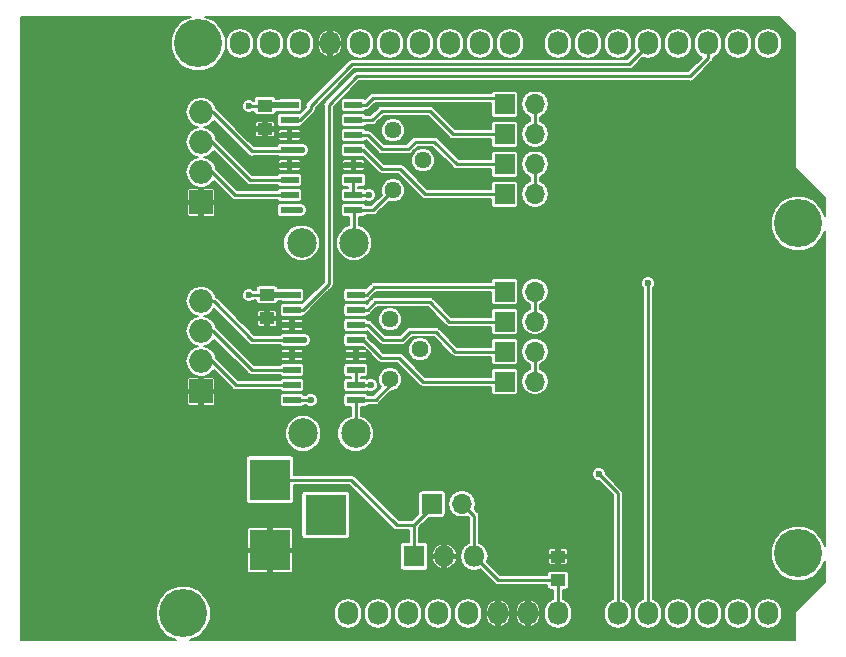
<source format=gbr>
G04 #@! TF.GenerationSoftware,KiCad,Pcbnew,(5.0.2)-1*
G04 #@! TF.CreationDate,2019-01-29T00:01:16-05:00*
G04 #@! TF.ProjectId,LoadCellShield,4c6f6164-4365-46c6-9c53-6869656c642e,rev?*
G04 #@! TF.SameCoordinates,Original*
G04 #@! TF.FileFunction,Copper,L1,Top*
G04 #@! TF.FilePolarity,Positive*
%FSLAX46Y46*%
G04 Gerber Fmt 4.6, Leading zero omitted, Abs format (unit mm)*
G04 Created by KiCad (PCBNEW (5.0.2)-1) date 1/29/2019 12:01:16 AM*
%MOMM*%
%LPD*%
G01*
G04 APERTURE LIST*
G04 #@! TA.AperFunction,SMDPad,CuDef*
%ADD10R,1.500000X0.600000*%
G04 #@! TD*
G04 #@! TA.AperFunction,ComponentPad*
%ADD11C,2.499360*%
G04 #@! TD*
G04 #@! TA.AperFunction,ComponentPad*
%ADD12R,3.500000X3.500000*%
G04 #@! TD*
G04 #@! TA.AperFunction,ComponentPad*
%ADD13O,1.998980X1.998980*%
G04 #@! TD*
G04 #@! TA.AperFunction,ComponentPad*
%ADD14R,1.998980X1.998980*%
G04 #@! TD*
G04 #@! TA.AperFunction,ComponentPad*
%ADD15O,1.727200X2.032000*%
G04 #@! TD*
G04 #@! TA.AperFunction,ComponentPad*
%ADD16C,4.064000*%
G04 #@! TD*
G04 #@! TA.AperFunction,SMDPad,CuDef*
%ADD17R,1.250000X1.000000*%
G04 #@! TD*
G04 #@! TA.AperFunction,ComponentPad*
%ADD18C,1.440000*%
G04 #@! TD*
G04 #@! TA.AperFunction,ComponentPad*
%ADD19O,1.700000X1.700000*%
G04 #@! TD*
G04 #@! TA.AperFunction,ComponentPad*
%ADD20R,1.700000X1.700000*%
G04 #@! TD*
G04 #@! TA.AperFunction,ComponentPad*
%ADD21O,1.800000X1.800000*%
G04 #@! TD*
G04 #@! TA.AperFunction,ComponentPad*
%ADD22R,1.800000X1.800000*%
G04 #@! TD*
G04 #@! TA.AperFunction,ViaPad*
%ADD23C,0.600000*%
G04 #@! TD*
G04 #@! TA.AperFunction,Conductor*
%ADD24C,0.250000*%
G04 #@! TD*
G04 #@! TA.AperFunction,Conductor*
%ADD25C,0.500000*%
G04 #@! TD*
G04 #@! TA.AperFunction,Conductor*
%ADD26C,0.200000*%
G04 #@! TD*
G04 APERTURE END LIST*
D10*
G04 #@! TO.P,IC2,16*
G04 #@! TO.N,Net-(IC2-Pad16)*
X139387504Y-80803508D03*
G04 #@! TO.P,IC2,15*
G04 #@! TO.N,Net-(IC2-Pad15)*
X139387504Y-82073508D03*
G04 #@! TO.P,IC2,14*
G04 #@! TO.N,Net-(IC2-Pad14)*
X139387504Y-83343508D03*
G04 #@! TO.P,IC2,13*
G04 #@! TO.N,Net-(IC2-Pad13)*
X139387504Y-84613508D03*
G04 #@! TO.P,IC2,12*
G04 #@! TO.N,GND*
X139387504Y-85883508D03*
G04 #@! TO.P,IC2,11*
G04 #@! TO.N,Channel1*
X139387504Y-87153508D03*
G04 #@! TO.P,IC2,10*
X139387504Y-88423508D03*
G04 #@! TO.P,IC2,9*
G04 #@! TO.N,Net-(IC2-Pad9)*
X139387504Y-89693508D03*
G04 #@! TO.P,IC2,8*
G04 #@! TO.N,Net-(IC2-Pad8)*
X133987504Y-89693508D03*
G04 #@! TO.P,IC2,7*
G04 #@! TO.N,Net-(IC2-Pad7)*
X133987504Y-88423508D03*
G04 #@! TO.P,IC2,6*
G04 #@! TO.N,Net-(IC2-Pad6)*
X133987504Y-87153508D03*
G04 #@! TO.P,IC2,5*
G04 #@! TO.N,GND*
X133987504Y-85883508D03*
G04 #@! TO.P,IC2,4*
G04 #@! TO.N,V_Bridge1*
X133987504Y-84613508D03*
G04 #@! TO.P,IC2,3*
G04 #@! TO.N,GND*
X133987504Y-83343508D03*
G04 #@! TO.P,IC2,2*
G04 #@! TO.N,Sleep1*
X133987504Y-82073508D03*
G04 #@! TO.P,IC2,1*
G04 #@! TO.N,Analog_Vin*
X133987504Y-80803508D03*
G04 #@! TD*
D11*
G04 #@! TO.P,TP11,1*
G04 #@! TO.N,Net-(IC2-Pad8)*
X135001000Y-92456000D03*
G04 #@! TD*
G04 #@! TO.P,TP12,1*
G04 #@! TO.N,Net-(IC2-Pad9)*
X139446000Y-92456000D03*
G04 #@! TD*
G04 #@! TO.P,TP10,1*
G04 #@! TO.N,Net-(IC1-Pad9)*
X139573000Y-108585000D03*
G04 #@! TD*
G04 #@! TO.P,TP9,1*
G04 #@! TO.N,Net-(IC1-Pad8)*
X135128000Y-108585000D03*
G04 #@! TD*
D12*
G04 #@! TO.P,J7,1*
G04 #@! TO.N,Analog_Vin*
X132334000Y-112491000D03*
G04 #@! TO.P,J7,2*
G04 #@! TO.N,GND*
X132334000Y-118491000D03*
G04 #@! TO.P,J7,3*
G04 #@! TO.N,Net-(J7-Pad3)*
X137034000Y-115491000D03*
G04 #@! TD*
D13*
G04 #@! TO.P,J2,3*
G04 #@! TO.N,Net-(IC2-Pad6)*
X126492000Y-83947000D03*
G04 #@! TO.P,J2,2*
G04 #@! TO.N,Net-(IC2-Pad7)*
X126492000Y-86487000D03*
D14*
G04 #@! TO.P,J2,1*
G04 #@! TO.N,GND*
X126492000Y-89027000D03*
D13*
G04 #@! TO.P,J2,4*
G04 #@! TO.N,V_Bridge1*
X126492000Y-81407000D03*
G04 #@! TD*
D15*
G04 #@! TO.P,P1,1*
G04 #@! TO.N,Net-(P1-Pad1)*
X138938000Y-123825000D03*
G04 #@! TO.P,P1,2*
G04 #@! TO.N,/IOREF*
X141478000Y-123825000D03*
G04 #@! TO.P,P1,3*
G04 #@! TO.N,/Reset*
X144018000Y-123825000D03*
G04 #@! TO.P,P1,4*
G04 #@! TO.N,+3V3*
X146558000Y-123825000D03*
G04 #@! TO.P,P1,5*
G04 #@! TO.N,+5V*
X149098000Y-123825000D03*
G04 #@! TO.P,P1,6*
G04 #@! TO.N,GND*
X151638000Y-123825000D03*
G04 #@! TO.P,P1,7*
X154178000Y-123825000D03*
G04 #@! TO.P,P1,8*
G04 #@! TO.N,Vin*
X156718000Y-123825000D03*
G04 #@! TD*
G04 #@! TO.P,P2,1*
G04 #@! TO.N,Channel0*
X161798000Y-123825000D03*
G04 #@! TO.P,P2,2*
G04 #@! TO.N,Channel1*
X164338000Y-123825000D03*
G04 #@! TO.P,P2,3*
G04 #@! TO.N,/A2*
X166878000Y-123825000D03*
G04 #@! TO.P,P2,4*
G04 #@! TO.N,/A3*
X169418000Y-123825000D03*
G04 #@! TO.P,P2,5*
G04 #@! TO.N,/A4(SDA)*
X171958000Y-123825000D03*
G04 #@! TO.P,P2,6*
G04 #@! TO.N,/A5(SCL)*
X174498000Y-123825000D03*
G04 #@! TD*
G04 #@! TO.P,P3,1*
G04 #@! TO.N,/A5(SCL)*
X129794000Y-75565000D03*
G04 #@! TO.P,P3,2*
G04 #@! TO.N,/A4(SDA)*
X132334000Y-75565000D03*
G04 #@! TO.P,P3,3*
G04 #@! TO.N,/AREF*
X134874000Y-75565000D03*
G04 #@! TO.P,P3,4*
G04 #@! TO.N,GND*
X137414000Y-75565000D03*
G04 #@! TO.P,P3,5*
G04 #@! TO.N,/13(SCK)*
X139954000Y-75565000D03*
G04 #@! TO.P,P3,6*
G04 #@! TO.N,/12(MISO)*
X142494000Y-75565000D03*
G04 #@! TO.P,P3,7*
G04 #@! TO.N,/11(\002A\002A/MOSI)*
X145034000Y-75565000D03*
G04 #@! TO.P,P3,8*
G04 #@! TO.N,/10(\002A\002A/SS)*
X147574000Y-75565000D03*
G04 #@! TO.P,P3,9*
G04 #@! TO.N,/9(\002A\002A)*
X150114000Y-75565000D03*
G04 #@! TO.P,P3,10*
G04 #@! TO.N,/8*
X152654000Y-75565000D03*
G04 #@! TD*
G04 #@! TO.P,P4,1*
G04 #@! TO.N,/7*
X156718000Y-75565000D03*
G04 #@! TO.P,P4,2*
G04 #@! TO.N,/6(\002A\002A)*
X159258000Y-75565000D03*
G04 #@! TO.P,P4,3*
G04 #@! TO.N,/5(\002A\002A)*
X161798000Y-75565000D03*
G04 #@! TO.P,P4,4*
G04 #@! TO.N,Sleep1*
X164338000Y-75565000D03*
G04 #@! TO.P,P4,5*
G04 #@! TO.N,/3(\002A\002A)*
X166878000Y-75565000D03*
G04 #@! TO.P,P4,6*
G04 #@! TO.N,Sleep0*
X169418000Y-75565000D03*
G04 #@! TO.P,P4,7*
G04 #@! TO.N,/1(Tx)*
X171958000Y-75565000D03*
G04 #@! TO.P,P4,8*
G04 #@! TO.N,/0(Rx)*
X174498000Y-75565000D03*
G04 #@! TD*
D16*
G04 #@! TO.P,P5,1*
G04 #@! TO.N,Net-(P5-Pad1)*
X124968000Y-123825000D03*
G04 #@! TD*
G04 #@! TO.P,P6,1*
G04 #@! TO.N,Net-(P6-Pad1)*
X177038000Y-118745000D03*
G04 #@! TD*
G04 #@! TO.P,P7,1*
G04 #@! TO.N,Net-(P7-Pad1)*
X126238000Y-75565000D03*
G04 #@! TD*
G04 #@! TO.P,P8,1*
G04 #@! TO.N,Net-(P8-Pad1)*
X177038000Y-90805000D03*
G04 #@! TD*
D17*
G04 #@! TO.P,C1,1*
G04 #@! TO.N,Analog_Vin*
X132087640Y-96849260D03*
G04 #@! TO.P,C1,2*
G04 #@! TO.N,GND*
X132087640Y-98849260D03*
G04 #@! TD*
G04 #@! TO.P,C2,2*
G04 #@! TO.N,GND*
X131900685Y-82829096D03*
G04 #@! TO.P,C2,1*
G04 #@! TO.N,Analog_Vin*
X131900685Y-80829096D03*
G04 #@! TD*
D10*
G04 #@! TO.P,IC1,1*
G04 #@! TO.N,Analog_Vin*
X134187640Y-96863344D03*
G04 #@! TO.P,IC1,2*
G04 #@! TO.N,Sleep0*
X134187640Y-98133344D03*
G04 #@! TO.P,IC1,3*
G04 #@! TO.N,GND*
X134187640Y-99403344D03*
G04 #@! TO.P,IC1,4*
G04 #@! TO.N,V_Bridge0*
X134187640Y-100673344D03*
G04 #@! TO.P,IC1,5*
G04 #@! TO.N,GND*
X134187640Y-101943344D03*
G04 #@! TO.P,IC1,6*
G04 #@! TO.N,Net-(IC1-Pad6)*
X134187640Y-103213344D03*
G04 #@! TO.P,IC1,7*
G04 #@! TO.N,Net-(IC1-Pad7)*
X134187640Y-104483344D03*
G04 #@! TO.P,IC1,8*
G04 #@! TO.N,Net-(IC1-Pad8)*
X134187640Y-105753344D03*
G04 #@! TO.P,IC1,9*
G04 #@! TO.N,Net-(IC1-Pad9)*
X139587640Y-105753344D03*
G04 #@! TO.P,IC1,10*
G04 #@! TO.N,Channel0*
X139587640Y-104483344D03*
G04 #@! TO.P,IC1,11*
X139587640Y-103213344D03*
G04 #@! TO.P,IC1,12*
G04 #@! TO.N,GND*
X139587640Y-101943344D03*
G04 #@! TO.P,IC1,13*
G04 #@! TO.N,Net-(IC1-Pad13)*
X139587640Y-100673344D03*
G04 #@! TO.P,IC1,14*
G04 #@! TO.N,Net-(IC1-Pad14)*
X139587640Y-99403344D03*
G04 #@! TO.P,IC1,15*
G04 #@! TO.N,Net-(IC1-Pad15)*
X139587640Y-98133344D03*
G04 #@! TO.P,IC1,16*
G04 #@! TO.N,Net-(IC1-Pad16)*
X139587640Y-96863344D03*
G04 #@! TD*
D13*
G04 #@! TO.P,J1,4*
G04 #@! TO.N,V_Bridge0*
X126492000Y-97409000D03*
D14*
G04 #@! TO.P,J1,1*
G04 #@! TO.N,GND*
X126492000Y-105029000D03*
D13*
G04 #@! TO.P,J1,2*
G04 #@! TO.N,Net-(IC1-Pad7)*
X126492000Y-102489000D03*
G04 #@! TO.P,J1,3*
G04 #@! TO.N,Net-(IC1-Pad6)*
X126492000Y-99949000D03*
G04 #@! TD*
D18*
G04 #@! TO.P,RV1,3*
G04 #@! TO.N,Net-(IC1-Pad9)*
X142494000Y-104013000D03*
G04 #@! TO.P,RV1,2*
G04 #@! TO.N,Net-(IC1-Pad8)*
X145034000Y-101473000D03*
G04 #@! TO.P,RV1,1*
G04 #@! TO.N,Net-(RV1-Pad1)*
X142494000Y-98933000D03*
G04 #@! TD*
G04 #@! TO.P,RV2,1*
G04 #@! TO.N,Net-(RV2-Pad1)*
X142748000Y-82931000D03*
G04 #@! TO.P,RV2,2*
G04 #@! TO.N,Net-(IC2-Pad8)*
X145288000Y-85471000D03*
G04 #@! TO.P,RV2,3*
G04 #@! TO.N,Net-(IC2-Pad9)*
X142748000Y-88011000D03*
G04 #@! TD*
D19*
G04 #@! TO.P,TP1,2*
G04 #@! TO.N,V_Bridge1*
X154749500Y-88328500D03*
D20*
G04 #@! TO.P,TP1,1*
G04 #@! TO.N,Net-(IC2-Pad13)*
X152209500Y-88328500D03*
G04 #@! TD*
G04 #@! TO.P,TP2,1*
G04 #@! TO.N,Net-(IC2-Pad14)*
X152209500Y-85788500D03*
D19*
G04 #@! TO.P,TP2,2*
G04 #@! TO.N,V_Bridge1*
X154749500Y-85788500D03*
G04 #@! TD*
G04 #@! TO.P,TP3,2*
G04 #@! TO.N,V_Bridge1*
X154749500Y-83248500D03*
D20*
G04 #@! TO.P,TP3,1*
G04 #@! TO.N,Net-(IC2-Pad15)*
X152209500Y-83248500D03*
G04 #@! TD*
G04 #@! TO.P,TP4,1*
G04 #@! TO.N,Net-(IC2-Pad16)*
X152209500Y-80708500D03*
D19*
G04 #@! TO.P,TP4,2*
G04 #@! TO.N,V_Bridge1*
X154749500Y-80708500D03*
G04 #@! TD*
G04 #@! TO.P,TP5,2*
G04 #@! TO.N,V_Bridge0*
X154749500Y-104203500D03*
D20*
G04 #@! TO.P,TP5,1*
G04 #@! TO.N,Net-(IC1-Pad13)*
X152209500Y-104203500D03*
G04 #@! TD*
G04 #@! TO.P,TP6,1*
G04 #@! TO.N,Net-(IC1-Pad14)*
X152202641Y-101663500D03*
D19*
G04 #@! TO.P,TP6,2*
G04 #@! TO.N,V_Bridge0*
X154742641Y-101663500D03*
G04 #@! TD*
G04 #@! TO.P,TP7,2*
G04 #@! TO.N,V_Bridge0*
X154749500Y-99123500D03*
D20*
G04 #@! TO.P,TP7,1*
G04 #@! TO.N,Net-(IC1-Pad15)*
X152209500Y-99123500D03*
G04 #@! TD*
G04 #@! TO.P,TP8,1*
G04 #@! TO.N,Net-(IC1-Pad16)*
X152202641Y-96586568D03*
D19*
G04 #@! TO.P,TP8,2*
G04 #@! TO.N,V_Bridge0*
X154742641Y-96586568D03*
G04 #@! TD*
D17*
G04 #@! TO.P,C3,2*
G04 #@! TO.N,GND*
X156718000Y-119015000D03*
G04 #@! TO.P,C3,1*
G04 #@! TO.N,Vin*
X156718000Y-121015000D03*
G04 #@! TD*
D21*
G04 #@! TO.P,U1,3*
G04 #@! TO.N,Vin*
X149606000Y-118999000D03*
G04 #@! TO.P,U1,2*
G04 #@! TO.N,GND*
X147066000Y-118999000D03*
D22*
G04 #@! TO.P,U1,1*
G04 #@! TO.N,Analog_Vin*
X144526000Y-118999000D03*
G04 #@! TD*
D20*
G04 #@! TO.P,REF\002A\002A,1*
G04 #@! TO.N,Analog_Vin*
X146050000Y-114554000D03*
D19*
G04 #@! TO.P,REF\002A\002A,2*
G04 #@! TO.N,Vin*
X148590000Y-114554000D03*
G04 #@! TD*
D23*
G04 #@! TO.N,GND*
X132080000Y-100012500D03*
X131953000Y-84010500D03*
X132080000Y-101981000D03*
X138557000Y-101917500D03*
X138366500Y-85852000D03*
X128143000Y-101727000D03*
X128143000Y-99187000D03*
X128143000Y-83312000D03*
X148463000Y-86995000D03*
X148463000Y-89535000D03*
X138049000Y-81915000D03*
X129921000Y-90170000D03*
X131191000Y-90170000D03*
X129921000Y-94615000D03*
X131191000Y-94615000D03*
X129921000Y-106045000D03*
X131191000Y-106045000D03*
X129921000Y-109855000D03*
X131191000Y-109855000D03*
X128143000Y-80645000D03*
X128143000Y-96520000D03*
X156718000Y-117475000D03*
X160528000Y-121285000D03*
X163068000Y-121285000D03*
X165608000Y-121285000D03*
X160528000Y-116205000D03*
X163068000Y-116205000D03*
X165608000Y-116205000D03*
X163068000Y-111125000D03*
X165608000Y-111125000D03*
X165608000Y-106045000D03*
X163068000Y-106045000D03*
X165608000Y-100965000D03*
X163068000Y-100965000D03*
X154813000Y-76644500D03*
X154813000Y-79121000D03*
X148463000Y-97663000D03*
X148463000Y-102870000D03*
X145923000Y-107950000D03*
X145923000Y-111125000D03*
X153543000Y-87058500D03*
X148463000Y-81597500D03*
X140208000Y-79375000D03*
X148463000Y-84772500D03*
X153543000Y-81978500D03*
X135001000Y-85852000D03*
X131953000Y-85915500D03*
X135191500Y-99377500D03*
X135191500Y-101917500D03*
X135001000Y-83312000D03*
X136661990Y-81915000D03*
X167513000Y-77660500D03*
X163703000Y-77597000D03*
X163703000Y-79057500D03*
X167513000Y-79057500D03*
X153479500Y-97853500D03*
X153479500Y-102933500D03*
X156718000Y-113030000D03*
X156718000Y-110490000D03*
X150368000Y-113030000D03*
X150368000Y-110490000D03*
X145923000Y-94615000D03*
X128143000Y-85852000D03*
X148463000Y-100711000D03*
X145923000Y-92075000D03*
X152273000Y-94615000D03*
X152273000Y-92075000D03*
X161798000Y-95250000D03*
X163703000Y-93345000D03*
X158623000Y-94615000D03*
X158623000Y-92075000D03*
X148463000Y-105410000D03*
G04 #@! TO.N,Net-(IC1-Pad8)*
X135763000Y-105791000D03*
G04 #@! TO.N,Channel0*
X160147000Y-112014000D03*
X140843004Y-104521000D03*
G04 #@! TO.N,Channel1*
X164338000Y-95885000D03*
X140716000Y-88392020D03*
G04 #@! TO.N,Net-(IC2-Pad8)*
X134874000Y-89662000D03*
G04 #@! TO.N,V_Bridge0*
X135191500Y-100673344D03*
G04 #@! TO.N,V_Bridge1*
X135011000Y-84582000D03*
G04 #@! TO.N,Analog_Vin*
X130556000Y-80899000D03*
X130556000Y-96901000D03*
G04 #@! TD*
D24*
G04 #@! TO.N,Vin*
X156718000Y-123825000D02*
X156718000Y-123672600D01*
X149352000Y-119253000D02*
X149606000Y-118999000D01*
X150876000Y-120269000D02*
X149606000Y-118999000D01*
X151622000Y-121015000D02*
X150876000Y-120269000D01*
X156718000Y-121015000D02*
X155448000Y-121015000D01*
X155448000Y-121015000D02*
X151622000Y-121015000D01*
X156718000Y-122559000D02*
X156718000Y-121015000D01*
X156718000Y-123825000D02*
X156718000Y-122559000D01*
X149606000Y-115570000D02*
X148590000Y-114554000D01*
X149606000Y-118999000D02*
X149606000Y-115570000D01*
G04 #@! TO.N,Net-(IC1-Pad6)*
X134187640Y-103213344D02*
X134637640Y-103213344D01*
X127508000Y-99949000D02*
X126492000Y-99949000D01*
X134187640Y-103213344D02*
X130772344Y-103213344D01*
X130772344Y-103213344D02*
X127508000Y-99949000D01*
G04 #@! TO.N,Net-(IC1-Pad7)*
X134187640Y-104483344D02*
X134637640Y-104483344D01*
X127444500Y-102489000D02*
X126492000Y-102489000D01*
X134187640Y-104483344D02*
X129438844Y-104483344D01*
X129438844Y-104483344D02*
X127444500Y-102489000D01*
G04 #@! TO.N,Net-(IC1-Pad8)*
X134225296Y-105791000D02*
X134187640Y-105753344D01*
X135763000Y-105791000D02*
X134225296Y-105791000D01*
G04 #@! TO.N,Net-(IC1-Pad9)*
X139573000Y-105767984D02*
X139587640Y-105753344D01*
X139573000Y-108585000D02*
X139573000Y-105767984D01*
X141261656Y-105753344D02*
X139587640Y-105753344D01*
X142494000Y-104013000D02*
X142494000Y-104521000D01*
X142494000Y-104521000D02*
X141261656Y-105753344D01*
G04 #@! TO.N,Channel0*
X139587640Y-104483344D02*
X139587640Y-103213344D01*
X139553556Y-104449260D02*
X139587640Y-104483344D01*
X161798000Y-123825000D02*
X161798000Y-122559000D01*
X161798000Y-122559000D02*
X161798000Y-113665000D01*
X161798000Y-113665000D02*
X160147000Y-112014000D01*
X139587640Y-104483344D02*
X140805348Y-104483344D01*
X140805348Y-104483344D02*
X140843004Y-104521000D01*
G04 #@! TO.N,Net-(IC1-Pad13)*
X139587640Y-100673344D02*
X140037640Y-100673344D01*
X145288000Y-104203500D02*
X152209500Y-104203500D01*
X143256000Y-102171500D02*
X145288000Y-104203500D01*
X141732000Y-102171500D02*
X143256000Y-102171500D01*
X139587640Y-100673344D02*
X140233844Y-100673344D01*
X140233844Y-100673344D02*
X141732000Y-102171500D01*
G04 #@! TO.N,Net-(IC1-Pad14)*
X140037640Y-99403344D02*
X139587640Y-99403344D01*
X140614844Y-99403344D02*
X141859000Y-100647500D01*
X139587640Y-99403344D02*
X140614844Y-99403344D01*
X141859000Y-100647500D02*
X143510000Y-100647500D01*
X148018500Y-101663500D02*
X152202641Y-101663500D01*
X144145000Y-100012500D02*
X146367500Y-100012500D01*
X143510000Y-100647500D02*
X144145000Y-100012500D01*
X146367500Y-100012500D02*
X148018500Y-101663500D01*
G04 #@! TO.N,Net-(IC1-Pad15)*
X139587640Y-98133344D02*
X140037640Y-98133344D01*
X151109500Y-99123500D02*
X152209500Y-99123500D01*
X139587640Y-98133344D02*
X140587640Y-98133344D01*
X140587640Y-98133344D02*
X141248484Y-97472500D01*
X141248484Y-97472500D02*
X145859500Y-97472500D01*
X145859500Y-97472500D02*
X147510500Y-99123500D01*
X147510500Y-99123500D02*
X151109500Y-99123500D01*
G04 #@! TO.N,Net-(IC1-Pad16)*
X152042087Y-96426014D02*
X152202641Y-96586568D01*
X139587640Y-96863344D02*
X140037640Y-96863344D01*
X140499656Y-96863344D02*
X139587640Y-96863344D01*
X141160500Y-96202500D02*
X140499656Y-96863344D01*
X152202641Y-96586568D02*
X151818573Y-96202500D01*
X151818573Y-96202500D02*
X141160500Y-96202500D01*
G04 #@! TO.N,Net-(IC2-Pad16)*
X139387504Y-80803508D02*
X139837504Y-80803508D01*
X152159669Y-80803508D02*
X152235232Y-80727945D01*
X140430492Y-80803508D02*
X139387504Y-80803508D01*
X141033500Y-80200500D02*
X140430492Y-80803508D01*
X152209500Y-80708500D02*
X151701500Y-80200500D01*
X151701500Y-80200500D02*
X141033500Y-80200500D01*
G04 #@! TO.N,Net-(IC2-Pad15)*
X147828000Y-83248500D02*
X152209500Y-83248500D01*
X145859500Y-81280000D02*
X147828000Y-83248500D01*
X141795500Y-81280000D02*
X145859500Y-81280000D01*
X139387504Y-82073508D02*
X141001992Y-82073508D01*
X141001992Y-82073508D02*
X141795500Y-81280000D01*
G04 #@! TO.N,Net-(IC2-Pad14)*
X139387504Y-83343508D02*
X139837504Y-83343508D01*
X140620508Y-83343508D02*
X139387504Y-83343508D01*
X152209500Y-85788500D02*
X148145500Y-85788500D01*
X146240500Y-83883500D02*
X144653000Y-83883500D01*
X148145500Y-85788500D02*
X146240500Y-83883500D01*
X144653000Y-83883500D02*
X144018000Y-84518500D01*
X144018000Y-84518500D02*
X141795500Y-84518500D01*
X141795500Y-84518500D02*
X140620508Y-83343508D01*
G04 #@! TO.N,Net-(IC2-Pad13)*
X139387504Y-84613508D02*
X139837504Y-84613508D01*
X140239508Y-84613508D02*
X139387504Y-84613508D01*
X141795500Y-86169500D02*
X140239508Y-84613508D01*
X143319500Y-86169500D02*
X141795500Y-86169500D01*
X152209500Y-88328500D02*
X145478500Y-88328500D01*
X145478500Y-88328500D02*
X143319500Y-86169500D01*
G04 #@! TO.N,Channel1*
X164338000Y-123825000D02*
X164338000Y-95885000D01*
X139387504Y-88423508D02*
X139387504Y-87884000D01*
X139387504Y-87884000D02*
X139387504Y-87153508D01*
X140291736Y-88392020D02*
X140716000Y-88392020D01*
X139387504Y-87884000D02*
X139387504Y-88392020D01*
X139387504Y-88392020D02*
X140291736Y-88392020D01*
G04 #@! TO.N,Net-(IC2-Pad9)*
X141065492Y-89693508D02*
X139387504Y-89693508D01*
X142748000Y-88011000D02*
X141065492Y-89693508D01*
X139446000Y-89752004D02*
X139387504Y-89693508D01*
X139446000Y-92456000D02*
X139446000Y-89752004D01*
G04 #@! TO.N,Net-(IC2-Pad8)*
X134019012Y-89662000D02*
X133987504Y-89693508D01*
X134874000Y-89662000D02*
X134019012Y-89662000D01*
G04 #@! TO.N,Net-(IC2-Pad7)*
X133987504Y-88423508D02*
X134437504Y-88423508D01*
X127444500Y-86487000D02*
X126492000Y-86487000D01*
X133987504Y-88423508D02*
X129381008Y-88423508D01*
X129381008Y-88423508D02*
X127444500Y-86487000D01*
G04 #@! TO.N,Net-(IC2-Pad6)*
X133987504Y-87153508D02*
X134437504Y-87153508D01*
X127444500Y-83947000D02*
X126492000Y-83947000D01*
X130651008Y-87153508D02*
X127444500Y-83947000D01*
X133987504Y-87153508D02*
X130651008Y-87153508D01*
G04 #@! TO.N,V_Bridge0*
X154749500Y-96593427D02*
X154742641Y-96586568D01*
X154749500Y-99123500D02*
X154749500Y-96593427D01*
X154749500Y-101670359D02*
X154742641Y-101663500D01*
X154749500Y-104203500D02*
X154749500Y-101670359D01*
X134187640Y-100673344D02*
X135191500Y-100673344D01*
X127571500Y-97409000D02*
X126492000Y-97409000D01*
X134187640Y-100673344D02*
X130835844Y-100673344D01*
X130835844Y-100673344D02*
X127571500Y-97409000D01*
G04 #@! TO.N,V_Bridge1*
X134019012Y-84582000D02*
X133987504Y-84613508D01*
X135011000Y-84582000D02*
X134019012Y-84582000D01*
X154749500Y-80708500D02*
X154749500Y-83248500D01*
X154749500Y-87126419D02*
X154749500Y-85788500D01*
X154749500Y-88328500D02*
X154749500Y-87126419D01*
X127508000Y-81407000D02*
X126492000Y-81407000D01*
X130810000Y-84709000D02*
X127508000Y-81407000D01*
X133987504Y-84613508D02*
X133892012Y-84709000D01*
X133892012Y-84709000D02*
X130810000Y-84709000D01*
G04 #@! TO.N,Analog_Vin*
X134249979Y-96849260D02*
X134264063Y-96863344D01*
X133961916Y-80829096D02*
X133987504Y-80803508D01*
X134173556Y-96849260D02*
X134187640Y-96863344D01*
D25*
X132087640Y-96849260D02*
X134173556Y-96849260D01*
D24*
X131962640Y-96849260D02*
X132087640Y-96849260D01*
X131800685Y-80929096D02*
X131900685Y-80829096D01*
X131926273Y-80803508D02*
X131900685Y-80829096D01*
D25*
X133987504Y-80803508D02*
X131926273Y-80803508D01*
D24*
X134334000Y-112491000D02*
X132334000Y-112491000D01*
X139168000Y-112491000D02*
X134334000Y-112491000D01*
X144526000Y-118999000D02*
X144526000Y-117849000D01*
X131900685Y-80829096D02*
X130625904Y-80829096D01*
X130625904Y-80829096D02*
X130556000Y-80899000D01*
X130607740Y-96849260D02*
X130556000Y-96901000D01*
X132087640Y-96849260D02*
X130607740Y-96849260D01*
X144526000Y-116375000D02*
X144526000Y-117849000D01*
X143052000Y-116375000D02*
X139168000Y-112491000D01*
X144526000Y-116375000D02*
X143052000Y-116375000D01*
X146050000Y-114851000D02*
X144526000Y-116375000D01*
X146050000Y-114554000D02*
X146050000Y-114851000D01*
G04 #@! TO.N,Sleep0*
X169418000Y-76831000D02*
X169418000Y-75565000D01*
X135102156Y-98133344D02*
X137287000Y-95948500D01*
X134187640Y-98133344D02*
X135102156Y-98133344D01*
X137287000Y-95948500D02*
X137287000Y-80772000D01*
X137287000Y-80772000D02*
X139700000Y-78359000D01*
X139700000Y-78359000D02*
X167890000Y-78359000D01*
X167890000Y-78359000D02*
X169418000Y-76831000D01*
G04 #@! TO.N,Sleep1*
X164338000Y-75717400D02*
X164338000Y-75565000D01*
X134842492Y-82073508D02*
X135763000Y-81153000D01*
X133987504Y-82073508D02*
X134842492Y-82073508D01*
X135763000Y-81153000D02*
X135763000Y-80835500D01*
X135763000Y-80835500D02*
X139255500Y-77343000D01*
X139255500Y-77343000D02*
X162712400Y-77343000D01*
X162712400Y-77343000D02*
X164338000Y-75717400D01*
G04 #@! TD*
D26*
G04 #@! TO.N,GND*
G36*
X124917028Y-73588026D02*
X124261026Y-74244028D01*
X123906000Y-75101136D01*
X123906000Y-76028864D01*
X124261026Y-76885972D01*
X124917028Y-77541974D01*
X125774136Y-77897000D01*
X126701864Y-77897000D01*
X127558972Y-77541974D01*
X128214974Y-76885972D01*
X128570000Y-76028864D01*
X128570000Y-75297998D01*
X128630400Y-75297998D01*
X128630400Y-75832003D01*
X128697913Y-76171414D01*
X128955092Y-76556309D01*
X129339987Y-76813487D01*
X129794000Y-76903796D01*
X130248014Y-76813487D01*
X130632909Y-76556309D01*
X130890087Y-76171413D01*
X130957600Y-75832002D01*
X130957600Y-75297998D01*
X131170400Y-75297998D01*
X131170400Y-75832003D01*
X131237913Y-76171414D01*
X131495092Y-76556309D01*
X131879987Y-76813487D01*
X132334000Y-76903796D01*
X132788014Y-76813487D01*
X133172909Y-76556309D01*
X133430087Y-76171413D01*
X133497600Y-75832002D01*
X133497600Y-75297998D01*
X133710400Y-75297998D01*
X133710400Y-75832003D01*
X133777913Y-76171414D01*
X134035092Y-76556309D01*
X134419987Y-76813487D01*
X134874000Y-76903796D01*
X135328014Y-76813487D01*
X135712909Y-76556309D01*
X135970087Y-76171413D01*
X136026989Y-75885346D01*
X136363860Y-75885346D01*
X136508067Y-76274433D01*
X136790194Y-76578717D01*
X137097266Y-76732744D01*
X137260000Y-76719233D01*
X137260000Y-75719000D01*
X137568000Y-75719000D01*
X137568000Y-76719233D01*
X137730734Y-76732744D01*
X138037806Y-76578717D01*
X138319933Y-76274433D01*
X138464140Y-75885346D01*
X138427484Y-75719000D01*
X137568000Y-75719000D01*
X137260000Y-75719000D01*
X136400516Y-75719000D01*
X136363860Y-75885346D01*
X136026989Y-75885346D01*
X136037600Y-75832002D01*
X136037600Y-75297997D01*
X136026990Y-75244654D01*
X136363860Y-75244654D01*
X136400516Y-75411000D01*
X137260000Y-75411000D01*
X137260000Y-74410767D01*
X137568000Y-74410767D01*
X137568000Y-75411000D01*
X138427484Y-75411000D01*
X138452385Y-75297998D01*
X138790400Y-75297998D01*
X138790400Y-75832003D01*
X138857913Y-76171414D01*
X139115092Y-76556309D01*
X139499987Y-76813487D01*
X139954000Y-76903796D01*
X140408014Y-76813487D01*
X140792909Y-76556309D01*
X141050087Y-76171413D01*
X141117600Y-75832002D01*
X141117600Y-75297998D01*
X141330400Y-75297998D01*
X141330400Y-75832003D01*
X141397913Y-76171414D01*
X141655092Y-76556309D01*
X142039987Y-76813487D01*
X142494000Y-76903796D01*
X142948014Y-76813487D01*
X143332909Y-76556309D01*
X143590087Y-76171413D01*
X143657600Y-75832002D01*
X143657600Y-75297998D01*
X143870400Y-75297998D01*
X143870400Y-75832003D01*
X143937913Y-76171414D01*
X144195092Y-76556309D01*
X144579987Y-76813487D01*
X145034000Y-76903796D01*
X145488014Y-76813487D01*
X145872909Y-76556309D01*
X146130087Y-76171413D01*
X146197600Y-75832002D01*
X146197600Y-75297998D01*
X146410400Y-75297998D01*
X146410400Y-75832003D01*
X146477913Y-76171414D01*
X146735092Y-76556309D01*
X147119987Y-76813487D01*
X147574000Y-76903796D01*
X148028014Y-76813487D01*
X148412909Y-76556309D01*
X148670087Y-76171413D01*
X148737600Y-75832002D01*
X148737600Y-75297998D01*
X148950400Y-75297998D01*
X148950400Y-75832003D01*
X149017913Y-76171414D01*
X149275092Y-76556309D01*
X149659987Y-76813487D01*
X150114000Y-76903796D01*
X150568014Y-76813487D01*
X150952909Y-76556309D01*
X151210087Y-76171413D01*
X151277600Y-75832002D01*
X151277600Y-75297998D01*
X151490400Y-75297998D01*
X151490400Y-75832003D01*
X151557913Y-76171414D01*
X151815092Y-76556309D01*
X152199987Y-76813487D01*
X152654000Y-76903796D01*
X153108014Y-76813487D01*
X153492909Y-76556309D01*
X153750087Y-76171413D01*
X153817600Y-75832002D01*
X153817600Y-75297998D01*
X155554400Y-75297998D01*
X155554400Y-75832003D01*
X155621913Y-76171414D01*
X155879092Y-76556309D01*
X156263987Y-76813487D01*
X156718000Y-76903796D01*
X157172014Y-76813487D01*
X157556909Y-76556309D01*
X157814087Y-76171413D01*
X157881600Y-75832002D01*
X157881600Y-75297998D01*
X158094400Y-75297998D01*
X158094400Y-75832003D01*
X158161913Y-76171414D01*
X158419092Y-76556309D01*
X158803987Y-76813487D01*
X159258000Y-76903796D01*
X159712014Y-76813487D01*
X160096909Y-76556309D01*
X160354087Y-76171413D01*
X160421600Y-75832002D01*
X160421600Y-75297998D01*
X160634400Y-75297998D01*
X160634400Y-75832003D01*
X160701913Y-76171414D01*
X160959092Y-76556309D01*
X161343987Y-76813487D01*
X161798000Y-76903796D01*
X162252014Y-76813487D01*
X162636909Y-76556309D01*
X162894087Y-76171413D01*
X162961600Y-75832002D01*
X162961600Y-75297997D01*
X162894087Y-74958586D01*
X162636909Y-74573691D01*
X162252013Y-74316513D01*
X161798000Y-74226204D01*
X161343986Y-74316513D01*
X160959091Y-74573691D01*
X160701913Y-74958587D01*
X160634400Y-75297998D01*
X160421600Y-75297998D01*
X160421600Y-75297997D01*
X160354087Y-74958586D01*
X160096909Y-74573691D01*
X159712013Y-74316513D01*
X159258000Y-74226204D01*
X158803986Y-74316513D01*
X158419091Y-74573691D01*
X158161913Y-74958587D01*
X158094400Y-75297998D01*
X157881600Y-75297998D01*
X157881600Y-75297997D01*
X157814087Y-74958586D01*
X157556909Y-74573691D01*
X157172013Y-74316513D01*
X156718000Y-74226204D01*
X156263986Y-74316513D01*
X155879091Y-74573691D01*
X155621913Y-74958587D01*
X155554400Y-75297998D01*
X153817600Y-75297998D01*
X153817600Y-75297997D01*
X153750087Y-74958586D01*
X153492909Y-74573691D01*
X153108013Y-74316513D01*
X152654000Y-74226204D01*
X152199986Y-74316513D01*
X151815091Y-74573691D01*
X151557913Y-74958587D01*
X151490400Y-75297998D01*
X151277600Y-75297998D01*
X151277600Y-75297997D01*
X151210087Y-74958586D01*
X150952909Y-74573691D01*
X150568013Y-74316513D01*
X150114000Y-74226204D01*
X149659986Y-74316513D01*
X149275091Y-74573691D01*
X149017913Y-74958587D01*
X148950400Y-75297998D01*
X148737600Y-75297998D01*
X148737600Y-75297997D01*
X148670087Y-74958586D01*
X148412909Y-74573691D01*
X148028013Y-74316513D01*
X147574000Y-74226204D01*
X147119986Y-74316513D01*
X146735091Y-74573691D01*
X146477913Y-74958587D01*
X146410400Y-75297998D01*
X146197600Y-75297998D01*
X146197600Y-75297997D01*
X146130087Y-74958586D01*
X145872909Y-74573691D01*
X145488013Y-74316513D01*
X145034000Y-74226204D01*
X144579986Y-74316513D01*
X144195091Y-74573691D01*
X143937913Y-74958587D01*
X143870400Y-75297998D01*
X143657600Y-75297998D01*
X143657600Y-75297997D01*
X143590087Y-74958586D01*
X143332909Y-74573691D01*
X142948013Y-74316513D01*
X142494000Y-74226204D01*
X142039986Y-74316513D01*
X141655091Y-74573691D01*
X141397913Y-74958587D01*
X141330400Y-75297998D01*
X141117600Y-75297998D01*
X141117600Y-75297997D01*
X141050087Y-74958586D01*
X140792909Y-74573691D01*
X140408013Y-74316513D01*
X139954000Y-74226204D01*
X139499986Y-74316513D01*
X139115091Y-74573691D01*
X138857913Y-74958587D01*
X138790400Y-75297998D01*
X138452385Y-75297998D01*
X138464140Y-75244654D01*
X138319933Y-74855567D01*
X138037806Y-74551283D01*
X137730734Y-74397256D01*
X137568000Y-74410767D01*
X137260000Y-74410767D01*
X137097266Y-74397256D01*
X136790194Y-74551283D01*
X136508067Y-74855567D01*
X136363860Y-75244654D01*
X136026990Y-75244654D01*
X135970087Y-74958586D01*
X135712909Y-74573691D01*
X135328013Y-74316513D01*
X134874000Y-74226204D01*
X134419986Y-74316513D01*
X134035091Y-74573691D01*
X133777913Y-74958587D01*
X133710400Y-75297998D01*
X133497600Y-75297998D01*
X133497600Y-75297997D01*
X133430087Y-74958586D01*
X133172909Y-74573691D01*
X132788013Y-74316513D01*
X132334000Y-74226204D01*
X131879986Y-74316513D01*
X131495091Y-74573691D01*
X131237913Y-74958587D01*
X131170400Y-75297998D01*
X130957600Y-75297998D01*
X130957600Y-75297997D01*
X130890087Y-74958586D01*
X130632909Y-74573691D01*
X130248013Y-74316513D01*
X129794000Y-74226204D01*
X129339986Y-74316513D01*
X128955091Y-74573691D01*
X128697913Y-74958587D01*
X128630400Y-75297998D01*
X128570000Y-75297998D01*
X128570000Y-75101136D01*
X128214974Y-74244028D01*
X127558972Y-73588026D01*
X126863616Y-73300000D01*
X175400092Y-73300000D01*
X176763001Y-74662909D01*
X176763000Y-85951919D01*
X176757613Y-85979000D01*
X176763000Y-86006081D01*
X176778956Y-86086298D01*
X176839736Y-86177264D01*
X176862700Y-86192608D01*
X179303001Y-88632909D01*
X179303001Y-90179386D01*
X179014974Y-89484028D01*
X178358972Y-88828026D01*
X177501864Y-88473000D01*
X176574136Y-88473000D01*
X175717028Y-88828026D01*
X175061026Y-89484028D01*
X174706000Y-90341136D01*
X174706000Y-91268864D01*
X175061026Y-92125972D01*
X175717028Y-92781974D01*
X176574136Y-93137000D01*
X177501864Y-93137000D01*
X178358972Y-92781974D01*
X179014974Y-92125972D01*
X179303001Y-91430614D01*
X179303000Y-118119384D01*
X179014974Y-117424028D01*
X178358972Y-116768026D01*
X177501864Y-116413000D01*
X176574136Y-116413000D01*
X175717028Y-116768026D01*
X175061026Y-117424028D01*
X174706000Y-118281136D01*
X174706000Y-119208864D01*
X175061026Y-120065972D01*
X175717028Y-120721974D01*
X176574136Y-121077000D01*
X177501864Y-121077000D01*
X178358972Y-120721974D01*
X179014974Y-120065972D01*
X179303000Y-119370616D01*
X179303000Y-121171092D01*
X176862697Y-123611395D01*
X176839737Y-123626736D01*
X176824396Y-123649696D01*
X176778957Y-123717701D01*
X176757613Y-123825000D01*
X176763001Y-123852086D01*
X176763000Y-126090000D01*
X125593616Y-126090000D01*
X126288972Y-125801974D01*
X126944974Y-125145972D01*
X127300000Y-124288864D01*
X127300000Y-123557998D01*
X137774400Y-123557998D01*
X137774400Y-124092003D01*
X137841913Y-124431414D01*
X138099092Y-124816309D01*
X138483987Y-125073487D01*
X138938000Y-125163796D01*
X139392014Y-125073487D01*
X139776909Y-124816309D01*
X140034087Y-124431413D01*
X140101600Y-124092002D01*
X140101600Y-123557998D01*
X140314400Y-123557998D01*
X140314400Y-124092003D01*
X140381913Y-124431414D01*
X140639092Y-124816309D01*
X141023987Y-125073487D01*
X141478000Y-125163796D01*
X141932014Y-125073487D01*
X142316909Y-124816309D01*
X142574087Y-124431413D01*
X142641600Y-124092002D01*
X142641600Y-123557998D01*
X142854400Y-123557998D01*
X142854400Y-124092003D01*
X142921913Y-124431414D01*
X143179092Y-124816309D01*
X143563987Y-125073487D01*
X144018000Y-125163796D01*
X144472014Y-125073487D01*
X144856909Y-124816309D01*
X145114087Y-124431413D01*
X145181600Y-124092002D01*
X145181600Y-123557998D01*
X145394400Y-123557998D01*
X145394400Y-124092003D01*
X145461913Y-124431414D01*
X145719092Y-124816309D01*
X146103987Y-125073487D01*
X146558000Y-125163796D01*
X147012014Y-125073487D01*
X147396909Y-124816309D01*
X147654087Y-124431413D01*
X147721600Y-124092002D01*
X147721600Y-123557998D01*
X147934400Y-123557998D01*
X147934400Y-124092003D01*
X148001913Y-124431414D01*
X148259092Y-124816309D01*
X148643987Y-125073487D01*
X149098000Y-125163796D01*
X149552014Y-125073487D01*
X149936909Y-124816309D01*
X150194087Y-124431413D01*
X150250989Y-124145346D01*
X150587860Y-124145346D01*
X150732067Y-124534433D01*
X151014194Y-124838717D01*
X151321266Y-124992744D01*
X151484000Y-124979233D01*
X151484000Y-123979000D01*
X151792000Y-123979000D01*
X151792000Y-124979233D01*
X151954734Y-124992744D01*
X152261806Y-124838717D01*
X152543933Y-124534433D01*
X152688140Y-124145346D01*
X153127860Y-124145346D01*
X153272067Y-124534433D01*
X153554194Y-124838717D01*
X153861266Y-124992744D01*
X154024000Y-124979233D01*
X154024000Y-123979000D01*
X154332000Y-123979000D01*
X154332000Y-124979233D01*
X154494734Y-124992744D01*
X154801806Y-124838717D01*
X155083933Y-124534433D01*
X155228140Y-124145346D01*
X155191484Y-123979000D01*
X154332000Y-123979000D01*
X154024000Y-123979000D01*
X153164516Y-123979000D01*
X153127860Y-124145346D01*
X152688140Y-124145346D01*
X152651484Y-123979000D01*
X151792000Y-123979000D01*
X151484000Y-123979000D01*
X150624516Y-123979000D01*
X150587860Y-124145346D01*
X150250989Y-124145346D01*
X150261600Y-124092002D01*
X150261600Y-123557997D01*
X150250990Y-123504654D01*
X150587860Y-123504654D01*
X150624516Y-123671000D01*
X151484000Y-123671000D01*
X151484000Y-122670767D01*
X151792000Y-122670767D01*
X151792000Y-123671000D01*
X152651484Y-123671000D01*
X152688140Y-123504654D01*
X153127860Y-123504654D01*
X153164516Y-123671000D01*
X154024000Y-123671000D01*
X154024000Y-122670767D01*
X154332000Y-122670767D01*
X154332000Y-123671000D01*
X155191484Y-123671000D01*
X155228140Y-123504654D01*
X155083933Y-123115567D01*
X154801806Y-122811283D01*
X154494734Y-122657256D01*
X154332000Y-122670767D01*
X154024000Y-122670767D01*
X153861266Y-122657256D01*
X153554194Y-122811283D01*
X153272067Y-123115567D01*
X153127860Y-123504654D01*
X152688140Y-123504654D01*
X152543933Y-123115567D01*
X152261806Y-122811283D01*
X151954734Y-122657256D01*
X151792000Y-122670767D01*
X151484000Y-122670767D01*
X151321266Y-122657256D01*
X151014194Y-122811283D01*
X150732067Y-123115567D01*
X150587860Y-123504654D01*
X150250990Y-123504654D01*
X150194087Y-123218586D01*
X149936909Y-122833691D01*
X149552013Y-122576513D01*
X149098000Y-122486204D01*
X148643986Y-122576513D01*
X148259091Y-122833691D01*
X148001913Y-123218587D01*
X147934400Y-123557998D01*
X147721600Y-123557998D01*
X147721600Y-123557997D01*
X147654087Y-123218586D01*
X147396909Y-122833691D01*
X147012013Y-122576513D01*
X146558000Y-122486204D01*
X146103986Y-122576513D01*
X145719091Y-122833691D01*
X145461913Y-123218587D01*
X145394400Y-123557998D01*
X145181600Y-123557998D01*
X145181600Y-123557997D01*
X145114087Y-123218586D01*
X144856909Y-122833691D01*
X144472013Y-122576513D01*
X144018000Y-122486204D01*
X143563986Y-122576513D01*
X143179091Y-122833691D01*
X142921913Y-123218587D01*
X142854400Y-123557998D01*
X142641600Y-123557998D01*
X142641600Y-123557997D01*
X142574087Y-123218586D01*
X142316909Y-122833691D01*
X141932013Y-122576513D01*
X141478000Y-122486204D01*
X141023986Y-122576513D01*
X140639091Y-122833691D01*
X140381913Y-123218587D01*
X140314400Y-123557998D01*
X140101600Y-123557998D01*
X140101600Y-123557997D01*
X140034087Y-123218586D01*
X139776909Y-122833691D01*
X139392013Y-122576513D01*
X138938000Y-122486204D01*
X138483986Y-122576513D01*
X138099091Y-122833691D01*
X137841913Y-123218587D01*
X137774400Y-123557998D01*
X127300000Y-123557998D01*
X127300000Y-123361136D01*
X126944974Y-122504028D01*
X126288972Y-121848026D01*
X125431864Y-121493000D01*
X124504136Y-121493000D01*
X123647028Y-121848026D01*
X122991026Y-122504028D01*
X122636000Y-123361136D01*
X122636000Y-124288864D01*
X122991026Y-125145972D01*
X123647028Y-125801974D01*
X124342384Y-126090000D01*
X111273000Y-126090000D01*
X111273000Y-118695000D01*
X130384000Y-118695000D01*
X130384000Y-120280782D01*
X130414448Y-120354290D01*
X130470709Y-120410551D01*
X130544217Y-120441000D01*
X132130000Y-120441000D01*
X132180000Y-120391000D01*
X132180000Y-118645000D01*
X132488000Y-118645000D01*
X132488000Y-120391000D01*
X132538000Y-120441000D01*
X134123783Y-120441000D01*
X134197291Y-120410551D01*
X134253552Y-120354290D01*
X134284000Y-120280782D01*
X134284000Y-118695000D01*
X134234000Y-118645000D01*
X132488000Y-118645000D01*
X132180000Y-118645000D01*
X130434000Y-118645000D01*
X130384000Y-118695000D01*
X111273000Y-118695000D01*
X111273000Y-116701218D01*
X130384000Y-116701218D01*
X130384000Y-118287000D01*
X130434000Y-118337000D01*
X132180000Y-118337000D01*
X132180000Y-116591000D01*
X132488000Y-116591000D01*
X132488000Y-118337000D01*
X134234000Y-118337000D01*
X134284000Y-118287000D01*
X134284000Y-116701218D01*
X134253552Y-116627710D01*
X134197291Y-116571449D01*
X134123783Y-116541000D01*
X132538000Y-116541000D01*
X132488000Y-116591000D01*
X132180000Y-116591000D01*
X132130000Y-116541000D01*
X130544217Y-116541000D01*
X130470709Y-116571449D01*
X130414448Y-116627710D01*
X130384000Y-116701218D01*
X111273000Y-116701218D01*
X111273000Y-110741000D01*
X130278123Y-110741000D01*
X130278123Y-114241000D01*
X130301407Y-114358054D01*
X130367712Y-114457288D01*
X130466946Y-114523593D01*
X130584000Y-114546877D01*
X134084000Y-114546877D01*
X134201054Y-114523593D01*
X134300288Y-114457288D01*
X134366593Y-114358054D01*
X134389877Y-114241000D01*
X134389877Y-113741000D01*
X134978123Y-113741000D01*
X134978123Y-117241000D01*
X135001407Y-117358054D01*
X135067712Y-117457288D01*
X135166946Y-117523593D01*
X135284000Y-117546877D01*
X138784000Y-117546877D01*
X138901054Y-117523593D01*
X139000288Y-117457288D01*
X139066593Y-117358054D01*
X139089877Y-117241000D01*
X139089877Y-113741000D01*
X139066593Y-113623946D01*
X139000288Y-113524712D01*
X138901054Y-113458407D01*
X138784000Y-113435123D01*
X135284000Y-113435123D01*
X135166946Y-113458407D01*
X135067712Y-113524712D01*
X135001407Y-113623946D01*
X134978123Y-113741000D01*
X134389877Y-113741000D01*
X134389877Y-112916000D01*
X138991960Y-112916000D01*
X142721881Y-116645922D01*
X142745592Y-116681408D01*
X142886173Y-116775341D01*
X143010142Y-116800000D01*
X143010143Y-116800000D01*
X143051999Y-116808326D01*
X143093855Y-116800000D01*
X144101000Y-116800000D01*
X144101001Y-117793123D01*
X143626000Y-117793123D01*
X143508946Y-117816407D01*
X143409712Y-117882712D01*
X143343407Y-117981946D01*
X143320123Y-118099000D01*
X143320123Y-119899000D01*
X143343407Y-120016054D01*
X143409712Y-120115288D01*
X143508946Y-120181593D01*
X143626000Y-120204877D01*
X145426000Y-120204877D01*
X145543054Y-120181593D01*
X145642288Y-120115288D01*
X145708593Y-120016054D01*
X145731877Y-119899000D01*
X145731877Y-119321487D01*
X146014333Y-119321487D01*
X146094314Y-119514617D01*
X146365597Y-119847216D01*
X146743510Y-120050682D01*
X146912000Y-120038183D01*
X146912000Y-119153000D01*
X147220000Y-119153000D01*
X147220000Y-120038183D01*
X147388490Y-120050682D01*
X147766403Y-119847216D01*
X148037686Y-119514617D01*
X148117667Y-119321487D01*
X148104645Y-119153000D01*
X147220000Y-119153000D01*
X146912000Y-119153000D01*
X146027355Y-119153000D01*
X146014333Y-119321487D01*
X145731877Y-119321487D01*
X145731877Y-118676513D01*
X146014333Y-118676513D01*
X146027355Y-118845000D01*
X146912000Y-118845000D01*
X146912000Y-117959817D01*
X147220000Y-117959817D01*
X147220000Y-118845000D01*
X148104645Y-118845000D01*
X148117667Y-118676513D01*
X148037686Y-118483383D01*
X147766403Y-118150784D01*
X147388490Y-117947318D01*
X147220000Y-117959817D01*
X146912000Y-117959817D01*
X146743510Y-117947318D01*
X146365597Y-118150784D01*
X146094314Y-118483383D01*
X146014333Y-118676513D01*
X145731877Y-118676513D01*
X145731877Y-118099000D01*
X145708593Y-117981946D01*
X145642288Y-117882712D01*
X145543054Y-117816407D01*
X145426000Y-117793123D01*
X144951000Y-117793123D01*
X144951000Y-116551040D01*
X145792164Y-115709877D01*
X146900000Y-115709877D01*
X147017054Y-115686593D01*
X147116288Y-115620288D01*
X147182593Y-115521054D01*
X147205877Y-115404000D01*
X147205877Y-114554000D01*
X147417471Y-114554000D01*
X147506724Y-115002707D01*
X147760897Y-115383103D01*
X148141293Y-115637276D01*
X148476739Y-115704000D01*
X148703261Y-115704000D01*
X149038707Y-115637276D01*
X149058806Y-115623846D01*
X149181001Y-115746042D01*
X149181000Y-117860029D01*
X149137783Y-117868625D01*
X148740848Y-118133848D01*
X148475625Y-118530783D01*
X148382491Y-118999000D01*
X148475625Y-119467217D01*
X148740848Y-119864152D01*
X149137783Y-120129375D01*
X149487812Y-120199000D01*
X149724188Y-120199000D01*
X150074217Y-120129375D01*
X150110854Y-120104895D01*
X150605077Y-120599118D01*
X150605080Y-120599120D01*
X151291881Y-121285922D01*
X151315592Y-121321408D01*
X151351077Y-121345118D01*
X151456173Y-121415341D01*
X151621999Y-121448326D01*
X151663857Y-121440000D01*
X155787123Y-121440000D01*
X155787123Y-121515000D01*
X155810407Y-121632054D01*
X155876712Y-121731288D01*
X155975946Y-121797593D01*
X156093000Y-121820877D01*
X156293000Y-121820877D01*
X156293000Y-122570742D01*
X156263986Y-122576513D01*
X155879091Y-122833691D01*
X155621913Y-123218587D01*
X155554400Y-123557998D01*
X155554400Y-124092003D01*
X155621913Y-124431414D01*
X155879092Y-124816309D01*
X156263987Y-125073487D01*
X156718000Y-125163796D01*
X157172014Y-125073487D01*
X157556909Y-124816309D01*
X157814087Y-124431413D01*
X157881600Y-124092002D01*
X157881600Y-123557997D01*
X157814087Y-123218586D01*
X157556909Y-122833691D01*
X157172013Y-122576513D01*
X157143000Y-122570742D01*
X157143000Y-121820877D01*
X157343000Y-121820877D01*
X157460054Y-121797593D01*
X157559288Y-121731288D01*
X157625593Y-121632054D01*
X157648877Y-121515000D01*
X157648877Y-120515000D01*
X157625593Y-120397946D01*
X157559288Y-120298712D01*
X157460054Y-120232407D01*
X157343000Y-120209123D01*
X156093000Y-120209123D01*
X155975946Y-120232407D01*
X155876712Y-120298712D01*
X155810407Y-120397946D01*
X155787123Y-120515000D01*
X155787123Y-120590000D01*
X151798041Y-120590000D01*
X151206120Y-119998080D01*
X151206118Y-119998077D01*
X150711895Y-119503854D01*
X150736375Y-119467217D01*
X150785748Y-119219000D01*
X155893000Y-119219000D01*
X155893000Y-119554782D01*
X155923448Y-119628290D01*
X155979709Y-119684551D01*
X156053217Y-119715000D01*
X156514000Y-119715000D01*
X156564000Y-119665000D01*
X156564000Y-119169000D01*
X156872000Y-119169000D01*
X156872000Y-119665000D01*
X156922000Y-119715000D01*
X157382783Y-119715000D01*
X157456291Y-119684551D01*
X157512552Y-119628290D01*
X157543000Y-119554782D01*
X157543000Y-119219000D01*
X157493000Y-119169000D01*
X156872000Y-119169000D01*
X156564000Y-119169000D01*
X155943000Y-119169000D01*
X155893000Y-119219000D01*
X150785748Y-119219000D01*
X150829509Y-118999000D01*
X150736375Y-118530783D01*
X150699248Y-118475218D01*
X155893000Y-118475218D01*
X155893000Y-118811000D01*
X155943000Y-118861000D01*
X156564000Y-118861000D01*
X156564000Y-118365000D01*
X156872000Y-118365000D01*
X156872000Y-118861000D01*
X157493000Y-118861000D01*
X157543000Y-118811000D01*
X157543000Y-118475218D01*
X157512552Y-118401710D01*
X157456291Y-118345449D01*
X157382783Y-118315000D01*
X156922000Y-118315000D01*
X156872000Y-118365000D01*
X156564000Y-118365000D01*
X156514000Y-118315000D01*
X156053217Y-118315000D01*
X155979709Y-118345449D01*
X155923448Y-118401710D01*
X155893000Y-118475218D01*
X150699248Y-118475218D01*
X150471152Y-118133848D01*
X150074217Y-117868625D01*
X150031000Y-117860029D01*
X150031000Y-115611857D01*
X150039326Y-115570000D01*
X150006341Y-115404173D01*
X150006225Y-115404000D01*
X149912408Y-115263592D01*
X149876922Y-115239881D01*
X149659846Y-115022806D01*
X149673276Y-115002707D01*
X149762529Y-114554000D01*
X149673276Y-114105293D01*
X149419103Y-113724897D01*
X149038707Y-113470724D01*
X148703261Y-113404000D01*
X148476739Y-113404000D01*
X148141293Y-113470724D01*
X147760897Y-113724897D01*
X147506724Y-114105293D01*
X147417471Y-114554000D01*
X147205877Y-114554000D01*
X147205877Y-113704000D01*
X147182593Y-113586946D01*
X147116288Y-113487712D01*
X147017054Y-113421407D01*
X146900000Y-113398123D01*
X145200000Y-113398123D01*
X145082946Y-113421407D01*
X144983712Y-113487712D01*
X144917407Y-113586946D01*
X144894123Y-113704000D01*
X144894123Y-115404000D01*
X144894428Y-115405532D01*
X144349960Y-115950000D01*
X143228041Y-115950000D01*
X139498121Y-112220081D01*
X139474408Y-112184592D01*
X139333827Y-112090659D01*
X139209858Y-112066000D01*
X139209857Y-112066000D01*
X139168000Y-112057674D01*
X139126143Y-112066000D01*
X134389877Y-112066000D01*
X134389877Y-111894653D01*
X159547000Y-111894653D01*
X159547000Y-112133347D01*
X159638344Y-112353873D01*
X159807127Y-112522656D01*
X160027653Y-112614000D01*
X160145960Y-112614000D01*
X161373001Y-113841042D01*
X161373000Y-122570742D01*
X161343986Y-122576513D01*
X160959091Y-122833691D01*
X160701913Y-123218587D01*
X160634400Y-123557998D01*
X160634400Y-124092003D01*
X160701913Y-124431414D01*
X160959092Y-124816309D01*
X161343987Y-125073487D01*
X161798000Y-125163796D01*
X162252014Y-125073487D01*
X162636909Y-124816309D01*
X162894087Y-124431413D01*
X162961600Y-124092002D01*
X162961600Y-123557998D01*
X163174400Y-123557998D01*
X163174400Y-124092003D01*
X163241913Y-124431414D01*
X163499092Y-124816309D01*
X163883987Y-125073487D01*
X164338000Y-125163796D01*
X164792014Y-125073487D01*
X165176909Y-124816309D01*
X165434087Y-124431413D01*
X165501600Y-124092002D01*
X165501600Y-123557998D01*
X165714400Y-123557998D01*
X165714400Y-124092003D01*
X165781913Y-124431414D01*
X166039092Y-124816309D01*
X166423987Y-125073487D01*
X166878000Y-125163796D01*
X167332014Y-125073487D01*
X167716909Y-124816309D01*
X167974087Y-124431413D01*
X168041600Y-124092002D01*
X168041600Y-123557998D01*
X168254400Y-123557998D01*
X168254400Y-124092003D01*
X168321913Y-124431414D01*
X168579092Y-124816309D01*
X168963987Y-125073487D01*
X169418000Y-125163796D01*
X169872014Y-125073487D01*
X170256909Y-124816309D01*
X170514087Y-124431413D01*
X170581600Y-124092002D01*
X170581600Y-123557998D01*
X170794400Y-123557998D01*
X170794400Y-124092003D01*
X170861913Y-124431414D01*
X171119092Y-124816309D01*
X171503987Y-125073487D01*
X171958000Y-125163796D01*
X172412014Y-125073487D01*
X172796909Y-124816309D01*
X173054087Y-124431413D01*
X173121600Y-124092002D01*
X173121600Y-123557998D01*
X173334400Y-123557998D01*
X173334400Y-124092003D01*
X173401913Y-124431414D01*
X173659092Y-124816309D01*
X174043987Y-125073487D01*
X174498000Y-125163796D01*
X174952014Y-125073487D01*
X175336909Y-124816309D01*
X175594087Y-124431413D01*
X175661600Y-124092002D01*
X175661600Y-123557997D01*
X175594087Y-123218586D01*
X175336909Y-122833691D01*
X174952013Y-122576513D01*
X174498000Y-122486204D01*
X174043986Y-122576513D01*
X173659091Y-122833691D01*
X173401913Y-123218587D01*
X173334400Y-123557998D01*
X173121600Y-123557998D01*
X173121600Y-123557997D01*
X173054087Y-123218586D01*
X172796909Y-122833691D01*
X172412013Y-122576513D01*
X171958000Y-122486204D01*
X171503986Y-122576513D01*
X171119091Y-122833691D01*
X170861913Y-123218587D01*
X170794400Y-123557998D01*
X170581600Y-123557998D01*
X170581600Y-123557997D01*
X170514087Y-123218586D01*
X170256909Y-122833691D01*
X169872013Y-122576513D01*
X169418000Y-122486204D01*
X168963986Y-122576513D01*
X168579091Y-122833691D01*
X168321913Y-123218587D01*
X168254400Y-123557998D01*
X168041600Y-123557998D01*
X168041600Y-123557997D01*
X167974087Y-123218586D01*
X167716909Y-122833691D01*
X167332013Y-122576513D01*
X166878000Y-122486204D01*
X166423986Y-122576513D01*
X166039091Y-122833691D01*
X165781913Y-123218587D01*
X165714400Y-123557998D01*
X165501600Y-123557998D01*
X165501600Y-123557997D01*
X165434087Y-123218586D01*
X165176909Y-122833691D01*
X164792013Y-122576513D01*
X164763000Y-122570742D01*
X164763000Y-96308529D01*
X164846656Y-96224873D01*
X164938000Y-96004347D01*
X164938000Y-95765653D01*
X164846656Y-95545127D01*
X164677873Y-95376344D01*
X164457347Y-95285000D01*
X164218653Y-95285000D01*
X163998127Y-95376344D01*
X163829344Y-95545127D01*
X163738000Y-95765653D01*
X163738000Y-96004347D01*
X163829344Y-96224873D01*
X163913001Y-96308530D01*
X163913000Y-122570742D01*
X163883986Y-122576513D01*
X163499091Y-122833691D01*
X163241913Y-123218587D01*
X163174400Y-123557998D01*
X162961600Y-123557998D01*
X162961600Y-123557997D01*
X162894087Y-123218586D01*
X162636909Y-122833691D01*
X162252013Y-122576513D01*
X162223000Y-122570742D01*
X162223000Y-113706857D01*
X162231326Y-113665000D01*
X162198341Y-113499173D01*
X162155544Y-113435123D01*
X162104408Y-113358592D01*
X162068922Y-113334881D01*
X160747000Y-112012960D01*
X160747000Y-111894653D01*
X160655656Y-111674127D01*
X160486873Y-111505344D01*
X160266347Y-111414000D01*
X160027653Y-111414000D01*
X159807127Y-111505344D01*
X159638344Y-111674127D01*
X159547000Y-111894653D01*
X134389877Y-111894653D01*
X134389877Y-110741000D01*
X134366593Y-110623946D01*
X134300288Y-110524712D01*
X134201054Y-110458407D01*
X134084000Y-110435123D01*
X130584000Y-110435123D01*
X130466946Y-110458407D01*
X130367712Y-110524712D01*
X130301407Y-110623946D01*
X130278123Y-110741000D01*
X111273000Y-110741000D01*
X111273000Y-108276749D01*
X133578320Y-108276749D01*
X133578320Y-108893251D01*
X133814245Y-109462823D01*
X134250177Y-109898755D01*
X134819749Y-110134680D01*
X135436251Y-110134680D01*
X136005823Y-109898755D01*
X136441755Y-109462823D01*
X136677680Y-108893251D01*
X136677680Y-108276749D01*
X138023320Y-108276749D01*
X138023320Y-108893251D01*
X138259245Y-109462823D01*
X138695177Y-109898755D01*
X139264749Y-110134680D01*
X139881251Y-110134680D01*
X140450823Y-109898755D01*
X140886755Y-109462823D01*
X141122680Y-108893251D01*
X141122680Y-108276749D01*
X140886755Y-107707177D01*
X140450823Y-107271245D01*
X139998000Y-107083679D01*
X139998000Y-106359221D01*
X140337640Y-106359221D01*
X140454694Y-106335937D01*
X140553928Y-106269632D01*
X140614924Y-106178344D01*
X141219799Y-106178344D01*
X141261656Y-106186670D01*
X141303513Y-106178344D01*
X141303514Y-106178344D01*
X141427483Y-106153685D01*
X141568064Y-106059752D01*
X141591777Y-106024263D01*
X142583041Y-105033000D01*
X142696891Y-105033000D01*
X143071784Y-104877714D01*
X143358714Y-104590784D01*
X143514000Y-104215891D01*
X143514000Y-103810109D01*
X143358714Y-103435216D01*
X143071784Y-103148286D01*
X142696891Y-102993000D01*
X142291109Y-102993000D01*
X141916216Y-103148286D01*
X141629286Y-103435216D01*
X141474000Y-103810109D01*
X141474000Y-104215891D01*
X141629286Y-104590784D01*
X141726231Y-104687729D01*
X141085616Y-105328344D01*
X140614924Y-105328344D01*
X140553928Y-105237056D01*
X140454694Y-105170751D01*
X140337640Y-105147467D01*
X138837640Y-105147467D01*
X138720586Y-105170751D01*
X138621352Y-105237056D01*
X138555047Y-105336290D01*
X138531763Y-105453344D01*
X138531763Y-106053344D01*
X138555047Y-106170398D01*
X138621352Y-106269632D01*
X138720586Y-106335937D01*
X138837640Y-106359221D01*
X139148001Y-106359221D01*
X139148001Y-107083679D01*
X138695177Y-107271245D01*
X138259245Y-107707177D01*
X138023320Y-108276749D01*
X136677680Y-108276749D01*
X136441755Y-107707177D01*
X136005823Y-107271245D01*
X135436251Y-107035320D01*
X134819749Y-107035320D01*
X134250177Y-107271245D01*
X133814245Y-107707177D01*
X133578320Y-108276749D01*
X111273000Y-108276749D01*
X111273000Y-105233000D01*
X125292510Y-105233000D01*
X125292510Y-106068272D01*
X125322958Y-106141780D01*
X125379219Y-106198041D01*
X125452727Y-106228490D01*
X126288000Y-106228490D01*
X126338000Y-106178490D01*
X126338000Y-105183000D01*
X126646000Y-105183000D01*
X126646000Y-106178490D01*
X126696000Y-106228490D01*
X127531273Y-106228490D01*
X127604781Y-106198041D01*
X127661042Y-106141780D01*
X127691490Y-106068272D01*
X127691490Y-105453344D01*
X133131763Y-105453344D01*
X133131763Y-106053344D01*
X133155047Y-106170398D01*
X133221352Y-106269632D01*
X133320586Y-106335937D01*
X133437640Y-106359221D01*
X134937640Y-106359221D01*
X135054694Y-106335937D01*
X135153928Y-106269632D01*
X135189763Y-106216000D01*
X135339471Y-106216000D01*
X135423127Y-106299656D01*
X135643653Y-106391000D01*
X135882347Y-106391000D01*
X136102873Y-106299656D01*
X136271656Y-106130873D01*
X136363000Y-105910347D01*
X136363000Y-105671653D01*
X136271656Y-105451127D01*
X136102873Y-105282344D01*
X135882347Y-105191000D01*
X135643653Y-105191000D01*
X135423127Y-105282344D01*
X135339471Y-105366000D01*
X135226143Y-105366000D01*
X135220233Y-105336290D01*
X135153928Y-105237056D01*
X135054694Y-105170751D01*
X134937640Y-105147467D01*
X133437640Y-105147467D01*
X133320586Y-105170751D01*
X133221352Y-105237056D01*
X133155047Y-105336290D01*
X133131763Y-105453344D01*
X127691490Y-105453344D01*
X127691490Y-105233000D01*
X127641490Y-105183000D01*
X126646000Y-105183000D01*
X126338000Y-105183000D01*
X125342510Y-105183000D01*
X125292510Y-105233000D01*
X111273000Y-105233000D01*
X111273000Y-103989728D01*
X125292510Y-103989728D01*
X125292510Y-104825000D01*
X125342510Y-104875000D01*
X126338000Y-104875000D01*
X126338000Y-103879510D01*
X126646000Y-103879510D01*
X126646000Y-104875000D01*
X127641490Y-104875000D01*
X127691490Y-104825000D01*
X127691490Y-103989728D01*
X127661042Y-103916220D01*
X127604781Y-103859959D01*
X127531273Y-103829510D01*
X126696000Y-103829510D01*
X126646000Y-103879510D01*
X126338000Y-103879510D01*
X126288000Y-103829510D01*
X125452727Y-103829510D01*
X125379219Y-103859959D01*
X125322958Y-103916220D01*
X125292510Y-103989728D01*
X111273000Y-103989728D01*
X111273000Y-97409000D01*
X125167052Y-97409000D01*
X125267908Y-97916036D01*
X125555120Y-98345880D01*
X125984964Y-98633092D01*
X126215758Y-98679000D01*
X125984964Y-98724908D01*
X125555120Y-99012120D01*
X125267908Y-99441964D01*
X125167052Y-99949000D01*
X125267908Y-100456036D01*
X125555120Y-100885880D01*
X125984964Y-101173092D01*
X126215758Y-101219000D01*
X125984964Y-101264908D01*
X125555120Y-101552120D01*
X125267908Y-101981964D01*
X125167052Y-102489000D01*
X125267908Y-102996036D01*
X125555120Y-103425880D01*
X125984964Y-103713092D01*
X126364014Y-103788490D01*
X126619986Y-103788490D01*
X126999036Y-103713092D01*
X127428880Y-103425880D01*
X127569655Y-103215195D01*
X129108725Y-104754266D01*
X129132436Y-104789752D01*
X129273017Y-104883685D01*
X129396986Y-104908344D01*
X129396987Y-104908344D01*
X129438843Y-104916670D01*
X129480699Y-104908344D01*
X133160356Y-104908344D01*
X133221352Y-104999632D01*
X133320586Y-105065937D01*
X133437640Y-105089221D01*
X134937640Y-105089221D01*
X135054694Y-105065937D01*
X135153928Y-104999632D01*
X135220233Y-104900398D01*
X135243517Y-104783344D01*
X135243517Y-104183344D01*
X135220233Y-104066290D01*
X135153928Y-103967056D01*
X135054694Y-103900751D01*
X134937640Y-103877467D01*
X133437640Y-103877467D01*
X133320586Y-103900751D01*
X133221352Y-103967056D01*
X133160356Y-104058344D01*
X129614885Y-104058344D01*
X127774621Y-102218081D01*
X127758158Y-102193442D01*
X127716092Y-101981964D01*
X127428880Y-101552120D01*
X126999036Y-101264908D01*
X126768242Y-101219000D01*
X126999036Y-101173092D01*
X127428880Y-100885880D01*
X127595089Y-100637129D01*
X130442223Y-103484263D01*
X130465936Y-103519752D01*
X130555616Y-103579674D01*
X130606517Y-103613685D01*
X130772344Y-103646670D01*
X130814201Y-103638344D01*
X133160356Y-103638344D01*
X133221352Y-103729632D01*
X133320586Y-103795937D01*
X133437640Y-103819221D01*
X134937640Y-103819221D01*
X135054694Y-103795937D01*
X135153928Y-103729632D01*
X135220233Y-103630398D01*
X135243517Y-103513344D01*
X135243517Y-102913344D01*
X138531763Y-102913344D01*
X138531763Y-103513344D01*
X138555047Y-103630398D01*
X138621352Y-103729632D01*
X138720586Y-103795937D01*
X138837640Y-103819221D01*
X139162641Y-103819221D01*
X139162640Y-103877467D01*
X138837640Y-103877467D01*
X138720586Y-103900751D01*
X138621352Y-103967056D01*
X138555047Y-104066290D01*
X138531763Y-104183344D01*
X138531763Y-104783344D01*
X138555047Y-104900398D01*
X138621352Y-104999632D01*
X138720586Y-105065937D01*
X138837640Y-105089221D01*
X140337640Y-105089221D01*
X140454694Y-105065937D01*
X140506750Y-105031155D01*
X140723657Y-105121000D01*
X140962351Y-105121000D01*
X141182877Y-105029656D01*
X141351660Y-104860873D01*
X141443004Y-104640347D01*
X141443004Y-104401653D01*
X141351660Y-104181127D01*
X141182877Y-104012344D01*
X140962351Y-103921000D01*
X140723657Y-103921000D01*
X140566617Y-103986047D01*
X140553928Y-103967056D01*
X140454694Y-103900751D01*
X140337640Y-103877467D01*
X140012640Y-103877467D01*
X140012640Y-103819221D01*
X140337640Y-103819221D01*
X140454694Y-103795937D01*
X140553928Y-103729632D01*
X140620233Y-103630398D01*
X140643517Y-103513344D01*
X140643517Y-102913344D01*
X140620233Y-102796290D01*
X140553928Y-102697056D01*
X140454694Y-102630751D01*
X140337640Y-102607467D01*
X138837640Y-102607467D01*
X138720586Y-102630751D01*
X138621352Y-102697056D01*
X138555047Y-102796290D01*
X138531763Y-102913344D01*
X135243517Y-102913344D01*
X135220233Y-102796290D01*
X135153928Y-102697056D01*
X135054694Y-102630751D01*
X134937640Y-102607467D01*
X133437640Y-102607467D01*
X133320586Y-102630751D01*
X133221352Y-102697056D01*
X133160356Y-102788344D01*
X130948384Y-102788344D01*
X130303384Y-102143344D01*
X133237640Y-102143344D01*
X133237640Y-102283127D01*
X133268089Y-102356635D01*
X133324350Y-102412896D01*
X133397858Y-102443344D01*
X133983640Y-102443344D01*
X134033640Y-102393344D01*
X134033640Y-102093344D01*
X134341640Y-102093344D01*
X134341640Y-102393344D01*
X134391640Y-102443344D01*
X134977422Y-102443344D01*
X135050930Y-102412896D01*
X135107191Y-102356635D01*
X135137640Y-102283127D01*
X135137640Y-102143344D01*
X138637640Y-102143344D01*
X138637640Y-102283127D01*
X138668089Y-102356635D01*
X138724350Y-102412896D01*
X138797858Y-102443344D01*
X139383640Y-102443344D01*
X139433640Y-102393344D01*
X139433640Y-102093344D01*
X139741640Y-102093344D01*
X139741640Y-102393344D01*
X139791640Y-102443344D01*
X140377422Y-102443344D01*
X140450930Y-102412896D01*
X140507191Y-102356635D01*
X140537640Y-102283127D01*
X140537640Y-102143344D01*
X140487640Y-102093344D01*
X139741640Y-102093344D01*
X139433640Y-102093344D01*
X138687640Y-102093344D01*
X138637640Y-102143344D01*
X135137640Y-102143344D01*
X135087640Y-102093344D01*
X134341640Y-102093344D01*
X134033640Y-102093344D01*
X133287640Y-102093344D01*
X133237640Y-102143344D01*
X130303384Y-102143344D01*
X129763601Y-101603561D01*
X133237640Y-101603561D01*
X133237640Y-101743344D01*
X133287640Y-101793344D01*
X134033640Y-101793344D01*
X134033640Y-101493344D01*
X134341640Y-101493344D01*
X134341640Y-101793344D01*
X135087640Y-101793344D01*
X135137640Y-101743344D01*
X135137640Y-101603561D01*
X138637640Y-101603561D01*
X138637640Y-101743344D01*
X138687640Y-101793344D01*
X139433640Y-101793344D01*
X139433640Y-101493344D01*
X139383640Y-101443344D01*
X138797858Y-101443344D01*
X138724350Y-101473792D01*
X138668089Y-101530053D01*
X138637640Y-101603561D01*
X135137640Y-101603561D01*
X135107191Y-101530053D01*
X135050930Y-101473792D01*
X134977422Y-101443344D01*
X134391640Y-101443344D01*
X134341640Y-101493344D01*
X134033640Y-101493344D01*
X133983640Y-101443344D01*
X133397858Y-101443344D01*
X133324350Y-101473792D01*
X133268089Y-101530053D01*
X133237640Y-101603561D01*
X129763601Y-101603561D01*
X127838121Y-99678081D01*
X127814408Y-99642592D01*
X127747047Y-99597583D01*
X127716092Y-99441964D01*
X127428880Y-99012120D01*
X126999036Y-98724908D01*
X126768242Y-98679000D01*
X126999036Y-98633092D01*
X127428880Y-98345880D01*
X127620524Y-98059064D01*
X130505723Y-100944263D01*
X130529436Y-100979752D01*
X130631339Y-101047841D01*
X130670017Y-101073685D01*
X130835844Y-101106670D01*
X130877701Y-101098344D01*
X133160356Y-101098344D01*
X133221352Y-101189632D01*
X133320586Y-101255937D01*
X133437640Y-101279221D01*
X134937640Y-101279221D01*
X135038098Y-101259238D01*
X135072153Y-101273344D01*
X135310847Y-101273344D01*
X135531373Y-101182000D01*
X135700156Y-101013217D01*
X135791500Y-100792691D01*
X135791500Y-100553997D01*
X135716672Y-100373344D01*
X138531763Y-100373344D01*
X138531763Y-100973344D01*
X138555047Y-101090398D01*
X138621352Y-101189632D01*
X138720586Y-101255937D01*
X138837640Y-101279221D01*
X140238681Y-101279221D01*
X140420752Y-101461292D01*
X140377422Y-101443344D01*
X139791640Y-101443344D01*
X139741640Y-101493344D01*
X139741640Y-101793344D01*
X140487640Y-101793344D01*
X140537640Y-101743344D01*
X140537640Y-101603561D01*
X140519692Y-101560232D01*
X141401879Y-102442419D01*
X141425592Y-102477908D01*
X141566173Y-102571841D01*
X141732000Y-102604826D01*
X141773857Y-102596500D01*
X143079960Y-102596500D01*
X144957881Y-104474422D01*
X144981592Y-104509908D01*
X145122173Y-104603841D01*
X145178706Y-104615086D01*
X145288000Y-104636826D01*
X145329857Y-104628500D01*
X151053623Y-104628500D01*
X151053623Y-105053500D01*
X151076907Y-105170554D01*
X151143212Y-105269788D01*
X151242446Y-105336093D01*
X151359500Y-105359377D01*
X153059500Y-105359377D01*
X153176554Y-105336093D01*
X153275788Y-105269788D01*
X153342093Y-105170554D01*
X153365377Y-105053500D01*
X153365377Y-103353500D01*
X153342093Y-103236446D01*
X153275788Y-103137212D01*
X153176554Y-103070907D01*
X153059500Y-103047623D01*
X151359500Y-103047623D01*
X151242446Y-103070907D01*
X151143212Y-103137212D01*
X151076907Y-103236446D01*
X151053623Y-103353500D01*
X151053623Y-103778500D01*
X145464041Y-103778500D01*
X143586121Y-101900581D01*
X143562408Y-101865092D01*
X143421827Y-101771159D01*
X143297858Y-101746500D01*
X143297857Y-101746500D01*
X143256000Y-101738174D01*
X143214143Y-101746500D01*
X141908040Y-101746500D01*
X141431649Y-101270109D01*
X144014000Y-101270109D01*
X144014000Y-101675891D01*
X144169286Y-102050784D01*
X144456216Y-102337714D01*
X144831109Y-102493000D01*
X145236891Y-102493000D01*
X145611784Y-102337714D01*
X145898714Y-102050784D01*
X146054000Y-101675891D01*
X146054000Y-101270109D01*
X145898714Y-100895216D01*
X145611784Y-100608286D01*
X145236891Y-100453000D01*
X144831109Y-100453000D01*
X144456216Y-100608286D01*
X144169286Y-100895216D01*
X144014000Y-101270109D01*
X141431649Y-101270109D01*
X140643517Y-100481977D01*
X140643517Y-100373344D01*
X140620233Y-100256290D01*
X140553928Y-100157056D01*
X140454694Y-100090751D01*
X140337640Y-100067467D01*
X138837640Y-100067467D01*
X138720586Y-100090751D01*
X138621352Y-100157056D01*
X138555047Y-100256290D01*
X138531763Y-100373344D01*
X135716672Y-100373344D01*
X135700156Y-100333471D01*
X135531373Y-100164688D01*
X135310847Y-100073344D01*
X135072153Y-100073344D01*
X135038098Y-100087450D01*
X134937640Y-100067467D01*
X133437640Y-100067467D01*
X133320586Y-100090751D01*
X133221352Y-100157056D01*
X133160356Y-100248344D01*
X131011884Y-100248344D01*
X130366884Y-99603344D01*
X133237640Y-99603344D01*
X133237640Y-99743127D01*
X133268089Y-99816635D01*
X133324350Y-99872896D01*
X133397858Y-99903344D01*
X133983640Y-99903344D01*
X134033640Y-99853344D01*
X134033640Y-99553344D01*
X134341640Y-99553344D01*
X134341640Y-99853344D01*
X134391640Y-99903344D01*
X134977422Y-99903344D01*
X135050930Y-99872896D01*
X135107191Y-99816635D01*
X135137640Y-99743127D01*
X135137640Y-99603344D01*
X135087640Y-99553344D01*
X134341640Y-99553344D01*
X134033640Y-99553344D01*
X133287640Y-99553344D01*
X133237640Y-99603344D01*
X130366884Y-99603344D01*
X129816800Y-99053260D01*
X131262640Y-99053260D01*
X131262640Y-99389042D01*
X131293088Y-99462550D01*
X131349349Y-99518811D01*
X131422857Y-99549260D01*
X131883640Y-99549260D01*
X131933640Y-99499260D01*
X131933640Y-99003260D01*
X132241640Y-99003260D01*
X132241640Y-99499260D01*
X132291640Y-99549260D01*
X132752423Y-99549260D01*
X132825931Y-99518811D01*
X132882192Y-99462550D01*
X132912640Y-99389042D01*
X132912640Y-99063561D01*
X133237640Y-99063561D01*
X133237640Y-99203344D01*
X133287640Y-99253344D01*
X134033640Y-99253344D01*
X134033640Y-98953344D01*
X134341640Y-98953344D01*
X134341640Y-99253344D01*
X135087640Y-99253344D01*
X135137640Y-99203344D01*
X135137640Y-99103344D01*
X138531763Y-99103344D01*
X138531763Y-99703344D01*
X138555047Y-99820398D01*
X138621352Y-99919632D01*
X138720586Y-99985937D01*
X138837640Y-100009221D01*
X140337640Y-100009221D01*
X140454694Y-99985937D01*
X140539639Y-99929179D01*
X141528881Y-100918422D01*
X141552592Y-100953908D01*
X141693173Y-101047841D01*
X141858999Y-101080826D01*
X141900857Y-101072500D01*
X143468143Y-101072500D01*
X143510000Y-101080826D01*
X143551857Y-101072500D01*
X143551858Y-101072500D01*
X143675827Y-101047841D01*
X143816408Y-100953908D01*
X143840121Y-100918419D01*
X144321041Y-100437500D01*
X146191460Y-100437500D01*
X147688381Y-101934422D01*
X147712092Y-101969908D01*
X147852673Y-102063841D01*
X147887156Y-102070700D01*
X148018500Y-102096826D01*
X148060357Y-102088500D01*
X151046764Y-102088500D01*
X151046764Y-102513500D01*
X151070048Y-102630554D01*
X151136353Y-102729788D01*
X151235587Y-102796093D01*
X151352641Y-102819377D01*
X153052641Y-102819377D01*
X153169695Y-102796093D01*
X153268929Y-102729788D01*
X153335234Y-102630554D01*
X153358518Y-102513500D01*
X153358518Y-101663500D01*
X153570112Y-101663500D01*
X153659365Y-102112207D01*
X153913538Y-102492603D01*
X154293934Y-102746776D01*
X154324501Y-102752856D01*
X154324500Y-103115508D01*
X154300793Y-103120224D01*
X153920397Y-103374397D01*
X153666224Y-103754793D01*
X153576971Y-104203500D01*
X153666224Y-104652207D01*
X153920397Y-105032603D01*
X154300793Y-105286776D01*
X154636239Y-105353500D01*
X154862761Y-105353500D01*
X155198207Y-105286776D01*
X155578603Y-105032603D01*
X155832776Y-104652207D01*
X155922029Y-104203500D01*
X155832776Y-103754793D01*
X155578603Y-103374397D01*
X155198207Y-103120224D01*
X155174500Y-103115508D01*
X155174500Y-102750127D01*
X155191348Y-102746776D01*
X155571744Y-102492603D01*
X155825917Y-102112207D01*
X155915170Y-101663500D01*
X155825917Y-101214793D01*
X155571744Y-100834397D01*
X155191348Y-100580224D01*
X154855902Y-100513500D01*
X154629380Y-100513500D01*
X154293934Y-100580224D01*
X153913538Y-100834397D01*
X153659365Y-101214793D01*
X153570112Y-101663500D01*
X153358518Y-101663500D01*
X153358518Y-100813500D01*
X153335234Y-100696446D01*
X153268929Y-100597212D01*
X153169695Y-100530907D01*
X153052641Y-100507623D01*
X151352641Y-100507623D01*
X151235587Y-100530907D01*
X151136353Y-100597212D01*
X151070048Y-100696446D01*
X151046764Y-100813500D01*
X151046764Y-101238500D01*
X148194541Y-101238500D01*
X146697621Y-99741581D01*
X146673908Y-99706092D01*
X146533327Y-99612159D01*
X146409358Y-99587500D01*
X146409357Y-99587500D01*
X146367500Y-99579174D01*
X146325643Y-99587500D01*
X144186857Y-99587500D01*
X144145000Y-99579174D01*
X144103142Y-99587500D01*
X143979173Y-99612159D01*
X143838592Y-99706092D01*
X143814881Y-99741578D01*
X143333960Y-100222500D01*
X142035041Y-100222500D01*
X140944965Y-99132425D01*
X140921252Y-99096936D01*
X140780671Y-99003003D01*
X140656702Y-98978344D01*
X140656701Y-98978344D01*
X140614844Y-98970018D01*
X140610004Y-98970981D01*
X140553928Y-98887056D01*
X140454694Y-98820751D01*
X140337640Y-98797467D01*
X138837640Y-98797467D01*
X138720586Y-98820751D01*
X138621352Y-98887056D01*
X138555047Y-98986290D01*
X138531763Y-99103344D01*
X135137640Y-99103344D01*
X135137640Y-99063561D01*
X135107191Y-98990053D01*
X135050930Y-98933792D01*
X134977422Y-98903344D01*
X134391640Y-98903344D01*
X134341640Y-98953344D01*
X134033640Y-98953344D01*
X133983640Y-98903344D01*
X133397858Y-98903344D01*
X133324350Y-98933792D01*
X133268089Y-98990053D01*
X133237640Y-99063561D01*
X132912640Y-99063561D01*
X132912640Y-99053260D01*
X132862640Y-99003260D01*
X132241640Y-99003260D01*
X131933640Y-99003260D01*
X131312640Y-99003260D01*
X131262640Y-99053260D01*
X129816800Y-99053260D01*
X129073018Y-98309478D01*
X131262640Y-98309478D01*
X131262640Y-98645260D01*
X131312640Y-98695260D01*
X131933640Y-98695260D01*
X131933640Y-98199260D01*
X132241640Y-98199260D01*
X132241640Y-98695260D01*
X132862640Y-98695260D01*
X132912640Y-98645260D01*
X132912640Y-98309478D01*
X132882192Y-98235970D01*
X132825931Y-98179709D01*
X132752423Y-98149260D01*
X132291640Y-98149260D01*
X132241640Y-98199260D01*
X131933640Y-98199260D01*
X131883640Y-98149260D01*
X131422857Y-98149260D01*
X131349349Y-98179709D01*
X131293088Y-98235970D01*
X131262640Y-98309478D01*
X129073018Y-98309478D01*
X128596884Y-97833344D01*
X133131763Y-97833344D01*
X133131763Y-98433344D01*
X133155047Y-98550398D01*
X133221352Y-98649632D01*
X133320586Y-98715937D01*
X133437640Y-98739221D01*
X134937640Y-98739221D01*
X135054694Y-98715937D01*
X135153928Y-98649632D01*
X135220233Y-98550398D01*
X135221727Y-98542886D01*
X135267983Y-98533685D01*
X135408564Y-98439752D01*
X135432277Y-98404263D01*
X136003196Y-97833344D01*
X138531763Y-97833344D01*
X138531763Y-98433344D01*
X138555047Y-98550398D01*
X138621352Y-98649632D01*
X138720586Y-98715937D01*
X138837640Y-98739221D01*
X140337640Y-98739221D01*
X140383448Y-98730109D01*
X141474000Y-98730109D01*
X141474000Y-99135891D01*
X141629286Y-99510784D01*
X141916216Y-99797714D01*
X142291109Y-99953000D01*
X142696891Y-99953000D01*
X143071784Y-99797714D01*
X143358714Y-99510784D01*
X143514000Y-99135891D01*
X143514000Y-98730109D01*
X143358714Y-98355216D01*
X143071784Y-98068286D01*
X142696891Y-97913000D01*
X142291109Y-97913000D01*
X141916216Y-98068286D01*
X141629286Y-98355216D01*
X141474000Y-98730109D01*
X140383448Y-98730109D01*
X140454694Y-98715937D01*
X140553928Y-98649632D01*
X140612690Y-98561687D01*
X140629497Y-98558344D01*
X140629498Y-98558344D01*
X140753467Y-98533685D01*
X140894048Y-98439752D01*
X140917761Y-98404263D01*
X141424524Y-97897500D01*
X145683460Y-97897500D01*
X147180381Y-99394422D01*
X147204092Y-99429908D01*
X147307885Y-99499260D01*
X147344673Y-99523841D01*
X147510500Y-99556826D01*
X147552357Y-99548500D01*
X151053623Y-99548500D01*
X151053623Y-99973500D01*
X151076907Y-100090554D01*
X151143212Y-100189788D01*
X151242446Y-100256093D01*
X151359500Y-100279377D01*
X153059500Y-100279377D01*
X153176554Y-100256093D01*
X153275788Y-100189788D01*
X153342093Y-100090554D01*
X153365377Y-99973500D01*
X153365377Y-98273500D01*
X153342093Y-98156446D01*
X153275788Y-98057212D01*
X153176554Y-97990907D01*
X153059500Y-97967623D01*
X151359500Y-97967623D01*
X151242446Y-97990907D01*
X151143212Y-98057212D01*
X151076907Y-98156446D01*
X151053623Y-98273500D01*
X151053623Y-98698500D01*
X147686541Y-98698500D01*
X146189621Y-97201581D01*
X146165908Y-97166092D01*
X146025327Y-97072159D01*
X145901358Y-97047500D01*
X145901357Y-97047500D01*
X145859500Y-97039174D01*
X145817643Y-97047500D01*
X141290341Y-97047500D01*
X141248484Y-97039174D01*
X141206626Y-97047500D01*
X141082657Y-97072159D01*
X140942076Y-97166092D01*
X140918363Y-97201581D01*
X140523332Y-97596612D01*
X140454694Y-97550751D01*
X140337640Y-97527467D01*
X138837640Y-97527467D01*
X138720586Y-97550751D01*
X138621352Y-97617056D01*
X138555047Y-97716290D01*
X138531763Y-97833344D01*
X136003196Y-97833344D01*
X137273196Y-96563344D01*
X138531763Y-96563344D01*
X138531763Y-97163344D01*
X138555047Y-97280398D01*
X138621352Y-97379632D01*
X138720586Y-97445937D01*
X138837640Y-97469221D01*
X140337640Y-97469221D01*
X140454694Y-97445937D01*
X140553928Y-97379632D01*
X140620233Y-97280398D01*
X140621830Y-97272368D01*
X140665483Y-97263685D01*
X140806064Y-97169752D01*
X140829777Y-97134263D01*
X141336540Y-96627500D01*
X151046764Y-96627500D01*
X151046764Y-97436568D01*
X151070048Y-97553622D01*
X151136353Y-97652856D01*
X151235587Y-97719161D01*
X151352641Y-97742445D01*
X153052641Y-97742445D01*
X153169695Y-97719161D01*
X153268929Y-97652856D01*
X153335234Y-97553622D01*
X153358518Y-97436568D01*
X153358518Y-96586568D01*
X153570112Y-96586568D01*
X153659365Y-97035275D01*
X153913538Y-97415671D01*
X154293934Y-97669844D01*
X154324501Y-97675924D01*
X154324500Y-98035508D01*
X154300793Y-98040224D01*
X153920397Y-98294397D01*
X153666224Y-98674793D01*
X153576971Y-99123500D01*
X153666224Y-99572207D01*
X153920397Y-99952603D01*
X154300793Y-100206776D01*
X154636239Y-100273500D01*
X154862761Y-100273500D01*
X155198207Y-100206776D01*
X155578603Y-99952603D01*
X155832776Y-99572207D01*
X155922029Y-99123500D01*
X155832776Y-98674793D01*
X155578603Y-98294397D01*
X155198207Y-98040224D01*
X155174500Y-98035508D01*
X155174500Y-97673195D01*
X155191348Y-97669844D01*
X155571744Y-97415671D01*
X155825917Y-97035275D01*
X155915170Y-96586568D01*
X155825917Y-96137861D01*
X155571744Y-95757465D01*
X155191348Y-95503292D01*
X154855902Y-95436568D01*
X154629380Y-95436568D01*
X154293934Y-95503292D01*
X153913538Y-95757465D01*
X153659365Y-96137861D01*
X153570112Y-96586568D01*
X153358518Y-96586568D01*
X153358518Y-95736568D01*
X153335234Y-95619514D01*
X153268929Y-95520280D01*
X153169695Y-95453975D01*
X153052641Y-95430691D01*
X151352641Y-95430691D01*
X151235587Y-95453975D01*
X151136353Y-95520280D01*
X151070048Y-95619514D01*
X151046764Y-95736568D01*
X151046764Y-95777500D01*
X141202357Y-95777500D01*
X141160500Y-95769174D01*
X141118642Y-95777500D01*
X140994673Y-95802159D01*
X140854092Y-95896092D01*
X140830379Y-95931581D01*
X140470589Y-96291371D01*
X140454694Y-96280751D01*
X140337640Y-96257467D01*
X138837640Y-96257467D01*
X138720586Y-96280751D01*
X138621352Y-96347056D01*
X138555047Y-96446290D01*
X138531763Y-96563344D01*
X137273196Y-96563344D01*
X137557923Y-96278618D01*
X137593408Y-96254908D01*
X137687341Y-96114327D01*
X137712000Y-95990358D01*
X137712000Y-95990357D01*
X137720326Y-95948501D01*
X137712000Y-95906643D01*
X137712000Y-92147749D01*
X137896320Y-92147749D01*
X137896320Y-92764251D01*
X138132245Y-93333823D01*
X138568177Y-93769755D01*
X139137749Y-94005680D01*
X139754251Y-94005680D01*
X140323823Y-93769755D01*
X140759755Y-93333823D01*
X140995680Y-92764251D01*
X140995680Y-92147749D01*
X140759755Y-91578177D01*
X140323823Y-91142245D01*
X139871000Y-90954679D01*
X139871000Y-90299385D01*
X140137504Y-90299385D01*
X140254558Y-90276101D01*
X140353792Y-90209796D01*
X140414788Y-90118508D01*
X141023635Y-90118508D01*
X141065492Y-90126834D01*
X141107349Y-90118508D01*
X141107350Y-90118508D01*
X141231319Y-90093849D01*
X141371900Y-89999916D01*
X141395613Y-89964427D01*
X142392326Y-88967715D01*
X142545109Y-89031000D01*
X142950891Y-89031000D01*
X143325784Y-88875714D01*
X143612714Y-88588784D01*
X143768000Y-88213891D01*
X143768000Y-87808109D01*
X143612714Y-87433216D01*
X143325784Y-87146286D01*
X142950891Y-86991000D01*
X142545109Y-86991000D01*
X142170216Y-87146286D01*
X141883286Y-87433216D01*
X141728000Y-87808109D01*
X141728000Y-88213891D01*
X141791285Y-88366674D01*
X140889452Y-89268508D01*
X140414788Y-89268508D01*
X140353792Y-89177220D01*
X140254558Y-89110915D01*
X140137504Y-89087631D01*
X138637504Y-89087631D01*
X138520450Y-89110915D01*
X138421216Y-89177220D01*
X138354911Y-89276454D01*
X138331627Y-89393508D01*
X138331627Y-89993508D01*
X138354911Y-90110562D01*
X138421216Y-90209796D01*
X138520450Y-90276101D01*
X138637504Y-90299385D01*
X139021001Y-90299385D01*
X139021001Y-90954679D01*
X138568177Y-91142245D01*
X138132245Y-91578177D01*
X137896320Y-92147749D01*
X137712000Y-92147749D01*
X137712000Y-86853508D01*
X138331627Y-86853508D01*
X138331627Y-87453508D01*
X138354911Y-87570562D01*
X138421216Y-87669796D01*
X138520450Y-87736101D01*
X138637504Y-87759385D01*
X138962504Y-87759385D01*
X138962504Y-87817631D01*
X138637504Y-87817631D01*
X138520450Y-87840915D01*
X138421216Y-87907220D01*
X138354911Y-88006454D01*
X138331627Y-88123508D01*
X138331627Y-88723508D01*
X138354911Y-88840562D01*
X138421216Y-88939796D01*
X138520450Y-89006101D01*
X138637504Y-89029385D01*
X140137504Y-89029385D01*
X140254558Y-89006101D01*
X140353792Y-88939796D01*
X140379106Y-88901910D01*
X140596653Y-88992020D01*
X140835347Y-88992020D01*
X141055873Y-88900676D01*
X141224656Y-88731893D01*
X141316000Y-88511367D01*
X141316000Y-88272673D01*
X141224656Y-88052147D01*
X141055873Y-87883364D01*
X140835347Y-87792020D01*
X140596653Y-87792020D01*
X140376127Y-87883364D01*
X140352880Y-87906611D01*
X140254558Y-87840915D01*
X140137504Y-87817631D01*
X139812504Y-87817631D01*
X139812504Y-87759385D01*
X140137504Y-87759385D01*
X140254558Y-87736101D01*
X140353792Y-87669796D01*
X140420097Y-87570562D01*
X140443381Y-87453508D01*
X140443381Y-86853508D01*
X140420097Y-86736454D01*
X140353792Y-86637220D01*
X140254558Y-86570915D01*
X140137504Y-86547631D01*
X138637504Y-86547631D01*
X138520450Y-86570915D01*
X138421216Y-86637220D01*
X138354911Y-86736454D01*
X138331627Y-86853508D01*
X137712000Y-86853508D01*
X137712000Y-86083508D01*
X138437504Y-86083508D01*
X138437504Y-86223291D01*
X138467953Y-86296799D01*
X138524214Y-86353060D01*
X138597722Y-86383508D01*
X139183504Y-86383508D01*
X139233504Y-86333508D01*
X139233504Y-86033508D01*
X139541504Y-86033508D01*
X139541504Y-86333508D01*
X139591504Y-86383508D01*
X140177286Y-86383508D01*
X140250794Y-86353060D01*
X140307055Y-86296799D01*
X140337504Y-86223291D01*
X140337504Y-86083508D01*
X140287504Y-86033508D01*
X139541504Y-86033508D01*
X139233504Y-86033508D01*
X138487504Y-86033508D01*
X138437504Y-86083508D01*
X137712000Y-86083508D01*
X137712000Y-85543725D01*
X138437504Y-85543725D01*
X138437504Y-85683508D01*
X138487504Y-85733508D01*
X139233504Y-85733508D01*
X139233504Y-85433508D01*
X139541504Y-85433508D01*
X139541504Y-85733508D01*
X140287504Y-85733508D01*
X140337504Y-85683508D01*
X140337504Y-85543725D01*
X140307055Y-85470217D01*
X140250794Y-85413956D01*
X140177286Y-85383508D01*
X139591504Y-85383508D01*
X139541504Y-85433508D01*
X139233504Y-85433508D01*
X139183504Y-85383508D01*
X138597722Y-85383508D01*
X138524214Y-85413956D01*
X138467953Y-85470217D01*
X138437504Y-85543725D01*
X137712000Y-85543725D01*
X137712000Y-84313508D01*
X138331627Y-84313508D01*
X138331627Y-84913508D01*
X138354911Y-85030562D01*
X138421216Y-85129796D01*
X138520450Y-85196101D01*
X138637504Y-85219385D01*
X140137504Y-85219385D01*
X140226618Y-85201659D01*
X141465381Y-86440422D01*
X141489092Y-86475908D01*
X141524577Y-86499618D01*
X141629673Y-86569841D01*
X141795500Y-86602826D01*
X141837357Y-86594500D01*
X143143460Y-86594500D01*
X145148381Y-88599422D01*
X145172092Y-88634908D01*
X145207577Y-88658618D01*
X145312673Y-88728841D01*
X145478499Y-88761826D01*
X145520357Y-88753500D01*
X151053623Y-88753500D01*
X151053623Y-89178500D01*
X151076907Y-89295554D01*
X151143212Y-89394788D01*
X151242446Y-89461093D01*
X151359500Y-89484377D01*
X153059500Y-89484377D01*
X153176554Y-89461093D01*
X153275788Y-89394788D01*
X153342093Y-89295554D01*
X153365377Y-89178500D01*
X153365377Y-87478500D01*
X153342093Y-87361446D01*
X153275788Y-87262212D01*
X153176554Y-87195907D01*
X153059500Y-87172623D01*
X151359500Y-87172623D01*
X151242446Y-87195907D01*
X151143212Y-87262212D01*
X151076907Y-87361446D01*
X151053623Y-87478500D01*
X151053623Y-87903500D01*
X145654541Y-87903500D01*
X143649621Y-85898581D01*
X143625908Y-85863092D01*
X143485327Y-85769159D01*
X143361358Y-85744500D01*
X143361357Y-85744500D01*
X143319500Y-85736174D01*
X143277643Y-85744500D01*
X141971541Y-85744500D01*
X141495150Y-85268109D01*
X144268000Y-85268109D01*
X144268000Y-85673891D01*
X144423286Y-86048784D01*
X144710216Y-86335714D01*
X145085109Y-86491000D01*
X145490891Y-86491000D01*
X145865784Y-86335714D01*
X146152714Y-86048784D01*
X146308000Y-85673891D01*
X146308000Y-85268109D01*
X146152714Y-84893216D01*
X145865784Y-84606286D01*
X145490891Y-84451000D01*
X145085109Y-84451000D01*
X144710216Y-84606286D01*
X144423286Y-84893216D01*
X144268000Y-85268109D01*
X141495150Y-85268109D01*
X140569629Y-84342589D01*
X140545916Y-84307100D01*
X140426194Y-84227104D01*
X140420097Y-84196454D01*
X140353792Y-84097220D01*
X140254558Y-84030915D01*
X140137504Y-84007631D01*
X138637504Y-84007631D01*
X138520450Y-84030915D01*
X138421216Y-84097220D01*
X138354911Y-84196454D01*
X138331627Y-84313508D01*
X137712000Y-84313508D01*
X137712000Y-83043508D01*
X138331627Y-83043508D01*
X138331627Y-83643508D01*
X138354911Y-83760562D01*
X138421216Y-83859796D01*
X138520450Y-83926101D01*
X138637504Y-83949385D01*
X140137504Y-83949385D01*
X140254558Y-83926101D01*
X140353792Y-83859796D01*
X140414788Y-83768508D01*
X140444468Y-83768508D01*
X141465381Y-84789422D01*
X141489092Y-84824908D01*
X141629673Y-84918841D01*
X141728506Y-84938500D01*
X141795500Y-84951826D01*
X141837357Y-84943500D01*
X143976143Y-84943500D01*
X144018000Y-84951826D01*
X144059857Y-84943500D01*
X144059858Y-84943500D01*
X144183827Y-84918841D01*
X144324408Y-84824908D01*
X144348121Y-84789419D01*
X144829041Y-84308500D01*
X146064460Y-84308500D01*
X147815381Y-86059422D01*
X147839092Y-86094908D01*
X147967329Y-86180593D01*
X147979673Y-86188841D01*
X148145500Y-86221826D01*
X148187357Y-86213500D01*
X151053623Y-86213500D01*
X151053623Y-86638500D01*
X151076907Y-86755554D01*
X151143212Y-86854788D01*
X151242446Y-86921093D01*
X151359500Y-86944377D01*
X153059500Y-86944377D01*
X153176554Y-86921093D01*
X153275788Y-86854788D01*
X153342093Y-86755554D01*
X153365377Y-86638500D01*
X153365377Y-85788500D01*
X153576971Y-85788500D01*
X153666224Y-86237207D01*
X153920397Y-86617603D01*
X154300793Y-86871776D01*
X154324500Y-86876492D01*
X154324500Y-87168276D01*
X154324501Y-87168281D01*
X154324501Y-87240508D01*
X154300793Y-87245224D01*
X153920397Y-87499397D01*
X153666224Y-87879793D01*
X153576971Y-88328500D01*
X153666224Y-88777207D01*
X153920397Y-89157603D01*
X154300793Y-89411776D01*
X154636239Y-89478500D01*
X154862761Y-89478500D01*
X155198207Y-89411776D01*
X155578603Y-89157603D01*
X155832776Y-88777207D01*
X155922029Y-88328500D01*
X155832776Y-87879793D01*
X155578603Y-87499397D01*
X155198207Y-87245224D01*
X155174500Y-87240508D01*
X155174500Y-86876492D01*
X155198207Y-86871776D01*
X155578603Y-86617603D01*
X155832776Y-86237207D01*
X155922029Y-85788500D01*
X155832776Y-85339793D01*
X155578603Y-84959397D01*
X155198207Y-84705224D01*
X154862761Y-84638500D01*
X154636239Y-84638500D01*
X154300793Y-84705224D01*
X153920397Y-84959397D01*
X153666224Y-85339793D01*
X153576971Y-85788500D01*
X153365377Y-85788500D01*
X153365377Y-84938500D01*
X153342093Y-84821446D01*
X153275788Y-84722212D01*
X153176554Y-84655907D01*
X153059500Y-84632623D01*
X151359500Y-84632623D01*
X151242446Y-84655907D01*
X151143212Y-84722212D01*
X151076907Y-84821446D01*
X151053623Y-84938500D01*
X151053623Y-85363500D01*
X148321541Y-85363500D01*
X146570621Y-83612581D01*
X146546908Y-83577092D01*
X146406327Y-83483159D01*
X146282358Y-83458500D01*
X146282357Y-83458500D01*
X146240500Y-83450174D01*
X146198643Y-83458500D01*
X144694857Y-83458500D01*
X144653000Y-83450174D01*
X144611142Y-83458500D01*
X144487173Y-83483159D01*
X144346592Y-83577092D01*
X144322881Y-83612578D01*
X143841960Y-84093500D01*
X141971541Y-84093500D01*
X140950629Y-83072589D01*
X140926916Y-83037100D01*
X140786335Y-82943167D01*
X140662366Y-82918508D01*
X140662365Y-82918508D01*
X140620508Y-82910182D01*
X140578651Y-82918508D01*
X140414788Y-82918508D01*
X140353792Y-82827220D01*
X140254558Y-82760915D01*
X140137504Y-82737631D01*
X138637504Y-82737631D01*
X138520450Y-82760915D01*
X138421216Y-82827220D01*
X138354911Y-82926454D01*
X138331627Y-83043508D01*
X137712000Y-83043508D01*
X137712000Y-82728109D01*
X141728000Y-82728109D01*
X141728000Y-83133891D01*
X141883286Y-83508784D01*
X142170216Y-83795714D01*
X142545109Y-83951000D01*
X142950891Y-83951000D01*
X143325784Y-83795714D01*
X143612714Y-83508784D01*
X143768000Y-83133891D01*
X143768000Y-82728109D01*
X143612714Y-82353216D01*
X143325784Y-82066286D01*
X142950891Y-81911000D01*
X142545109Y-81911000D01*
X142170216Y-82066286D01*
X141883286Y-82353216D01*
X141728000Y-82728109D01*
X137712000Y-82728109D01*
X137712000Y-81773508D01*
X138331627Y-81773508D01*
X138331627Y-82373508D01*
X138354911Y-82490562D01*
X138421216Y-82589796D01*
X138520450Y-82656101D01*
X138637504Y-82679385D01*
X140137504Y-82679385D01*
X140254558Y-82656101D01*
X140353792Y-82589796D01*
X140414788Y-82498508D01*
X140960135Y-82498508D01*
X141001992Y-82506834D01*
X141043849Y-82498508D01*
X141043850Y-82498508D01*
X141167819Y-82473849D01*
X141308400Y-82379916D01*
X141332113Y-82344427D01*
X141971541Y-81705000D01*
X145683460Y-81705000D01*
X147497881Y-83519422D01*
X147521592Y-83554908D01*
X147662173Y-83648841D01*
X147786142Y-83673500D01*
X147786143Y-83673500D01*
X147827999Y-83681826D01*
X147869855Y-83673500D01*
X151053623Y-83673500D01*
X151053623Y-84098500D01*
X151076907Y-84215554D01*
X151143212Y-84314788D01*
X151242446Y-84381093D01*
X151359500Y-84404377D01*
X153059500Y-84404377D01*
X153176554Y-84381093D01*
X153275788Y-84314788D01*
X153342093Y-84215554D01*
X153365377Y-84098500D01*
X153365377Y-82398500D01*
X153342093Y-82281446D01*
X153275788Y-82182212D01*
X153176554Y-82115907D01*
X153059500Y-82092623D01*
X151359500Y-82092623D01*
X151242446Y-82115907D01*
X151143212Y-82182212D01*
X151076907Y-82281446D01*
X151053623Y-82398500D01*
X151053623Y-82823500D01*
X148004041Y-82823500D01*
X146189621Y-81009081D01*
X146165908Y-80973592D01*
X146025327Y-80879659D01*
X145901358Y-80855000D01*
X145901357Y-80855000D01*
X145859500Y-80846674D01*
X145817643Y-80855000D01*
X141837357Y-80855000D01*
X141795500Y-80846674D01*
X141753642Y-80855000D01*
X141629673Y-80879659D01*
X141489092Y-80973592D01*
X141465381Y-81009078D01*
X140825952Y-81648508D01*
X140414788Y-81648508D01*
X140353792Y-81557220D01*
X140254558Y-81490915D01*
X140137504Y-81467631D01*
X138637504Y-81467631D01*
X138520450Y-81490915D01*
X138421216Y-81557220D01*
X138354911Y-81656454D01*
X138331627Y-81773508D01*
X137712000Y-81773508D01*
X137712000Y-80948040D01*
X138156532Y-80503508D01*
X138331627Y-80503508D01*
X138331627Y-81103508D01*
X138354911Y-81220562D01*
X138421216Y-81319796D01*
X138520450Y-81386101D01*
X138637504Y-81409385D01*
X140137504Y-81409385D01*
X140254558Y-81386101D01*
X140353792Y-81319796D01*
X140411720Y-81233100D01*
X140430492Y-81236834D01*
X140472349Y-81228508D01*
X140472350Y-81228508D01*
X140596319Y-81203849D01*
X140736900Y-81109916D01*
X140760613Y-81074427D01*
X141209541Y-80625500D01*
X151053623Y-80625500D01*
X151053623Y-81558500D01*
X151076907Y-81675554D01*
X151143212Y-81774788D01*
X151242446Y-81841093D01*
X151359500Y-81864377D01*
X153059500Y-81864377D01*
X153176554Y-81841093D01*
X153275788Y-81774788D01*
X153342093Y-81675554D01*
X153365377Y-81558500D01*
X153365377Y-80708500D01*
X153576971Y-80708500D01*
X153666224Y-81157207D01*
X153920397Y-81537603D01*
X154300793Y-81791776D01*
X154324500Y-81796492D01*
X154324501Y-82160508D01*
X154300793Y-82165224D01*
X153920397Y-82419397D01*
X153666224Y-82799793D01*
X153576971Y-83248500D01*
X153666224Y-83697207D01*
X153920397Y-84077603D01*
X154300793Y-84331776D01*
X154636239Y-84398500D01*
X154862761Y-84398500D01*
X155198207Y-84331776D01*
X155578603Y-84077603D01*
X155832776Y-83697207D01*
X155922029Y-83248500D01*
X155832776Y-82799793D01*
X155578603Y-82419397D01*
X155198207Y-82165224D01*
X155174500Y-82160508D01*
X155174500Y-81796492D01*
X155198207Y-81791776D01*
X155578603Y-81537603D01*
X155832776Y-81157207D01*
X155922029Y-80708500D01*
X155832776Y-80259793D01*
X155578603Y-79879397D01*
X155198207Y-79625224D01*
X154862761Y-79558500D01*
X154636239Y-79558500D01*
X154300793Y-79625224D01*
X153920397Y-79879397D01*
X153666224Y-80259793D01*
X153576971Y-80708500D01*
X153365377Y-80708500D01*
X153365377Y-79858500D01*
X153342093Y-79741446D01*
X153275788Y-79642212D01*
X153176554Y-79575907D01*
X153059500Y-79552623D01*
X151359500Y-79552623D01*
X151242446Y-79575907D01*
X151143212Y-79642212D01*
X151076907Y-79741446D01*
X151070133Y-79775500D01*
X141075357Y-79775500D01*
X141033499Y-79767174D01*
X140991642Y-79775500D01*
X140867673Y-79800159D01*
X140727092Y-79894092D01*
X140703381Y-79929578D01*
X140348965Y-80283995D01*
X140254558Y-80220915D01*
X140137504Y-80197631D01*
X138637504Y-80197631D01*
X138520450Y-80220915D01*
X138421216Y-80287220D01*
X138354911Y-80386454D01*
X138331627Y-80503508D01*
X138156532Y-80503508D01*
X139876041Y-78784000D01*
X167848143Y-78784000D01*
X167890000Y-78792326D01*
X167931857Y-78784000D01*
X167931858Y-78784000D01*
X168055827Y-78759341D01*
X168196408Y-78665408D01*
X168220121Y-78629919D01*
X169688923Y-77161118D01*
X169724408Y-77137408D01*
X169818341Y-76996827D01*
X169836846Y-76903796D01*
X169851326Y-76831001D01*
X169848762Y-76818112D01*
X169872014Y-76813487D01*
X170256909Y-76556309D01*
X170514087Y-76171413D01*
X170581600Y-75832002D01*
X170581600Y-75297998D01*
X170794400Y-75297998D01*
X170794400Y-75832003D01*
X170861913Y-76171414D01*
X171119092Y-76556309D01*
X171503987Y-76813487D01*
X171958000Y-76903796D01*
X172412014Y-76813487D01*
X172796909Y-76556309D01*
X173054087Y-76171413D01*
X173121600Y-75832002D01*
X173121600Y-75297998D01*
X173334400Y-75297998D01*
X173334400Y-75832003D01*
X173401913Y-76171414D01*
X173659092Y-76556309D01*
X174043987Y-76813487D01*
X174498000Y-76903796D01*
X174952014Y-76813487D01*
X175336909Y-76556309D01*
X175594087Y-76171413D01*
X175661600Y-75832002D01*
X175661600Y-75297997D01*
X175594087Y-74958586D01*
X175336909Y-74573691D01*
X174952013Y-74316513D01*
X174498000Y-74226204D01*
X174043986Y-74316513D01*
X173659091Y-74573691D01*
X173401913Y-74958587D01*
X173334400Y-75297998D01*
X173121600Y-75297998D01*
X173121600Y-75297997D01*
X173054087Y-74958586D01*
X172796909Y-74573691D01*
X172412013Y-74316513D01*
X171958000Y-74226204D01*
X171503986Y-74316513D01*
X171119091Y-74573691D01*
X170861913Y-74958587D01*
X170794400Y-75297998D01*
X170581600Y-75297998D01*
X170581600Y-75297997D01*
X170514087Y-74958586D01*
X170256909Y-74573691D01*
X169872013Y-74316513D01*
X169418000Y-74226204D01*
X168963986Y-74316513D01*
X168579091Y-74573691D01*
X168321913Y-74958587D01*
X168254400Y-75297998D01*
X168254400Y-75832003D01*
X168321913Y-76171414D01*
X168579092Y-76556309D01*
X168886348Y-76761611D01*
X167713960Y-77934000D01*
X139741857Y-77934000D01*
X139699999Y-77925674D01*
X139658142Y-77934000D01*
X139534173Y-77958659D01*
X139393592Y-78052592D01*
X139369881Y-78088078D01*
X137016079Y-80441881D01*
X136980593Y-80465592D01*
X136956882Y-80501078D01*
X136886659Y-80606174D01*
X136853674Y-80772000D01*
X136862001Y-80813862D01*
X136862000Y-95772459D01*
X135072087Y-97562373D01*
X135054694Y-97550751D01*
X134937640Y-97527467D01*
X133437640Y-97527467D01*
X133320586Y-97550751D01*
X133221352Y-97617056D01*
X133155047Y-97716290D01*
X133131763Y-97833344D01*
X128596884Y-97833344D01*
X127901621Y-97138081D01*
X127877908Y-97102592D01*
X127737327Y-97008659D01*
X127737315Y-97008657D01*
X127716092Y-96901964D01*
X127635703Y-96781653D01*
X129956000Y-96781653D01*
X129956000Y-97020347D01*
X130047344Y-97240873D01*
X130216127Y-97409656D01*
X130436653Y-97501000D01*
X130675347Y-97501000D01*
X130895873Y-97409656D01*
X131031269Y-97274260D01*
X131156763Y-97274260D01*
X131156763Y-97349260D01*
X131180047Y-97466314D01*
X131246352Y-97565548D01*
X131345586Y-97631853D01*
X131462640Y-97655137D01*
X132712640Y-97655137D01*
X132829694Y-97631853D01*
X132928928Y-97565548D01*
X132995233Y-97466314D01*
X133008571Y-97399260D01*
X133250728Y-97399260D01*
X133320586Y-97445937D01*
X133437640Y-97469221D01*
X134937640Y-97469221D01*
X135054694Y-97445937D01*
X135153928Y-97379632D01*
X135220233Y-97280398D01*
X135243517Y-97163344D01*
X135243517Y-96563344D01*
X135220233Y-96446290D01*
X135153928Y-96347056D01*
X135054694Y-96280751D01*
X134937640Y-96257467D01*
X133437640Y-96257467D01*
X133320586Y-96280751D01*
X133292885Y-96299260D01*
X133008571Y-96299260D01*
X132995233Y-96232206D01*
X132928928Y-96132972D01*
X132829694Y-96066667D01*
X132712640Y-96043383D01*
X131462640Y-96043383D01*
X131345586Y-96066667D01*
X131246352Y-96132972D01*
X131180047Y-96232206D01*
X131156763Y-96349260D01*
X131156763Y-96424260D01*
X130927789Y-96424260D01*
X130895873Y-96392344D01*
X130675347Y-96301000D01*
X130436653Y-96301000D01*
X130216127Y-96392344D01*
X130047344Y-96561127D01*
X129956000Y-96781653D01*
X127635703Y-96781653D01*
X127428880Y-96472120D01*
X126999036Y-96184908D01*
X126619986Y-96109510D01*
X126364014Y-96109510D01*
X125984964Y-96184908D01*
X125555120Y-96472120D01*
X125267908Y-96901964D01*
X125167052Y-97409000D01*
X111273000Y-97409000D01*
X111273000Y-92147749D01*
X133451320Y-92147749D01*
X133451320Y-92764251D01*
X133687245Y-93333823D01*
X134123177Y-93769755D01*
X134692749Y-94005680D01*
X135309251Y-94005680D01*
X135878823Y-93769755D01*
X136314755Y-93333823D01*
X136550680Y-92764251D01*
X136550680Y-92147749D01*
X136314755Y-91578177D01*
X135878823Y-91142245D01*
X135309251Y-90906320D01*
X134692749Y-90906320D01*
X134123177Y-91142245D01*
X133687245Y-91578177D01*
X133451320Y-92147749D01*
X111273000Y-92147749D01*
X111273000Y-89231000D01*
X125292510Y-89231000D01*
X125292510Y-90066272D01*
X125322958Y-90139780D01*
X125379219Y-90196041D01*
X125452727Y-90226490D01*
X126288000Y-90226490D01*
X126338000Y-90176490D01*
X126338000Y-89181000D01*
X126646000Y-89181000D01*
X126646000Y-90176490D01*
X126696000Y-90226490D01*
X127531273Y-90226490D01*
X127604781Y-90196041D01*
X127661042Y-90139780D01*
X127691490Y-90066272D01*
X127691490Y-89393508D01*
X132931627Y-89393508D01*
X132931627Y-89993508D01*
X132954911Y-90110562D01*
X133021216Y-90209796D01*
X133120450Y-90276101D01*
X133237504Y-90299385D01*
X134737504Y-90299385D01*
X134854558Y-90276101D01*
X134875662Y-90262000D01*
X134993347Y-90262000D01*
X135213873Y-90170656D01*
X135382656Y-90001873D01*
X135474000Y-89781347D01*
X135474000Y-89542653D01*
X135382656Y-89322127D01*
X135213873Y-89153344D01*
X134993347Y-89062000D01*
X134754653Y-89062000D01*
X134692774Y-89087631D01*
X133237504Y-89087631D01*
X133120450Y-89110915D01*
X133021216Y-89177220D01*
X132954911Y-89276454D01*
X132931627Y-89393508D01*
X127691490Y-89393508D01*
X127691490Y-89231000D01*
X127641490Y-89181000D01*
X126646000Y-89181000D01*
X126338000Y-89181000D01*
X125342510Y-89181000D01*
X125292510Y-89231000D01*
X111273000Y-89231000D01*
X111273000Y-87987728D01*
X125292510Y-87987728D01*
X125292510Y-88823000D01*
X125342510Y-88873000D01*
X126338000Y-88873000D01*
X126338000Y-87877510D01*
X126646000Y-87877510D01*
X126646000Y-88873000D01*
X127641490Y-88873000D01*
X127691490Y-88823000D01*
X127691490Y-87987728D01*
X127661042Y-87914220D01*
X127604781Y-87857959D01*
X127531273Y-87827510D01*
X126696000Y-87827510D01*
X126646000Y-87877510D01*
X126338000Y-87877510D01*
X126288000Y-87827510D01*
X125452727Y-87827510D01*
X125379219Y-87857959D01*
X125322958Y-87914220D01*
X125292510Y-87987728D01*
X111273000Y-87987728D01*
X111273000Y-81407000D01*
X125167052Y-81407000D01*
X125267908Y-81914036D01*
X125555120Y-82343880D01*
X125984964Y-82631092D01*
X126215758Y-82677000D01*
X125984964Y-82722908D01*
X125555120Y-83010120D01*
X125267908Y-83439964D01*
X125167052Y-83947000D01*
X125267908Y-84454036D01*
X125555120Y-84883880D01*
X125984964Y-85171092D01*
X126215758Y-85217000D01*
X125984964Y-85262908D01*
X125555120Y-85550120D01*
X125267908Y-85979964D01*
X125167052Y-86487000D01*
X125267908Y-86994036D01*
X125555120Y-87423880D01*
X125984964Y-87711092D01*
X126364014Y-87786490D01*
X126619986Y-87786490D01*
X126999036Y-87711092D01*
X127428880Y-87423880D01*
X127569655Y-87213195D01*
X129050889Y-88694430D01*
X129074600Y-88729916D01*
X129168056Y-88792361D01*
X129215181Y-88823849D01*
X129381008Y-88856834D01*
X129422865Y-88848508D01*
X132960220Y-88848508D01*
X133021216Y-88939796D01*
X133120450Y-89006101D01*
X133237504Y-89029385D01*
X134737504Y-89029385D01*
X134854558Y-89006101D01*
X134953792Y-88939796D01*
X135020097Y-88840562D01*
X135043381Y-88723508D01*
X135043381Y-88123508D01*
X135020097Y-88006454D01*
X134953792Y-87907220D01*
X134854558Y-87840915D01*
X134737504Y-87817631D01*
X133237504Y-87817631D01*
X133120450Y-87840915D01*
X133021216Y-87907220D01*
X132960220Y-87998508D01*
X129557049Y-87998508D01*
X127774621Y-86216081D01*
X127758158Y-86191442D01*
X127716092Y-85979964D01*
X127428880Y-85550120D01*
X126999036Y-85262908D01*
X126768242Y-85217000D01*
X126999036Y-85171092D01*
X127428880Y-84883880D01*
X127569655Y-84673195D01*
X130320889Y-87424430D01*
X130344600Y-87459916D01*
X130485181Y-87553849D01*
X130651007Y-87586834D01*
X130692865Y-87578508D01*
X132960220Y-87578508D01*
X133021216Y-87669796D01*
X133120450Y-87736101D01*
X133237504Y-87759385D01*
X134737504Y-87759385D01*
X134854558Y-87736101D01*
X134953792Y-87669796D01*
X135020097Y-87570562D01*
X135043381Y-87453508D01*
X135043381Y-86853508D01*
X135020097Y-86736454D01*
X134953792Y-86637220D01*
X134854558Y-86570915D01*
X134737504Y-86547631D01*
X133237504Y-86547631D01*
X133120450Y-86570915D01*
X133021216Y-86637220D01*
X132960220Y-86728508D01*
X130827049Y-86728508D01*
X130182049Y-86083508D01*
X133037504Y-86083508D01*
X133037504Y-86223291D01*
X133067953Y-86296799D01*
X133124214Y-86353060D01*
X133197722Y-86383508D01*
X133783504Y-86383508D01*
X133833504Y-86333508D01*
X133833504Y-86033508D01*
X134141504Y-86033508D01*
X134141504Y-86333508D01*
X134191504Y-86383508D01*
X134777286Y-86383508D01*
X134850794Y-86353060D01*
X134907055Y-86296799D01*
X134937504Y-86223291D01*
X134937504Y-86083508D01*
X134887504Y-86033508D01*
X134141504Y-86033508D01*
X133833504Y-86033508D01*
X133087504Y-86033508D01*
X133037504Y-86083508D01*
X130182049Y-86083508D01*
X129642266Y-85543725D01*
X133037504Y-85543725D01*
X133037504Y-85683508D01*
X133087504Y-85733508D01*
X133833504Y-85733508D01*
X133833504Y-85433508D01*
X134141504Y-85433508D01*
X134141504Y-85733508D01*
X134887504Y-85733508D01*
X134937504Y-85683508D01*
X134937504Y-85543725D01*
X134907055Y-85470217D01*
X134850794Y-85413956D01*
X134777286Y-85383508D01*
X134191504Y-85383508D01*
X134141504Y-85433508D01*
X133833504Y-85433508D01*
X133783504Y-85383508D01*
X133197722Y-85383508D01*
X133124214Y-85413956D01*
X133067953Y-85470217D01*
X133037504Y-85543725D01*
X129642266Y-85543725D01*
X127774621Y-83676081D01*
X127758158Y-83651442D01*
X127716092Y-83439964D01*
X127428880Y-83010120D01*
X126999036Y-82722908D01*
X126768242Y-82677000D01*
X126999036Y-82631092D01*
X127428880Y-82343880D01*
X127595089Y-82095130D01*
X130479881Y-84979922D01*
X130503592Y-85015408D01*
X130616209Y-85090656D01*
X130644173Y-85109341D01*
X130809999Y-85142326D01*
X130851857Y-85134000D01*
X133027508Y-85134000D01*
X133120450Y-85196101D01*
X133237504Y-85219385D01*
X134737504Y-85219385D01*
X134854558Y-85196101D01*
X134881781Y-85177911D01*
X134891653Y-85182000D01*
X135130347Y-85182000D01*
X135350873Y-85090656D01*
X135519656Y-84921873D01*
X135611000Y-84701347D01*
X135611000Y-84462653D01*
X135519656Y-84242127D01*
X135350873Y-84073344D01*
X135130347Y-83982000D01*
X134891653Y-83982000D01*
X134799839Y-84020030D01*
X134737504Y-84007631D01*
X133237504Y-84007631D01*
X133120450Y-84030915D01*
X133021216Y-84097220D01*
X132954911Y-84196454D01*
X132937497Y-84284000D01*
X130986041Y-84284000D01*
X130245549Y-83543508D01*
X133037504Y-83543508D01*
X133037504Y-83683291D01*
X133067953Y-83756799D01*
X133124214Y-83813060D01*
X133197722Y-83843508D01*
X133783504Y-83843508D01*
X133833504Y-83793508D01*
X133833504Y-83493508D01*
X134141504Y-83493508D01*
X134141504Y-83793508D01*
X134191504Y-83843508D01*
X134777286Y-83843508D01*
X134850794Y-83813060D01*
X134907055Y-83756799D01*
X134937504Y-83683291D01*
X134937504Y-83543508D01*
X134887504Y-83493508D01*
X134141504Y-83493508D01*
X133833504Y-83493508D01*
X133087504Y-83493508D01*
X133037504Y-83543508D01*
X130245549Y-83543508D01*
X129735137Y-83033096D01*
X131075685Y-83033096D01*
X131075685Y-83368878D01*
X131106133Y-83442386D01*
X131162394Y-83498647D01*
X131235902Y-83529096D01*
X131696685Y-83529096D01*
X131746685Y-83479096D01*
X131746685Y-82983096D01*
X132054685Y-82983096D01*
X132054685Y-83479096D01*
X132104685Y-83529096D01*
X132565468Y-83529096D01*
X132638976Y-83498647D01*
X132695237Y-83442386D01*
X132725685Y-83368878D01*
X132725685Y-83033096D01*
X132696314Y-83003725D01*
X133037504Y-83003725D01*
X133037504Y-83143508D01*
X133087504Y-83193508D01*
X133833504Y-83193508D01*
X133833504Y-82893508D01*
X134141504Y-82893508D01*
X134141504Y-83193508D01*
X134887504Y-83193508D01*
X134937504Y-83143508D01*
X134937504Y-83003725D01*
X134907055Y-82930217D01*
X134850794Y-82873956D01*
X134777286Y-82843508D01*
X134191504Y-82843508D01*
X134141504Y-82893508D01*
X133833504Y-82893508D01*
X133783504Y-82843508D01*
X133197722Y-82843508D01*
X133124214Y-82873956D01*
X133067953Y-82930217D01*
X133037504Y-83003725D01*
X132696314Y-83003725D01*
X132675685Y-82983096D01*
X132054685Y-82983096D01*
X131746685Y-82983096D01*
X131125685Y-82983096D01*
X131075685Y-83033096D01*
X129735137Y-83033096D01*
X128991355Y-82289314D01*
X131075685Y-82289314D01*
X131075685Y-82625096D01*
X131125685Y-82675096D01*
X131746685Y-82675096D01*
X131746685Y-82179096D01*
X132054685Y-82179096D01*
X132054685Y-82675096D01*
X132675685Y-82675096D01*
X132725685Y-82625096D01*
X132725685Y-82289314D01*
X132695237Y-82215806D01*
X132638976Y-82159545D01*
X132565468Y-82129096D01*
X132104685Y-82129096D01*
X132054685Y-82179096D01*
X131746685Y-82179096D01*
X131696685Y-82129096D01*
X131235902Y-82129096D01*
X131162394Y-82159545D01*
X131106133Y-82215806D01*
X131075685Y-82289314D01*
X128991355Y-82289314D01*
X128475549Y-81773508D01*
X132931627Y-81773508D01*
X132931627Y-82373508D01*
X132954911Y-82490562D01*
X133021216Y-82589796D01*
X133120450Y-82656101D01*
X133237504Y-82679385D01*
X134737504Y-82679385D01*
X134854558Y-82656101D01*
X134953792Y-82589796D01*
X135020097Y-82490562D01*
X135025736Y-82462211D01*
X135148900Y-82379916D01*
X135172613Y-82344427D01*
X136033923Y-81483118D01*
X136069408Y-81459408D01*
X136163341Y-81318827D01*
X136188000Y-81194858D01*
X136188000Y-81194857D01*
X136196326Y-81153000D01*
X136188000Y-81111143D01*
X136188000Y-81011540D01*
X139431541Y-77768000D01*
X162670543Y-77768000D01*
X162712400Y-77776326D01*
X162754257Y-77768000D01*
X162754258Y-77768000D01*
X162878227Y-77743341D01*
X163018808Y-77649408D01*
X163042521Y-77613919D01*
X163859389Y-76797051D01*
X163883987Y-76813487D01*
X164338000Y-76903796D01*
X164792014Y-76813487D01*
X165176909Y-76556309D01*
X165434087Y-76171413D01*
X165501600Y-75832002D01*
X165501600Y-75297998D01*
X165714400Y-75297998D01*
X165714400Y-75832003D01*
X165781913Y-76171414D01*
X166039092Y-76556309D01*
X166423987Y-76813487D01*
X166878000Y-76903796D01*
X167332014Y-76813487D01*
X167716909Y-76556309D01*
X167974087Y-76171413D01*
X168041600Y-75832002D01*
X168041600Y-75297997D01*
X167974087Y-74958586D01*
X167716909Y-74573691D01*
X167332013Y-74316513D01*
X166878000Y-74226204D01*
X166423986Y-74316513D01*
X166039091Y-74573691D01*
X165781913Y-74958587D01*
X165714400Y-75297998D01*
X165501600Y-75297998D01*
X165501600Y-75297997D01*
X165434087Y-74958586D01*
X165176909Y-74573691D01*
X164792013Y-74316513D01*
X164338000Y-74226204D01*
X163883986Y-74316513D01*
X163499091Y-74573691D01*
X163241913Y-74958587D01*
X163174400Y-75297998D01*
X163174400Y-75832003D01*
X163241913Y-76171414D01*
X163258348Y-76196011D01*
X162536360Y-76918000D01*
X139297357Y-76918000D01*
X139255500Y-76909674D01*
X139213642Y-76918000D01*
X139089673Y-76942659D01*
X138949092Y-77036592D01*
X138925381Y-77072078D01*
X135492079Y-80505381D01*
X135456593Y-80529092D01*
X135432882Y-80564578D01*
X135362659Y-80669674D01*
X135329674Y-80835500D01*
X135338000Y-80877357D01*
X135338000Y-80976959D01*
X134829107Y-81485852D01*
X134737504Y-81467631D01*
X133237504Y-81467631D01*
X133120450Y-81490915D01*
X133021216Y-81557220D01*
X132954911Y-81656454D01*
X132931627Y-81773508D01*
X128475549Y-81773508D01*
X127838121Y-81136081D01*
X127814408Y-81100592D01*
X127747047Y-81055583D01*
X127716092Y-80899964D01*
X127635703Y-80779653D01*
X129956000Y-80779653D01*
X129956000Y-81018347D01*
X130047344Y-81238873D01*
X130216127Y-81407656D01*
X130436653Y-81499000D01*
X130675347Y-81499000D01*
X130895873Y-81407656D01*
X130970575Y-81332954D01*
X130993092Y-81446150D01*
X131059397Y-81545384D01*
X131158631Y-81611689D01*
X131275685Y-81634973D01*
X132525685Y-81634973D01*
X132642739Y-81611689D01*
X132741973Y-81545384D01*
X132808278Y-81446150D01*
X132826706Y-81353508D01*
X133071670Y-81353508D01*
X133120450Y-81386101D01*
X133237504Y-81409385D01*
X134737504Y-81409385D01*
X134854558Y-81386101D01*
X134953792Y-81319796D01*
X135020097Y-81220562D01*
X135043381Y-81103508D01*
X135043381Y-80503508D01*
X135020097Y-80386454D01*
X134953792Y-80287220D01*
X134854558Y-80220915D01*
X134737504Y-80197631D01*
X133237504Y-80197631D01*
X133120450Y-80220915D01*
X133071670Y-80253508D01*
X132816526Y-80253508D01*
X132808278Y-80212042D01*
X132741973Y-80112808D01*
X132642739Y-80046503D01*
X132525685Y-80023219D01*
X131275685Y-80023219D01*
X131158631Y-80046503D01*
X131059397Y-80112808D01*
X130993092Y-80212042D01*
X130969808Y-80329096D01*
X130969808Y-80404096D01*
X130909625Y-80404096D01*
X130895873Y-80390344D01*
X130675347Y-80299000D01*
X130436653Y-80299000D01*
X130216127Y-80390344D01*
X130047344Y-80559127D01*
X129956000Y-80779653D01*
X127635703Y-80779653D01*
X127428880Y-80470120D01*
X126999036Y-80182908D01*
X126619986Y-80107510D01*
X126364014Y-80107510D01*
X125984964Y-80182908D01*
X125555120Y-80470120D01*
X125267908Y-80899964D01*
X125167052Y-81407000D01*
X111273000Y-81407000D01*
X111273000Y-73300000D01*
X125612384Y-73300000D01*
X124917028Y-73588026D01*
X124917028Y-73588026D01*
G37*
X124917028Y-73588026D02*
X124261026Y-74244028D01*
X123906000Y-75101136D01*
X123906000Y-76028864D01*
X124261026Y-76885972D01*
X124917028Y-77541974D01*
X125774136Y-77897000D01*
X126701864Y-77897000D01*
X127558972Y-77541974D01*
X128214974Y-76885972D01*
X128570000Y-76028864D01*
X128570000Y-75297998D01*
X128630400Y-75297998D01*
X128630400Y-75832003D01*
X128697913Y-76171414D01*
X128955092Y-76556309D01*
X129339987Y-76813487D01*
X129794000Y-76903796D01*
X130248014Y-76813487D01*
X130632909Y-76556309D01*
X130890087Y-76171413D01*
X130957600Y-75832002D01*
X130957600Y-75297998D01*
X131170400Y-75297998D01*
X131170400Y-75832003D01*
X131237913Y-76171414D01*
X131495092Y-76556309D01*
X131879987Y-76813487D01*
X132334000Y-76903796D01*
X132788014Y-76813487D01*
X133172909Y-76556309D01*
X133430087Y-76171413D01*
X133497600Y-75832002D01*
X133497600Y-75297998D01*
X133710400Y-75297998D01*
X133710400Y-75832003D01*
X133777913Y-76171414D01*
X134035092Y-76556309D01*
X134419987Y-76813487D01*
X134874000Y-76903796D01*
X135328014Y-76813487D01*
X135712909Y-76556309D01*
X135970087Y-76171413D01*
X136026989Y-75885346D01*
X136363860Y-75885346D01*
X136508067Y-76274433D01*
X136790194Y-76578717D01*
X137097266Y-76732744D01*
X137260000Y-76719233D01*
X137260000Y-75719000D01*
X137568000Y-75719000D01*
X137568000Y-76719233D01*
X137730734Y-76732744D01*
X138037806Y-76578717D01*
X138319933Y-76274433D01*
X138464140Y-75885346D01*
X138427484Y-75719000D01*
X137568000Y-75719000D01*
X137260000Y-75719000D01*
X136400516Y-75719000D01*
X136363860Y-75885346D01*
X136026989Y-75885346D01*
X136037600Y-75832002D01*
X136037600Y-75297997D01*
X136026990Y-75244654D01*
X136363860Y-75244654D01*
X136400516Y-75411000D01*
X137260000Y-75411000D01*
X137260000Y-74410767D01*
X137568000Y-74410767D01*
X137568000Y-75411000D01*
X138427484Y-75411000D01*
X138452385Y-75297998D01*
X138790400Y-75297998D01*
X138790400Y-75832003D01*
X138857913Y-76171414D01*
X139115092Y-76556309D01*
X139499987Y-76813487D01*
X139954000Y-76903796D01*
X140408014Y-76813487D01*
X140792909Y-76556309D01*
X141050087Y-76171413D01*
X141117600Y-75832002D01*
X141117600Y-75297998D01*
X141330400Y-75297998D01*
X141330400Y-75832003D01*
X141397913Y-76171414D01*
X141655092Y-76556309D01*
X142039987Y-76813487D01*
X142494000Y-76903796D01*
X142948014Y-76813487D01*
X143332909Y-76556309D01*
X143590087Y-76171413D01*
X143657600Y-75832002D01*
X143657600Y-75297998D01*
X143870400Y-75297998D01*
X143870400Y-75832003D01*
X143937913Y-76171414D01*
X144195092Y-76556309D01*
X144579987Y-76813487D01*
X145034000Y-76903796D01*
X145488014Y-76813487D01*
X145872909Y-76556309D01*
X146130087Y-76171413D01*
X146197600Y-75832002D01*
X146197600Y-75297998D01*
X146410400Y-75297998D01*
X146410400Y-75832003D01*
X146477913Y-76171414D01*
X146735092Y-76556309D01*
X147119987Y-76813487D01*
X147574000Y-76903796D01*
X148028014Y-76813487D01*
X148412909Y-76556309D01*
X148670087Y-76171413D01*
X148737600Y-75832002D01*
X148737600Y-75297998D01*
X148950400Y-75297998D01*
X148950400Y-75832003D01*
X149017913Y-76171414D01*
X149275092Y-76556309D01*
X149659987Y-76813487D01*
X150114000Y-76903796D01*
X150568014Y-76813487D01*
X150952909Y-76556309D01*
X151210087Y-76171413D01*
X151277600Y-75832002D01*
X151277600Y-75297998D01*
X151490400Y-75297998D01*
X151490400Y-75832003D01*
X151557913Y-76171414D01*
X151815092Y-76556309D01*
X152199987Y-76813487D01*
X152654000Y-76903796D01*
X153108014Y-76813487D01*
X153492909Y-76556309D01*
X153750087Y-76171413D01*
X153817600Y-75832002D01*
X153817600Y-75297998D01*
X155554400Y-75297998D01*
X155554400Y-75832003D01*
X155621913Y-76171414D01*
X155879092Y-76556309D01*
X156263987Y-76813487D01*
X156718000Y-76903796D01*
X157172014Y-76813487D01*
X157556909Y-76556309D01*
X157814087Y-76171413D01*
X157881600Y-75832002D01*
X157881600Y-75297998D01*
X158094400Y-75297998D01*
X158094400Y-75832003D01*
X158161913Y-76171414D01*
X158419092Y-76556309D01*
X158803987Y-76813487D01*
X159258000Y-76903796D01*
X159712014Y-76813487D01*
X160096909Y-76556309D01*
X160354087Y-76171413D01*
X160421600Y-75832002D01*
X160421600Y-75297998D01*
X160634400Y-75297998D01*
X160634400Y-75832003D01*
X160701913Y-76171414D01*
X160959092Y-76556309D01*
X161343987Y-76813487D01*
X161798000Y-76903796D01*
X162252014Y-76813487D01*
X162636909Y-76556309D01*
X162894087Y-76171413D01*
X162961600Y-75832002D01*
X162961600Y-75297997D01*
X162894087Y-74958586D01*
X162636909Y-74573691D01*
X162252013Y-74316513D01*
X161798000Y-74226204D01*
X161343986Y-74316513D01*
X160959091Y-74573691D01*
X160701913Y-74958587D01*
X160634400Y-75297998D01*
X160421600Y-75297998D01*
X160421600Y-75297997D01*
X160354087Y-74958586D01*
X160096909Y-74573691D01*
X159712013Y-74316513D01*
X159258000Y-74226204D01*
X158803986Y-74316513D01*
X158419091Y-74573691D01*
X158161913Y-74958587D01*
X158094400Y-75297998D01*
X157881600Y-75297998D01*
X157881600Y-75297997D01*
X157814087Y-74958586D01*
X157556909Y-74573691D01*
X157172013Y-74316513D01*
X156718000Y-74226204D01*
X156263986Y-74316513D01*
X155879091Y-74573691D01*
X155621913Y-74958587D01*
X155554400Y-75297998D01*
X153817600Y-75297998D01*
X153817600Y-75297997D01*
X153750087Y-74958586D01*
X153492909Y-74573691D01*
X153108013Y-74316513D01*
X152654000Y-74226204D01*
X152199986Y-74316513D01*
X151815091Y-74573691D01*
X151557913Y-74958587D01*
X151490400Y-75297998D01*
X151277600Y-75297998D01*
X151277600Y-75297997D01*
X151210087Y-74958586D01*
X150952909Y-74573691D01*
X150568013Y-74316513D01*
X150114000Y-74226204D01*
X149659986Y-74316513D01*
X149275091Y-74573691D01*
X149017913Y-74958587D01*
X148950400Y-75297998D01*
X148737600Y-75297998D01*
X148737600Y-75297997D01*
X148670087Y-74958586D01*
X148412909Y-74573691D01*
X148028013Y-74316513D01*
X147574000Y-74226204D01*
X147119986Y-74316513D01*
X146735091Y-74573691D01*
X146477913Y-74958587D01*
X146410400Y-75297998D01*
X146197600Y-75297998D01*
X146197600Y-75297997D01*
X146130087Y-74958586D01*
X145872909Y-74573691D01*
X145488013Y-74316513D01*
X145034000Y-74226204D01*
X144579986Y-74316513D01*
X144195091Y-74573691D01*
X143937913Y-74958587D01*
X143870400Y-75297998D01*
X143657600Y-75297998D01*
X143657600Y-75297997D01*
X143590087Y-74958586D01*
X143332909Y-74573691D01*
X142948013Y-74316513D01*
X142494000Y-74226204D01*
X142039986Y-74316513D01*
X141655091Y-74573691D01*
X141397913Y-74958587D01*
X141330400Y-75297998D01*
X141117600Y-75297998D01*
X141117600Y-75297997D01*
X141050087Y-74958586D01*
X140792909Y-74573691D01*
X140408013Y-74316513D01*
X139954000Y-74226204D01*
X139499986Y-74316513D01*
X139115091Y-74573691D01*
X138857913Y-74958587D01*
X138790400Y-75297998D01*
X138452385Y-75297998D01*
X138464140Y-75244654D01*
X138319933Y-74855567D01*
X138037806Y-74551283D01*
X137730734Y-74397256D01*
X137568000Y-74410767D01*
X137260000Y-74410767D01*
X137097266Y-74397256D01*
X136790194Y-74551283D01*
X136508067Y-74855567D01*
X136363860Y-75244654D01*
X136026990Y-75244654D01*
X135970087Y-74958586D01*
X135712909Y-74573691D01*
X135328013Y-74316513D01*
X134874000Y-74226204D01*
X134419986Y-74316513D01*
X134035091Y-74573691D01*
X133777913Y-74958587D01*
X133710400Y-75297998D01*
X133497600Y-75297998D01*
X133497600Y-75297997D01*
X133430087Y-74958586D01*
X133172909Y-74573691D01*
X132788013Y-74316513D01*
X132334000Y-74226204D01*
X131879986Y-74316513D01*
X131495091Y-74573691D01*
X131237913Y-74958587D01*
X131170400Y-75297998D01*
X130957600Y-75297998D01*
X130957600Y-75297997D01*
X130890087Y-74958586D01*
X130632909Y-74573691D01*
X130248013Y-74316513D01*
X129794000Y-74226204D01*
X129339986Y-74316513D01*
X128955091Y-74573691D01*
X128697913Y-74958587D01*
X128630400Y-75297998D01*
X128570000Y-75297998D01*
X128570000Y-75101136D01*
X128214974Y-74244028D01*
X127558972Y-73588026D01*
X126863616Y-73300000D01*
X175400092Y-73300000D01*
X176763001Y-74662909D01*
X176763000Y-85951919D01*
X176757613Y-85979000D01*
X176763000Y-86006081D01*
X176778956Y-86086298D01*
X176839736Y-86177264D01*
X176862700Y-86192608D01*
X179303001Y-88632909D01*
X179303001Y-90179386D01*
X179014974Y-89484028D01*
X178358972Y-88828026D01*
X177501864Y-88473000D01*
X176574136Y-88473000D01*
X175717028Y-88828026D01*
X175061026Y-89484028D01*
X174706000Y-90341136D01*
X174706000Y-91268864D01*
X175061026Y-92125972D01*
X175717028Y-92781974D01*
X176574136Y-93137000D01*
X177501864Y-93137000D01*
X178358972Y-92781974D01*
X179014974Y-92125972D01*
X179303001Y-91430614D01*
X179303000Y-118119384D01*
X179014974Y-117424028D01*
X178358972Y-116768026D01*
X177501864Y-116413000D01*
X176574136Y-116413000D01*
X175717028Y-116768026D01*
X175061026Y-117424028D01*
X174706000Y-118281136D01*
X174706000Y-119208864D01*
X175061026Y-120065972D01*
X175717028Y-120721974D01*
X176574136Y-121077000D01*
X177501864Y-121077000D01*
X178358972Y-120721974D01*
X179014974Y-120065972D01*
X179303000Y-119370616D01*
X179303000Y-121171092D01*
X176862697Y-123611395D01*
X176839737Y-123626736D01*
X176824396Y-123649696D01*
X176778957Y-123717701D01*
X176757613Y-123825000D01*
X176763001Y-123852086D01*
X176763000Y-126090000D01*
X125593616Y-126090000D01*
X126288972Y-125801974D01*
X126944974Y-125145972D01*
X127300000Y-124288864D01*
X127300000Y-123557998D01*
X137774400Y-123557998D01*
X137774400Y-124092003D01*
X137841913Y-124431414D01*
X138099092Y-124816309D01*
X138483987Y-125073487D01*
X138938000Y-125163796D01*
X139392014Y-125073487D01*
X139776909Y-124816309D01*
X140034087Y-124431413D01*
X140101600Y-124092002D01*
X140101600Y-123557998D01*
X140314400Y-123557998D01*
X140314400Y-124092003D01*
X140381913Y-124431414D01*
X140639092Y-124816309D01*
X141023987Y-125073487D01*
X141478000Y-125163796D01*
X141932014Y-125073487D01*
X142316909Y-124816309D01*
X142574087Y-124431413D01*
X142641600Y-124092002D01*
X142641600Y-123557998D01*
X142854400Y-123557998D01*
X142854400Y-124092003D01*
X142921913Y-124431414D01*
X143179092Y-124816309D01*
X143563987Y-125073487D01*
X144018000Y-125163796D01*
X144472014Y-125073487D01*
X144856909Y-124816309D01*
X145114087Y-124431413D01*
X145181600Y-124092002D01*
X145181600Y-123557998D01*
X145394400Y-123557998D01*
X145394400Y-124092003D01*
X145461913Y-124431414D01*
X145719092Y-124816309D01*
X146103987Y-125073487D01*
X146558000Y-125163796D01*
X147012014Y-125073487D01*
X147396909Y-124816309D01*
X147654087Y-124431413D01*
X147721600Y-124092002D01*
X147721600Y-123557998D01*
X147934400Y-123557998D01*
X147934400Y-124092003D01*
X148001913Y-124431414D01*
X148259092Y-124816309D01*
X148643987Y-125073487D01*
X149098000Y-125163796D01*
X149552014Y-125073487D01*
X149936909Y-124816309D01*
X150194087Y-124431413D01*
X150250989Y-124145346D01*
X150587860Y-124145346D01*
X150732067Y-124534433D01*
X151014194Y-124838717D01*
X151321266Y-124992744D01*
X151484000Y-124979233D01*
X151484000Y-123979000D01*
X151792000Y-123979000D01*
X151792000Y-124979233D01*
X151954734Y-124992744D01*
X152261806Y-124838717D01*
X152543933Y-124534433D01*
X152688140Y-124145346D01*
X153127860Y-124145346D01*
X153272067Y-124534433D01*
X153554194Y-124838717D01*
X153861266Y-124992744D01*
X154024000Y-124979233D01*
X154024000Y-123979000D01*
X154332000Y-123979000D01*
X154332000Y-124979233D01*
X154494734Y-124992744D01*
X154801806Y-124838717D01*
X155083933Y-124534433D01*
X155228140Y-124145346D01*
X155191484Y-123979000D01*
X154332000Y-123979000D01*
X154024000Y-123979000D01*
X153164516Y-123979000D01*
X153127860Y-124145346D01*
X152688140Y-124145346D01*
X152651484Y-123979000D01*
X151792000Y-123979000D01*
X151484000Y-123979000D01*
X150624516Y-123979000D01*
X150587860Y-124145346D01*
X150250989Y-124145346D01*
X150261600Y-124092002D01*
X150261600Y-123557997D01*
X150250990Y-123504654D01*
X150587860Y-123504654D01*
X150624516Y-123671000D01*
X151484000Y-123671000D01*
X151484000Y-122670767D01*
X151792000Y-122670767D01*
X151792000Y-123671000D01*
X152651484Y-123671000D01*
X152688140Y-123504654D01*
X153127860Y-123504654D01*
X153164516Y-123671000D01*
X154024000Y-123671000D01*
X154024000Y-122670767D01*
X154332000Y-122670767D01*
X154332000Y-123671000D01*
X155191484Y-123671000D01*
X155228140Y-123504654D01*
X155083933Y-123115567D01*
X154801806Y-122811283D01*
X154494734Y-122657256D01*
X154332000Y-122670767D01*
X154024000Y-122670767D01*
X153861266Y-122657256D01*
X153554194Y-122811283D01*
X153272067Y-123115567D01*
X153127860Y-123504654D01*
X152688140Y-123504654D01*
X152543933Y-123115567D01*
X152261806Y-122811283D01*
X151954734Y-122657256D01*
X151792000Y-122670767D01*
X151484000Y-122670767D01*
X151321266Y-122657256D01*
X151014194Y-122811283D01*
X150732067Y-123115567D01*
X150587860Y-123504654D01*
X150250990Y-123504654D01*
X150194087Y-123218586D01*
X149936909Y-122833691D01*
X149552013Y-122576513D01*
X149098000Y-122486204D01*
X148643986Y-122576513D01*
X148259091Y-122833691D01*
X148001913Y-123218587D01*
X147934400Y-123557998D01*
X147721600Y-123557998D01*
X147721600Y-123557997D01*
X147654087Y-123218586D01*
X147396909Y-122833691D01*
X147012013Y-122576513D01*
X146558000Y-122486204D01*
X146103986Y-122576513D01*
X145719091Y-122833691D01*
X145461913Y-123218587D01*
X145394400Y-123557998D01*
X145181600Y-123557998D01*
X145181600Y-123557997D01*
X145114087Y-123218586D01*
X144856909Y-122833691D01*
X144472013Y-122576513D01*
X144018000Y-122486204D01*
X143563986Y-122576513D01*
X143179091Y-122833691D01*
X142921913Y-123218587D01*
X142854400Y-123557998D01*
X142641600Y-123557998D01*
X142641600Y-123557997D01*
X142574087Y-123218586D01*
X142316909Y-122833691D01*
X141932013Y-122576513D01*
X141478000Y-122486204D01*
X141023986Y-122576513D01*
X140639091Y-122833691D01*
X140381913Y-123218587D01*
X140314400Y-123557998D01*
X140101600Y-123557998D01*
X140101600Y-123557997D01*
X140034087Y-123218586D01*
X139776909Y-122833691D01*
X139392013Y-122576513D01*
X138938000Y-122486204D01*
X138483986Y-122576513D01*
X138099091Y-122833691D01*
X137841913Y-123218587D01*
X137774400Y-123557998D01*
X127300000Y-123557998D01*
X127300000Y-123361136D01*
X126944974Y-122504028D01*
X126288972Y-121848026D01*
X125431864Y-121493000D01*
X124504136Y-121493000D01*
X123647028Y-121848026D01*
X122991026Y-122504028D01*
X122636000Y-123361136D01*
X122636000Y-124288864D01*
X122991026Y-125145972D01*
X123647028Y-125801974D01*
X124342384Y-126090000D01*
X111273000Y-126090000D01*
X111273000Y-118695000D01*
X130384000Y-118695000D01*
X130384000Y-120280782D01*
X130414448Y-120354290D01*
X130470709Y-120410551D01*
X130544217Y-120441000D01*
X132130000Y-120441000D01*
X132180000Y-120391000D01*
X132180000Y-118645000D01*
X132488000Y-118645000D01*
X132488000Y-120391000D01*
X132538000Y-120441000D01*
X134123783Y-120441000D01*
X134197291Y-120410551D01*
X134253552Y-120354290D01*
X134284000Y-120280782D01*
X134284000Y-118695000D01*
X134234000Y-118645000D01*
X132488000Y-118645000D01*
X132180000Y-118645000D01*
X130434000Y-118645000D01*
X130384000Y-118695000D01*
X111273000Y-118695000D01*
X111273000Y-116701218D01*
X130384000Y-116701218D01*
X130384000Y-118287000D01*
X130434000Y-118337000D01*
X132180000Y-118337000D01*
X132180000Y-116591000D01*
X132488000Y-116591000D01*
X132488000Y-118337000D01*
X134234000Y-118337000D01*
X134284000Y-118287000D01*
X134284000Y-116701218D01*
X134253552Y-116627710D01*
X134197291Y-116571449D01*
X134123783Y-116541000D01*
X132538000Y-116541000D01*
X132488000Y-116591000D01*
X132180000Y-116591000D01*
X132130000Y-116541000D01*
X130544217Y-116541000D01*
X130470709Y-116571449D01*
X130414448Y-116627710D01*
X130384000Y-116701218D01*
X111273000Y-116701218D01*
X111273000Y-110741000D01*
X130278123Y-110741000D01*
X130278123Y-114241000D01*
X130301407Y-114358054D01*
X130367712Y-114457288D01*
X130466946Y-114523593D01*
X130584000Y-114546877D01*
X134084000Y-114546877D01*
X134201054Y-114523593D01*
X134300288Y-114457288D01*
X134366593Y-114358054D01*
X134389877Y-114241000D01*
X134389877Y-113741000D01*
X134978123Y-113741000D01*
X134978123Y-117241000D01*
X135001407Y-117358054D01*
X135067712Y-117457288D01*
X135166946Y-117523593D01*
X135284000Y-117546877D01*
X138784000Y-117546877D01*
X138901054Y-117523593D01*
X139000288Y-117457288D01*
X139066593Y-117358054D01*
X139089877Y-117241000D01*
X139089877Y-113741000D01*
X139066593Y-113623946D01*
X139000288Y-113524712D01*
X138901054Y-113458407D01*
X138784000Y-113435123D01*
X135284000Y-113435123D01*
X135166946Y-113458407D01*
X135067712Y-113524712D01*
X135001407Y-113623946D01*
X134978123Y-113741000D01*
X134389877Y-113741000D01*
X134389877Y-112916000D01*
X138991960Y-112916000D01*
X142721881Y-116645922D01*
X142745592Y-116681408D01*
X142886173Y-116775341D01*
X143010142Y-116800000D01*
X143010143Y-116800000D01*
X143051999Y-116808326D01*
X143093855Y-116800000D01*
X144101000Y-116800000D01*
X144101001Y-117793123D01*
X143626000Y-117793123D01*
X143508946Y-117816407D01*
X143409712Y-117882712D01*
X143343407Y-117981946D01*
X143320123Y-118099000D01*
X143320123Y-119899000D01*
X143343407Y-120016054D01*
X143409712Y-120115288D01*
X143508946Y-120181593D01*
X143626000Y-120204877D01*
X145426000Y-120204877D01*
X145543054Y-120181593D01*
X145642288Y-120115288D01*
X145708593Y-120016054D01*
X145731877Y-119899000D01*
X145731877Y-119321487D01*
X146014333Y-119321487D01*
X146094314Y-119514617D01*
X146365597Y-119847216D01*
X146743510Y-120050682D01*
X146912000Y-120038183D01*
X146912000Y-119153000D01*
X147220000Y-119153000D01*
X147220000Y-120038183D01*
X147388490Y-120050682D01*
X147766403Y-119847216D01*
X148037686Y-119514617D01*
X148117667Y-119321487D01*
X148104645Y-119153000D01*
X147220000Y-119153000D01*
X146912000Y-119153000D01*
X146027355Y-119153000D01*
X146014333Y-119321487D01*
X145731877Y-119321487D01*
X145731877Y-118676513D01*
X146014333Y-118676513D01*
X146027355Y-118845000D01*
X146912000Y-118845000D01*
X146912000Y-117959817D01*
X147220000Y-117959817D01*
X147220000Y-118845000D01*
X148104645Y-118845000D01*
X148117667Y-118676513D01*
X148037686Y-118483383D01*
X147766403Y-118150784D01*
X147388490Y-117947318D01*
X147220000Y-117959817D01*
X146912000Y-117959817D01*
X146743510Y-117947318D01*
X146365597Y-118150784D01*
X146094314Y-118483383D01*
X146014333Y-118676513D01*
X145731877Y-118676513D01*
X145731877Y-118099000D01*
X145708593Y-117981946D01*
X145642288Y-117882712D01*
X145543054Y-117816407D01*
X145426000Y-117793123D01*
X144951000Y-117793123D01*
X144951000Y-116551040D01*
X145792164Y-115709877D01*
X146900000Y-115709877D01*
X147017054Y-115686593D01*
X147116288Y-115620288D01*
X147182593Y-115521054D01*
X147205877Y-115404000D01*
X147205877Y-114554000D01*
X147417471Y-114554000D01*
X147506724Y-115002707D01*
X147760897Y-115383103D01*
X148141293Y-115637276D01*
X148476739Y-115704000D01*
X148703261Y-115704000D01*
X149038707Y-115637276D01*
X149058806Y-115623846D01*
X149181001Y-115746042D01*
X149181000Y-117860029D01*
X149137783Y-117868625D01*
X148740848Y-118133848D01*
X148475625Y-118530783D01*
X148382491Y-118999000D01*
X148475625Y-119467217D01*
X148740848Y-119864152D01*
X149137783Y-120129375D01*
X149487812Y-120199000D01*
X149724188Y-120199000D01*
X150074217Y-120129375D01*
X150110854Y-120104895D01*
X150605077Y-120599118D01*
X150605080Y-120599120D01*
X151291881Y-121285922D01*
X151315592Y-121321408D01*
X151351077Y-121345118D01*
X151456173Y-121415341D01*
X151621999Y-121448326D01*
X151663857Y-121440000D01*
X155787123Y-121440000D01*
X155787123Y-121515000D01*
X155810407Y-121632054D01*
X155876712Y-121731288D01*
X155975946Y-121797593D01*
X156093000Y-121820877D01*
X156293000Y-121820877D01*
X156293000Y-122570742D01*
X156263986Y-122576513D01*
X155879091Y-122833691D01*
X155621913Y-123218587D01*
X155554400Y-123557998D01*
X155554400Y-124092003D01*
X155621913Y-124431414D01*
X155879092Y-124816309D01*
X156263987Y-125073487D01*
X156718000Y-125163796D01*
X157172014Y-125073487D01*
X157556909Y-124816309D01*
X157814087Y-124431413D01*
X157881600Y-124092002D01*
X157881600Y-123557997D01*
X157814087Y-123218586D01*
X157556909Y-122833691D01*
X157172013Y-122576513D01*
X157143000Y-122570742D01*
X157143000Y-121820877D01*
X157343000Y-121820877D01*
X157460054Y-121797593D01*
X157559288Y-121731288D01*
X157625593Y-121632054D01*
X157648877Y-121515000D01*
X157648877Y-120515000D01*
X157625593Y-120397946D01*
X157559288Y-120298712D01*
X157460054Y-120232407D01*
X157343000Y-120209123D01*
X156093000Y-120209123D01*
X155975946Y-120232407D01*
X155876712Y-120298712D01*
X155810407Y-120397946D01*
X155787123Y-120515000D01*
X155787123Y-120590000D01*
X151798041Y-120590000D01*
X151206120Y-119998080D01*
X151206118Y-119998077D01*
X150711895Y-119503854D01*
X150736375Y-119467217D01*
X150785748Y-119219000D01*
X155893000Y-119219000D01*
X155893000Y-119554782D01*
X155923448Y-119628290D01*
X155979709Y-119684551D01*
X156053217Y-119715000D01*
X156514000Y-119715000D01*
X156564000Y-119665000D01*
X156564000Y-119169000D01*
X156872000Y-119169000D01*
X156872000Y-119665000D01*
X156922000Y-119715000D01*
X157382783Y-119715000D01*
X157456291Y-119684551D01*
X157512552Y-119628290D01*
X157543000Y-119554782D01*
X157543000Y-119219000D01*
X157493000Y-119169000D01*
X156872000Y-119169000D01*
X156564000Y-119169000D01*
X155943000Y-119169000D01*
X155893000Y-119219000D01*
X150785748Y-119219000D01*
X150829509Y-118999000D01*
X150736375Y-118530783D01*
X150699248Y-118475218D01*
X155893000Y-118475218D01*
X155893000Y-118811000D01*
X155943000Y-118861000D01*
X156564000Y-118861000D01*
X156564000Y-118365000D01*
X156872000Y-118365000D01*
X156872000Y-118861000D01*
X157493000Y-118861000D01*
X157543000Y-118811000D01*
X157543000Y-118475218D01*
X157512552Y-118401710D01*
X157456291Y-118345449D01*
X157382783Y-118315000D01*
X156922000Y-118315000D01*
X156872000Y-118365000D01*
X156564000Y-118365000D01*
X156514000Y-118315000D01*
X156053217Y-118315000D01*
X155979709Y-118345449D01*
X155923448Y-118401710D01*
X155893000Y-118475218D01*
X150699248Y-118475218D01*
X150471152Y-118133848D01*
X150074217Y-117868625D01*
X150031000Y-117860029D01*
X150031000Y-115611857D01*
X150039326Y-115570000D01*
X150006341Y-115404173D01*
X150006225Y-115404000D01*
X149912408Y-115263592D01*
X149876922Y-115239881D01*
X149659846Y-115022806D01*
X149673276Y-115002707D01*
X149762529Y-114554000D01*
X149673276Y-114105293D01*
X149419103Y-113724897D01*
X149038707Y-113470724D01*
X148703261Y-113404000D01*
X148476739Y-113404000D01*
X148141293Y-113470724D01*
X147760897Y-113724897D01*
X147506724Y-114105293D01*
X147417471Y-114554000D01*
X147205877Y-114554000D01*
X147205877Y-113704000D01*
X147182593Y-113586946D01*
X147116288Y-113487712D01*
X147017054Y-113421407D01*
X146900000Y-113398123D01*
X145200000Y-113398123D01*
X145082946Y-113421407D01*
X144983712Y-113487712D01*
X144917407Y-113586946D01*
X144894123Y-113704000D01*
X144894123Y-115404000D01*
X144894428Y-115405532D01*
X144349960Y-115950000D01*
X143228041Y-115950000D01*
X139498121Y-112220081D01*
X139474408Y-112184592D01*
X139333827Y-112090659D01*
X139209858Y-112066000D01*
X139209857Y-112066000D01*
X139168000Y-112057674D01*
X139126143Y-112066000D01*
X134389877Y-112066000D01*
X134389877Y-111894653D01*
X159547000Y-111894653D01*
X159547000Y-112133347D01*
X159638344Y-112353873D01*
X159807127Y-112522656D01*
X160027653Y-112614000D01*
X160145960Y-112614000D01*
X161373001Y-113841042D01*
X161373000Y-122570742D01*
X161343986Y-122576513D01*
X160959091Y-122833691D01*
X160701913Y-123218587D01*
X160634400Y-123557998D01*
X160634400Y-124092003D01*
X160701913Y-124431414D01*
X160959092Y-124816309D01*
X161343987Y-125073487D01*
X161798000Y-125163796D01*
X162252014Y-125073487D01*
X162636909Y-124816309D01*
X162894087Y-124431413D01*
X162961600Y-124092002D01*
X162961600Y-123557998D01*
X163174400Y-123557998D01*
X163174400Y-124092003D01*
X163241913Y-124431414D01*
X163499092Y-124816309D01*
X163883987Y-125073487D01*
X164338000Y-125163796D01*
X164792014Y-125073487D01*
X165176909Y-124816309D01*
X165434087Y-124431413D01*
X165501600Y-124092002D01*
X165501600Y-123557998D01*
X165714400Y-123557998D01*
X165714400Y-124092003D01*
X165781913Y-124431414D01*
X166039092Y-124816309D01*
X166423987Y-125073487D01*
X166878000Y-125163796D01*
X167332014Y-125073487D01*
X167716909Y-124816309D01*
X167974087Y-124431413D01*
X168041600Y-124092002D01*
X168041600Y-123557998D01*
X168254400Y-123557998D01*
X168254400Y-124092003D01*
X168321913Y-124431414D01*
X168579092Y-124816309D01*
X168963987Y-125073487D01*
X169418000Y-125163796D01*
X169872014Y-125073487D01*
X170256909Y-124816309D01*
X170514087Y-124431413D01*
X170581600Y-124092002D01*
X170581600Y-123557998D01*
X170794400Y-123557998D01*
X170794400Y-124092003D01*
X170861913Y-124431414D01*
X171119092Y-124816309D01*
X171503987Y-125073487D01*
X171958000Y-125163796D01*
X172412014Y-125073487D01*
X172796909Y-124816309D01*
X173054087Y-124431413D01*
X173121600Y-124092002D01*
X173121600Y-123557998D01*
X173334400Y-123557998D01*
X173334400Y-124092003D01*
X173401913Y-124431414D01*
X173659092Y-124816309D01*
X174043987Y-125073487D01*
X174498000Y-125163796D01*
X174952014Y-125073487D01*
X175336909Y-124816309D01*
X175594087Y-124431413D01*
X175661600Y-124092002D01*
X175661600Y-123557997D01*
X175594087Y-123218586D01*
X175336909Y-122833691D01*
X174952013Y-122576513D01*
X174498000Y-122486204D01*
X174043986Y-122576513D01*
X173659091Y-122833691D01*
X173401913Y-123218587D01*
X173334400Y-123557998D01*
X173121600Y-123557998D01*
X173121600Y-123557997D01*
X173054087Y-123218586D01*
X172796909Y-122833691D01*
X172412013Y-122576513D01*
X171958000Y-122486204D01*
X171503986Y-122576513D01*
X171119091Y-122833691D01*
X170861913Y-123218587D01*
X170794400Y-123557998D01*
X170581600Y-123557998D01*
X170581600Y-123557997D01*
X170514087Y-123218586D01*
X170256909Y-122833691D01*
X169872013Y-122576513D01*
X169418000Y-122486204D01*
X168963986Y-122576513D01*
X168579091Y-122833691D01*
X168321913Y-123218587D01*
X168254400Y-123557998D01*
X168041600Y-123557998D01*
X168041600Y-123557997D01*
X167974087Y-123218586D01*
X167716909Y-122833691D01*
X167332013Y-122576513D01*
X166878000Y-122486204D01*
X166423986Y-122576513D01*
X166039091Y-122833691D01*
X165781913Y-123218587D01*
X165714400Y-123557998D01*
X165501600Y-123557998D01*
X165501600Y-123557997D01*
X165434087Y-123218586D01*
X165176909Y-122833691D01*
X164792013Y-122576513D01*
X164763000Y-122570742D01*
X164763000Y-96308529D01*
X164846656Y-96224873D01*
X164938000Y-96004347D01*
X164938000Y-95765653D01*
X164846656Y-95545127D01*
X164677873Y-95376344D01*
X164457347Y-95285000D01*
X164218653Y-95285000D01*
X163998127Y-95376344D01*
X163829344Y-95545127D01*
X163738000Y-95765653D01*
X163738000Y-96004347D01*
X163829344Y-96224873D01*
X163913001Y-96308530D01*
X163913000Y-122570742D01*
X163883986Y-122576513D01*
X163499091Y-122833691D01*
X163241913Y-123218587D01*
X163174400Y-123557998D01*
X162961600Y-123557998D01*
X162961600Y-123557997D01*
X162894087Y-123218586D01*
X162636909Y-122833691D01*
X162252013Y-122576513D01*
X162223000Y-122570742D01*
X162223000Y-113706857D01*
X162231326Y-113665000D01*
X162198341Y-113499173D01*
X162155544Y-113435123D01*
X162104408Y-113358592D01*
X162068922Y-113334881D01*
X160747000Y-112012960D01*
X160747000Y-111894653D01*
X160655656Y-111674127D01*
X160486873Y-111505344D01*
X160266347Y-111414000D01*
X160027653Y-111414000D01*
X159807127Y-111505344D01*
X159638344Y-111674127D01*
X159547000Y-111894653D01*
X134389877Y-111894653D01*
X134389877Y-110741000D01*
X134366593Y-110623946D01*
X134300288Y-110524712D01*
X134201054Y-110458407D01*
X134084000Y-110435123D01*
X130584000Y-110435123D01*
X130466946Y-110458407D01*
X130367712Y-110524712D01*
X130301407Y-110623946D01*
X130278123Y-110741000D01*
X111273000Y-110741000D01*
X111273000Y-108276749D01*
X133578320Y-108276749D01*
X133578320Y-108893251D01*
X133814245Y-109462823D01*
X134250177Y-109898755D01*
X134819749Y-110134680D01*
X135436251Y-110134680D01*
X136005823Y-109898755D01*
X136441755Y-109462823D01*
X136677680Y-108893251D01*
X136677680Y-108276749D01*
X138023320Y-108276749D01*
X138023320Y-108893251D01*
X138259245Y-109462823D01*
X138695177Y-109898755D01*
X139264749Y-110134680D01*
X139881251Y-110134680D01*
X140450823Y-109898755D01*
X140886755Y-109462823D01*
X141122680Y-108893251D01*
X141122680Y-108276749D01*
X140886755Y-107707177D01*
X140450823Y-107271245D01*
X139998000Y-107083679D01*
X139998000Y-106359221D01*
X140337640Y-106359221D01*
X140454694Y-106335937D01*
X140553928Y-106269632D01*
X140614924Y-106178344D01*
X141219799Y-106178344D01*
X141261656Y-106186670D01*
X141303513Y-106178344D01*
X141303514Y-106178344D01*
X141427483Y-106153685D01*
X141568064Y-106059752D01*
X141591777Y-106024263D01*
X142583041Y-105033000D01*
X142696891Y-105033000D01*
X143071784Y-104877714D01*
X143358714Y-104590784D01*
X143514000Y-104215891D01*
X143514000Y-103810109D01*
X143358714Y-103435216D01*
X143071784Y-103148286D01*
X142696891Y-102993000D01*
X142291109Y-102993000D01*
X141916216Y-103148286D01*
X141629286Y-103435216D01*
X141474000Y-103810109D01*
X141474000Y-104215891D01*
X141629286Y-104590784D01*
X141726231Y-104687729D01*
X141085616Y-105328344D01*
X140614924Y-105328344D01*
X140553928Y-105237056D01*
X140454694Y-105170751D01*
X140337640Y-105147467D01*
X138837640Y-105147467D01*
X138720586Y-105170751D01*
X138621352Y-105237056D01*
X138555047Y-105336290D01*
X138531763Y-105453344D01*
X138531763Y-106053344D01*
X138555047Y-106170398D01*
X138621352Y-106269632D01*
X138720586Y-106335937D01*
X138837640Y-106359221D01*
X139148001Y-106359221D01*
X139148001Y-107083679D01*
X138695177Y-107271245D01*
X138259245Y-107707177D01*
X138023320Y-108276749D01*
X136677680Y-108276749D01*
X136441755Y-107707177D01*
X136005823Y-107271245D01*
X135436251Y-107035320D01*
X134819749Y-107035320D01*
X134250177Y-107271245D01*
X133814245Y-107707177D01*
X133578320Y-108276749D01*
X111273000Y-108276749D01*
X111273000Y-105233000D01*
X125292510Y-105233000D01*
X125292510Y-106068272D01*
X125322958Y-106141780D01*
X125379219Y-106198041D01*
X125452727Y-106228490D01*
X126288000Y-106228490D01*
X126338000Y-106178490D01*
X126338000Y-105183000D01*
X126646000Y-105183000D01*
X126646000Y-106178490D01*
X126696000Y-106228490D01*
X127531273Y-106228490D01*
X127604781Y-106198041D01*
X127661042Y-106141780D01*
X127691490Y-106068272D01*
X127691490Y-105453344D01*
X133131763Y-105453344D01*
X133131763Y-106053344D01*
X133155047Y-106170398D01*
X133221352Y-106269632D01*
X133320586Y-106335937D01*
X133437640Y-106359221D01*
X134937640Y-106359221D01*
X135054694Y-106335937D01*
X135153928Y-106269632D01*
X135189763Y-106216000D01*
X135339471Y-106216000D01*
X135423127Y-106299656D01*
X135643653Y-106391000D01*
X135882347Y-106391000D01*
X136102873Y-106299656D01*
X136271656Y-106130873D01*
X136363000Y-105910347D01*
X136363000Y-105671653D01*
X136271656Y-105451127D01*
X136102873Y-105282344D01*
X135882347Y-105191000D01*
X135643653Y-105191000D01*
X135423127Y-105282344D01*
X135339471Y-105366000D01*
X135226143Y-105366000D01*
X135220233Y-105336290D01*
X135153928Y-105237056D01*
X135054694Y-105170751D01*
X134937640Y-105147467D01*
X133437640Y-105147467D01*
X133320586Y-105170751D01*
X133221352Y-105237056D01*
X133155047Y-105336290D01*
X133131763Y-105453344D01*
X127691490Y-105453344D01*
X127691490Y-105233000D01*
X127641490Y-105183000D01*
X126646000Y-105183000D01*
X126338000Y-105183000D01*
X125342510Y-105183000D01*
X125292510Y-105233000D01*
X111273000Y-105233000D01*
X111273000Y-103989728D01*
X125292510Y-103989728D01*
X125292510Y-104825000D01*
X125342510Y-104875000D01*
X126338000Y-104875000D01*
X126338000Y-103879510D01*
X126646000Y-103879510D01*
X126646000Y-104875000D01*
X127641490Y-104875000D01*
X127691490Y-104825000D01*
X127691490Y-103989728D01*
X127661042Y-103916220D01*
X127604781Y-103859959D01*
X127531273Y-103829510D01*
X126696000Y-103829510D01*
X126646000Y-103879510D01*
X126338000Y-103879510D01*
X126288000Y-103829510D01*
X125452727Y-103829510D01*
X125379219Y-103859959D01*
X125322958Y-103916220D01*
X125292510Y-103989728D01*
X111273000Y-103989728D01*
X111273000Y-97409000D01*
X125167052Y-97409000D01*
X125267908Y-97916036D01*
X125555120Y-98345880D01*
X125984964Y-98633092D01*
X126215758Y-98679000D01*
X125984964Y-98724908D01*
X125555120Y-99012120D01*
X125267908Y-99441964D01*
X125167052Y-99949000D01*
X125267908Y-100456036D01*
X125555120Y-100885880D01*
X125984964Y-101173092D01*
X126215758Y-101219000D01*
X125984964Y-101264908D01*
X125555120Y-101552120D01*
X125267908Y-101981964D01*
X125167052Y-102489000D01*
X125267908Y-102996036D01*
X125555120Y-103425880D01*
X125984964Y-103713092D01*
X126364014Y-103788490D01*
X126619986Y-103788490D01*
X126999036Y-103713092D01*
X127428880Y-103425880D01*
X127569655Y-103215195D01*
X129108725Y-104754266D01*
X129132436Y-104789752D01*
X129273017Y-104883685D01*
X129396986Y-104908344D01*
X129396987Y-104908344D01*
X129438843Y-104916670D01*
X129480699Y-104908344D01*
X133160356Y-104908344D01*
X133221352Y-104999632D01*
X133320586Y-105065937D01*
X133437640Y-105089221D01*
X134937640Y-105089221D01*
X135054694Y-105065937D01*
X135153928Y-104999632D01*
X135220233Y-104900398D01*
X135243517Y-104783344D01*
X135243517Y-104183344D01*
X135220233Y-104066290D01*
X135153928Y-103967056D01*
X135054694Y-103900751D01*
X134937640Y-103877467D01*
X133437640Y-103877467D01*
X133320586Y-103900751D01*
X133221352Y-103967056D01*
X133160356Y-104058344D01*
X129614885Y-104058344D01*
X127774621Y-102218081D01*
X127758158Y-102193442D01*
X127716092Y-101981964D01*
X127428880Y-101552120D01*
X126999036Y-101264908D01*
X126768242Y-101219000D01*
X126999036Y-101173092D01*
X127428880Y-100885880D01*
X127595089Y-100637129D01*
X130442223Y-103484263D01*
X130465936Y-103519752D01*
X130555616Y-103579674D01*
X130606517Y-103613685D01*
X130772344Y-103646670D01*
X130814201Y-103638344D01*
X133160356Y-103638344D01*
X133221352Y-103729632D01*
X133320586Y-103795937D01*
X133437640Y-103819221D01*
X134937640Y-103819221D01*
X135054694Y-103795937D01*
X135153928Y-103729632D01*
X135220233Y-103630398D01*
X135243517Y-103513344D01*
X135243517Y-102913344D01*
X138531763Y-102913344D01*
X138531763Y-103513344D01*
X138555047Y-103630398D01*
X138621352Y-103729632D01*
X138720586Y-103795937D01*
X138837640Y-103819221D01*
X139162641Y-103819221D01*
X139162640Y-103877467D01*
X138837640Y-103877467D01*
X138720586Y-103900751D01*
X138621352Y-103967056D01*
X138555047Y-104066290D01*
X138531763Y-104183344D01*
X138531763Y-104783344D01*
X138555047Y-104900398D01*
X138621352Y-104999632D01*
X138720586Y-105065937D01*
X138837640Y-105089221D01*
X140337640Y-105089221D01*
X140454694Y-105065937D01*
X140506750Y-105031155D01*
X140723657Y-105121000D01*
X140962351Y-105121000D01*
X141182877Y-105029656D01*
X141351660Y-104860873D01*
X141443004Y-104640347D01*
X141443004Y-104401653D01*
X141351660Y-104181127D01*
X141182877Y-104012344D01*
X140962351Y-103921000D01*
X140723657Y-103921000D01*
X140566617Y-103986047D01*
X140553928Y-103967056D01*
X140454694Y-103900751D01*
X140337640Y-103877467D01*
X140012640Y-103877467D01*
X140012640Y-103819221D01*
X140337640Y-103819221D01*
X140454694Y-103795937D01*
X140553928Y-103729632D01*
X140620233Y-103630398D01*
X140643517Y-103513344D01*
X140643517Y-102913344D01*
X140620233Y-102796290D01*
X140553928Y-102697056D01*
X140454694Y-102630751D01*
X140337640Y-102607467D01*
X138837640Y-102607467D01*
X138720586Y-102630751D01*
X138621352Y-102697056D01*
X138555047Y-102796290D01*
X138531763Y-102913344D01*
X135243517Y-102913344D01*
X135220233Y-102796290D01*
X135153928Y-102697056D01*
X135054694Y-102630751D01*
X134937640Y-102607467D01*
X133437640Y-102607467D01*
X133320586Y-102630751D01*
X133221352Y-102697056D01*
X133160356Y-102788344D01*
X130948384Y-102788344D01*
X130303384Y-102143344D01*
X133237640Y-102143344D01*
X133237640Y-102283127D01*
X133268089Y-102356635D01*
X133324350Y-102412896D01*
X133397858Y-102443344D01*
X133983640Y-102443344D01*
X134033640Y-102393344D01*
X134033640Y-102093344D01*
X134341640Y-102093344D01*
X134341640Y-102393344D01*
X134391640Y-102443344D01*
X134977422Y-102443344D01*
X135050930Y-102412896D01*
X135107191Y-102356635D01*
X135137640Y-102283127D01*
X135137640Y-102143344D01*
X138637640Y-102143344D01*
X138637640Y-102283127D01*
X138668089Y-102356635D01*
X138724350Y-102412896D01*
X138797858Y-102443344D01*
X139383640Y-102443344D01*
X139433640Y-102393344D01*
X139433640Y-102093344D01*
X139741640Y-102093344D01*
X139741640Y-102393344D01*
X139791640Y-102443344D01*
X140377422Y-102443344D01*
X140450930Y-102412896D01*
X140507191Y-102356635D01*
X140537640Y-102283127D01*
X140537640Y-102143344D01*
X140487640Y-102093344D01*
X139741640Y-102093344D01*
X139433640Y-102093344D01*
X138687640Y-102093344D01*
X138637640Y-102143344D01*
X135137640Y-102143344D01*
X135087640Y-102093344D01*
X134341640Y-102093344D01*
X134033640Y-102093344D01*
X133287640Y-102093344D01*
X133237640Y-102143344D01*
X130303384Y-102143344D01*
X129763601Y-101603561D01*
X133237640Y-101603561D01*
X133237640Y-101743344D01*
X133287640Y-101793344D01*
X134033640Y-101793344D01*
X134033640Y-101493344D01*
X134341640Y-101493344D01*
X134341640Y-101793344D01*
X135087640Y-101793344D01*
X135137640Y-101743344D01*
X135137640Y-101603561D01*
X138637640Y-101603561D01*
X138637640Y-101743344D01*
X138687640Y-101793344D01*
X139433640Y-101793344D01*
X139433640Y-101493344D01*
X139383640Y-101443344D01*
X138797858Y-101443344D01*
X138724350Y-101473792D01*
X138668089Y-101530053D01*
X138637640Y-101603561D01*
X135137640Y-101603561D01*
X135107191Y-101530053D01*
X135050930Y-101473792D01*
X134977422Y-101443344D01*
X134391640Y-101443344D01*
X134341640Y-101493344D01*
X134033640Y-101493344D01*
X133983640Y-101443344D01*
X133397858Y-101443344D01*
X133324350Y-101473792D01*
X133268089Y-101530053D01*
X133237640Y-101603561D01*
X129763601Y-101603561D01*
X127838121Y-99678081D01*
X127814408Y-99642592D01*
X127747047Y-99597583D01*
X127716092Y-99441964D01*
X127428880Y-99012120D01*
X126999036Y-98724908D01*
X126768242Y-98679000D01*
X126999036Y-98633092D01*
X127428880Y-98345880D01*
X127620524Y-98059064D01*
X130505723Y-100944263D01*
X130529436Y-100979752D01*
X130631339Y-101047841D01*
X130670017Y-101073685D01*
X130835844Y-101106670D01*
X130877701Y-101098344D01*
X133160356Y-101098344D01*
X133221352Y-101189632D01*
X133320586Y-101255937D01*
X133437640Y-101279221D01*
X134937640Y-101279221D01*
X135038098Y-101259238D01*
X135072153Y-101273344D01*
X135310847Y-101273344D01*
X135531373Y-101182000D01*
X135700156Y-101013217D01*
X135791500Y-100792691D01*
X135791500Y-100553997D01*
X135716672Y-100373344D01*
X138531763Y-100373344D01*
X138531763Y-100973344D01*
X138555047Y-101090398D01*
X138621352Y-101189632D01*
X138720586Y-101255937D01*
X138837640Y-101279221D01*
X140238681Y-101279221D01*
X140420752Y-101461292D01*
X140377422Y-101443344D01*
X139791640Y-101443344D01*
X139741640Y-101493344D01*
X139741640Y-101793344D01*
X140487640Y-101793344D01*
X140537640Y-101743344D01*
X140537640Y-101603561D01*
X140519692Y-101560232D01*
X141401879Y-102442419D01*
X141425592Y-102477908D01*
X141566173Y-102571841D01*
X141732000Y-102604826D01*
X141773857Y-102596500D01*
X143079960Y-102596500D01*
X144957881Y-104474422D01*
X144981592Y-104509908D01*
X145122173Y-104603841D01*
X145178706Y-104615086D01*
X145288000Y-104636826D01*
X145329857Y-104628500D01*
X151053623Y-104628500D01*
X151053623Y-105053500D01*
X151076907Y-105170554D01*
X151143212Y-105269788D01*
X151242446Y-105336093D01*
X151359500Y-105359377D01*
X153059500Y-105359377D01*
X153176554Y-105336093D01*
X153275788Y-105269788D01*
X153342093Y-105170554D01*
X153365377Y-105053500D01*
X153365377Y-103353500D01*
X153342093Y-103236446D01*
X153275788Y-103137212D01*
X153176554Y-103070907D01*
X153059500Y-103047623D01*
X151359500Y-103047623D01*
X151242446Y-103070907D01*
X151143212Y-103137212D01*
X151076907Y-103236446D01*
X151053623Y-103353500D01*
X151053623Y-103778500D01*
X145464041Y-103778500D01*
X143586121Y-101900581D01*
X143562408Y-101865092D01*
X143421827Y-101771159D01*
X143297858Y-101746500D01*
X143297857Y-101746500D01*
X143256000Y-101738174D01*
X143214143Y-101746500D01*
X141908040Y-101746500D01*
X141431649Y-101270109D01*
X144014000Y-101270109D01*
X144014000Y-101675891D01*
X144169286Y-102050784D01*
X144456216Y-102337714D01*
X144831109Y-102493000D01*
X145236891Y-102493000D01*
X145611784Y-102337714D01*
X145898714Y-102050784D01*
X146054000Y-101675891D01*
X146054000Y-101270109D01*
X145898714Y-100895216D01*
X145611784Y-100608286D01*
X145236891Y-100453000D01*
X144831109Y-100453000D01*
X144456216Y-100608286D01*
X144169286Y-100895216D01*
X144014000Y-101270109D01*
X141431649Y-101270109D01*
X140643517Y-100481977D01*
X140643517Y-100373344D01*
X140620233Y-100256290D01*
X140553928Y-100157056D01*
X140454694Y-100090751D01*
X140337640Y-100067467D01*
X138837640Y-100067467D01*
X138720586Y-100090751D01*
X138621352Y-100157056D01*
X138555047Y-100256290D01*
X138531763Y-100373344D01*
X135716672Y-100373344D01*
X135700156Y-100333471D01*
X135531373Y-100164688D01*
X135310847Y-100073344D01*
X135072153Y-100073344D01*
X135038098Y-100087450D01*
X134937640Y-100067467D01*
X133437640Y-100067467D01*
X133320586Y-100090751D01*
X133221352Y-100157056D01*
X133160356Y-100248344D01*
X131011884Y-100248344D01*
X130366884Y-99603344D01*
X133237640Y-99603344D01*
X133237640Y-99743127D01*
X133268089Y-99816635D01*
X133324350Y-99872896D01*
X133397858Y-99903344D01*
X133983640Y-99903344D01*
X134033640Y-99853344D01*
X134033640Y-99553344D01*
X134341640Y-99553344D01*
X134341640Y-99853344D01*
X134391640Y-99903344D01*
X134977422Y-99903344D01*
X135050930Y-99872896D01*
X135107191Y-99816635D01*
X135137640Y-99743127D01*
X135137640Y-99603344D01*
X135087640Y-99553344D01*
X134341640Y-99553344D01*
X134033640Y-99553344D01*
X133287640Y-99553344D01*
X133237640Y-99603344D01*
X130366884Y-99603344D01*
X129816800Y-99053260D01*
X131262640Y-99053260D01*
X131262640Y-99389042D01*
X131293088Y-99462550D01*
X131349349Y-99518811D01*
X131422857Y-99549260D01*
X131883640Y-99549260D01*
X131933640Y-99499260D01*
X131933640Y-99003260D01*
X132241640Y-99003260D01*
X132241640Y-99499260D01*
X132291640Y-99549260D01*
X132752423Y-99549260D01*
X132825931Y-99518811D01*
X132882192Y-99462550D01*
X132912640Y-99389042D01*
X132912640Y-99063561D01*
X133237640Y-99063561D01*
X133237640Y-99203344D01*
X133287640Y-99253344D01*
X134033640Y-99253344D01*
X134033640Y-98953344D01*
X134341640Y-98953344D01*
X134341640Y-99253344D01*
X135087640Y-99253344D01*
X135137640Y-99203344D01*
X135137640Y-99103344D01*
X138531763Y-99103344D01*
X138531763Y-99703344D01*
X138555047Y-99820398D01*
X138621352Y-99919632D01*
X138720586Y-99985937D01*
X138837640Y-100009221D01*
X140337640Y-100009221D01*
X140454694Y-99985937D01*
X140539639Y-99929179D01*
X141528881Y-100918422D01*
X141552592Y-100953908D01*
X141693173Y-101047841D01*
X141858999Y-101080826D01*
X141900857Y-101072500D01*
X143468143Y-101072500D01*
X143510000Y-101080826D01*
X143551857Y-101072500D01*
X143551858Y-101072500D01*
X143675827Y-101047841D01*
X143816408Y-100953908D01*
X143840121Y-100918419D01*
X144321041Y-100437500D01*
X146191460Y-100437500D01*
X147688381Y-101934422D01*
X147712092Y-101969908D01*
X147852673Y-102063841D01*
X147887156Y-102070700D01*
X148018500Y-102096826D01*
X148060357Y-102088500D01*
X151046764Y-102088500D01*
X151046764Y-102513500D01*
X151070048Y-102630554D01*
X151136353Y-102729788D01*
X151235587Y-102796093D01*
X151352641Y-102819377D01*
X153052641Y-102819377D01*
X153169695Y-102796093D01*
X153268929Y-102729788D01*
X153335234Y-102630554D01*
X153358518Y-102513500D01*
X153358518Y-101663500D01*
X153570112Y-101663500D01*
X153659365Y-102112207D01*
X153913538Y-102492603D01*
X154293934Y-102746776D01*
X154324501Y-102752856D01*
X154324500Y-103115508D01*
X154300793Y-103120224D01*
X153920397Y-103374397D01*
X153666224Y-103754793D01*
X153576971Y-104203500D01*
X153666224Y-104652207D01*
X153920397Y-105032603D01*
X154300793Y-105286776D01*
X154636239Y-105353500D01*
X154862761Y-105353500D01*
X155198207Y-105286776D01*
X155578603Y-105032603D01*
X155832776Y-104652207D01*
X155922029Y-104203500D01*
X155832776Y-103754793D01*
X155578603Y-103374397D01*
X155198207Y-103120224D01*
X155174500Y-103115508D01*
X155174500Y-102750127D01*
X155191348Y-102746776D01*
X155571744Y-102492603D01*
X155825917Y-102112207D01*
X155915170Y-101663500D01*
X155825917Y-101214793D01*
X155571744Y-100834397D01*
X155191348Y-100580224D01*
X154855902Y-100513500D01*
X154629380Y-100513500D01*
X154293934Y-100580224D01*
X153913538Y-100834397D01*
X153659365Y-101214793D01*
X153570112Y-101663500D01*
X153358518Y-101663500D01*
X153358518Y-100813500D01*
X153335234Y-100696446D01*
X153268929Y-100597212D01*
X153169695Y-100530907D01*
X153052641Y-100507623D01*
X151352641Y-100507623D01*
X151235587Y-100530907D01*
X151136353Y-100597212D01*
X151070048Y-100696446D01*
X151046764Y-100813500D01*
X151046764Y-101238500D01*
X148194541Y-101238500D01*
X146697621Y-99741581D01*
X146673908Y-99706092D01*
X146533327Y-99612159D01*
X146409358Y-99587500D01*
X146409357Y-99587500D01*
X146367500Y-99579174D01*
X146325643Y-99587500D01*
X144186857Y-99587500D01*
X144145000Y-99579174D01*
X144103142Y-99587500D01*
X143979173Y-99612159D01*
X143838592Y-99706092D01*
X143814881Y-99741578D01*
X143333960Y-100222500D01*
X142035041Y-100222500D01*
X140944965Y-99132425D01*
X140921252Y-99096936D01*
X140780671Y-99003003D01*
X140656702Y-98978344D01*
X140656701Y-98978344D01*
X140614844Y-98970018D01*
X140610004Y-98970981D01*
X140553928Y-98887056D01*
X140454694Y-98820751D01*
X140337640Y-98797467D01*
X138837640Y-98797467D01*
X138720586Y-98820751D01*
X138621352Y-98887056D01*
X138555047Y-98986290D01*
X138531763Y-99103344D01*
X135137640Y-99103344D01*
X135137640Y-99063561D01*
X135107191Y-98990053D01*
X135050930Y-98933792D01*
X134977422Y-98903344D01*
X134391640Y-98903344D01*
X134341640Y-98953344D01*
X134033640Y-98953344D01*
X133983640Y-98903344D01*
X133397858Y-98903344D01*
X133324350Y-98933792D01*
X133268089Y-98990053D01*
X133237640Y-99063561D01*
X132912640Y-99063561D01*
X132912640Y-99053260D01*
X132862640Y-99003260D01*
X132241640Y-99003260D01*
X131933640Y-99003260D01*
X131312640Y-99003260D01*
X131262640Y-99053260D01*
X129816800Y-99053260D01*
X129073018Y-98309478D01*
X131262640Y-98309478D01*
X131262640Y-98645260D01*
X131312640Y-98695260D01*
X131933640Y-98695260D01*
X131933640Y-98199260D01*
X132241640Y-98199260D01*
X132241640Y-98695260D01*
X132862640Y-98695260D01*
X132912640Y-98645260D01*
X132912640Y-98309478D01*
X132882192Y-98235970D01*
X132825931Y-98179709D01*
X132752423Y-98149260D01*
X132291640Y-98149260D01*
X132241640Y-98199260D01*
X131933640Y-98199260D01*
X131883640Y-98149260D01*
X131422857Y-98149260D01*
X131349349Y-98179709D01*
X131293088Y-98235970D01*
X131262640Y-98309478D01*
X129073018Y-98309478D01*
X128596884Y-97833344D01*
X133131763Y-97833344D01*
X133131763Y-98433344D01*
X133155047Y-98550398D01*
X133221352Y-98649632D01*
X133320586Y-98715937D01*
X133437640Y-98739221D01*
X134937640Y-98739221D01*
X135054694Y-98715937D01*
X135153928Y-98649632D01*
X135220233Y-98550398D01*
X135221727Y-98542886D01*
X135267983Y-98533685D01*
X135408564Y-98439752D01*
X135432277Y-98404263D01*
X136003196Y-97833344D01*
X138531763Y-97833344D01*
X138531763Y-98433344D01*
X138555047Y-98550398D01*
X138621352Y-98649632D01*
X138720586Y-98715937D01*
X138837640Y-98739221D01*
X140337640Y-98739221D01*
X140383448Y-98730109D01*
X141474000Y-98730109D01*
X141474000Y-99135891D01*
X141629286Y-99510784D01*
X141916216Y-99797714D01*
X142291109Y-99953000D01*
X142696891Y-99953000D01*
X143071784Y-99797714D01*
X143358714Y-99510784D01*
X143514000Y-99135891D01*
X143514000Y-98730109D01*
X143358714Y-98355216D01*
X143071784Y-98068286D01*
X142696891Y-97913000D01*
X142291109Y-97913000D01*
X141916216Y-98068286D01*
X141629286Y-98355216D01*
X141474000Y-98730109D01*
X140383448Y-98730109D01*
X140454694Y-98715937D01*
X140553928Y-98649632D01*
X140612690Y-98561687D01*
X140629497Y-98558344D01*
X140629498Y-98558344D01*
X140753467Y-98533685D01*
X140894048Y-98439752D01*
X140917761Y-98404263D01*
X141424524Y-97897500D01*
X145683460Y-97897500D01*
X147180381Y-99394422D01*
X147204092Y-99429908D01*
X147307885Y-99499260D01*
X147344673Y-99523841D01*
X147510500Y-99556826D01*
X147552357Y-99548500D01*
X151053623Y-99548500D01*
X151053623Y-99973500D01*
X151076907Y-100090554D01*
X151143212Y-100189788D01*
X151242446Y-100256093D01*
X151359500Y-100279377D01*
X153059500Y-100279377D01*
X153176554Y-100256093D01*
X153275788Y-100189788D01*
X153342093Y-100090554D01*
X153365377Y-99973500D01*
X153365377Y-98273500D01*
X153342093Y-98156446D01*
X153275788Y-98057212D01*
X153176554Y-97990907D01*
X153059500Y-97967623D01*
X151359500Y-97967623D01*
X151242446Y-97990907D01*
X151143212Y-98057212D01*
X151076907Y-98156446D01*
X151053623Y-98273500D01*
X151053623Y-98698500D01*
X147686541Y-98698500D01*
X146189621Y-97201581D01*
X146165908Y-97166092D01*
X146025327Y-97072159D01*
X145901358Y-97047500D01*
X145901357Y-97047500D01*
X145859500Y-97039174D01*
X145817643Y-97047500D01*
X141290341Y-97047500D01*
X141248484Y-97039174D01*
X141206626Y-97047500D01*
X141082657Y-97072159D01*
X140942076Y-97166092D01*
X140918363Y-97201581D01*
X140523332Y-97596612D01*
X140454694Y-97550751D01*
X140337640Y-97527467D01*
X138837640Y-97527467D01*
X138720586Y-97550751D01*
X138621352Y-97617056D01*
X138555047Y-97716290D01*
X138531763Y-97833344D01*
X136003196Y-97833344D01*
X137273196Y-96563344D01*
X138531763Y-96563344D01*
X138531763Y-97163344D01*
X138555047Y-97280398D01*
X138621352Y-97379632D01*
X138720586Y-97445937D01*
X138837640Y-97469221D01*
X140337640Y-97469221D01*
X140454694Y-97445937D01*
X140553928Y-97379632D01*
X140620233Y-97280398D01*
X140621830Y-97272368D01*
X140665483Y-97263685D01*
X140806064Y-97169752D01*
X140829777Y-97134263D01*
X141336540Y-96627500D01*
X151046764Y-96627500D01*
X151046764Y-97436568D01*
X151070048Y-97553622D01*
X151136353Y-97652856D01*
X151235587Y-97719161D01*
X151352641Y-97742445D01*
X153052641Y-97742445D01*
X153169695Y-97719161D01*
X153268929Y-97652856D01*
X153335234Y-97553622D01*
X153358518Y-97436568D01*
X153358518Y-96586568D01*
X153570112Y-96586568D01*
X153659365Y-97035275D01*
X153913538Y-97415671D01*
X154293934Y-97669844D01*
X154324501Y-97675924D01*
X154324500Y-98035508D01*
X154300793Y-98040224D01*
X153920397Y-98294397D01*
X153666224Y-98674793D01*
X153576971Y-99123500D01*
X153666224Y-99572207D01*
X153920397Y-99952603D01*
X154300793Y-100206776D01*
X154636239Y-100273500D01*
X154862761Y-100273500D01*
X155198207Y-100206776D01*
X155578603Y-99952603D01*
X155832776Y-99572207D01*
X155922029Y-99123500D01*
X155832776Y-98674793D01*
X155578603Y-98294397D01*
X155198207Y-98040224D01*
X155174500Y-98035508D01*
X155174500Y-97673195D01*
X155191348Y-97669844D01*
X155571744Y-97415671D01*
X155825917Y-97035275D01*
X155915170Y-96586568D01*
X155825917Y-96137861D01*
X155571744Y-95757465D01*
X155191348Y-95503292D01*
X154855902Y-95436568D01*
X154629380Y-95436568D01*
X154293934Y-95503292D01*
X153913538Y-95757465D01*
X153659365Y-96137861D01*
X153570112Y-96586568D01*
X153358518Y-96586568D01*
X153358518Y-95736568D01*
X153335234Y-95619514D01*
X153268929Y-95520280D01*
X153169695Y-95453975D01*
X153052641Y-95430691D01*
X151352641Y-95430691D01*
X151235587Y-95453975D01*
X151136353Y-95520280D01*
X151070048Y-95619514D01*
X151046764Y-95736568D01*
X151046764Y-95777500D01*
X141202357Y-95777500D01*
X141160500Y-95769174D01*
X141118642Y-95777500D01*
X140994673Y-95802159D01*
X140854092Y-95896092D01*
X140830379Y-95931581D01*
X140470589Y-96291371D01*
X140454694Y-96280751D01*
X140337640Y-96257467D01*
X138837640Y-96257467D01*
X138720586Y-96280751D01*
X138621352Y-96347056D01*
X138555047Y-96446290D01*
X138531763Y-96563344D01*
X137273196Y-96563344D01*
X137557923Y-96278618D01*
X137593408Y-96254908D01*
X137687341Y-96114327D01*
X137712000Y-95990358D01*
X137712000Y-95990357D01*
X137720326Y-95948501D01*
X137712000Y-95906643D01*
X137712000Y-92147749D01*
X137896320Y-92147749D01*
X137896320Y-92764251D01*
X138132245Y-93333823D01*
X138568177Y-93769755D01*
X139137749Y-94005680D01*
X139754251Y-94005680D01*
X140323823Y-93769755D01*
X140759755Y-93333823D01*
X140995680Y-92764251D01*
X140995680Y-92147749D01*
X140759755Y-91578177D01*
X140323823Y-91142245D01*
X139871000Y-90954679D01*
X139871000Y-90299385D01*
X140137504Y-90299385D01*
X140254558Y-90276101D01*
X140353792Y-90209796D01*
X140414788Y-90118508D01*
X141023635Y-90118508D01*
X141065492Y-90126834D01*
X141107349Y-90118508D01*
X141107350Y-90118508D01*
X141231319Y-90093849D01*
X141371900Y-89999916D01*
X141395613Y-89964427D01*
X142392326Y-88967715D01*
X142545109Y-89031000D01*
X142950891Y-89031000D01*
X143325784Y-88875714D01*
X143612714Y-88588784D01*
X143768000Y-88213891D01*
X143768000Y-87808109D01*
X143612714Y-87433216D01*
X143325784Y-87146286D01*
X142950891Y-86991000D01*
X142545109Y-86991000D01*
X142170216Y-87146286D01*
X141883286Y-87433216D01*
X141728000Y-87808109D01*
X141728000Y-88213891D01*
X141791285Y-88366674D01*
X140889452Y-89268508D01*
X140414788Y-89268508D01*
X140353792Y-89177220D01*
X140254558Y-89110915D01*
X140137504Y-89087631D01*
X138637504Y-89087631D01*
X138520450Y-89110915D01*
X138421216Y-89177220D01*
X138354911Y-89276454D01*
X138331627Y-89393508D01*
X138331627Y-89993508D01*
X138354911Y-90110562D01*
X138421216Y-90209796D01*
X138520450Y-90276101D01*
X138637504Y-90299385D01*
X139021001Y-90299385D01*
X139021001Y-90954679D01*
X138568177Y-91142245D01*
X138132245Y-91578177D01*
X137896320Y-92147749D01*
X137712000Y-92147749D01*
X137712000Y-86853508D01*
X138331627Y-86853508D01*
X138331627Y-87453508D01*
X138354911Y-87570562D01*
X138421216Y-87669796D01*
X138520450Y-87736101D01*
X138637504Y-87759385D01*
X138962504Y-87759385D01*
X138962504Y-87817631D01*
X138637504Y-87817631D01*
X138520450Y-87840915D01*
X138421216Y-87907220D01*
X138354911Y-88006454D01*
X138331627Y-88123508D01*
X138331627Y-88723508D01*
X138354911Y-88840562D01*
X138421216Y-88939796D01*
X138520450Y-89006101D01*
X138637504Y-89029385D01*
X140137504Y-89029385D01*
X140254558Y-89006101D01*
X140353792Y-88939796D01*
X140379106Y-88901910D01*
X140596653Y-88992020D01*
X140835347Y-88992020D01*
X141055873Y-88900676D01*
X141224656Y-88731893D01*
X141316000Y-88511367D01*
X141316000Y-88272673D01*
X141224656Y-88052147D01*
X141055873Y-87883364D01*
X140835347Y-87792020D01*
X140596653Y-87792020D01*
X140376127Y-87883364D01*
X140352880Y-87906611D01*
X140254558Y-87840915D01*
X140137504Y-87817631D01*
X139812504Y-87817631D01*
X139812504Y-87759385D01*
X140137504Y-87759385D01*
X140254558Y-87736101D01*
X140353792Y-87669796D01*
X140420097Y-87570562D01*
X140443381Y-87453508D01*
X140443381Y-86853508D01*
X140420097Y-86736454D01*
X140353792Y-86637220D01*
X140254558Y-86570915D01*
X140137504Y-86547631D01*
X138637504Y-86547631D01*
X138520450Y-86570915D01*
X138421216Y-86637220D01*
X138354911Y-86736454D01*
X138331627Y-86853508D01*
X137712000Y-86853508D01*
X137712000Y-86083508D01*
X138437504Y-86083508D01*
X138437504Y-86223291D01*
X138467953Y-86296799D01*
X138524214Y-86353060D01*
X138597722Y-86383508D01*
X139183504Y-86383508D01*
X139233504Y-86333508D01*
X139233504Y-86033508D01*
X139541504Y-86033508D01*
X139541504Y-86333508D01*
X139591504Y-86383508D01*
X140177286Y-86383508D01*
X140250794Y-86353060D01*
X140307055Y-86296799D01*
X140337504Y-86223291D01*
X140337504Y-86083508D01*
X140287504Y-86033508D01*
X139541504Y-86033508D01*
X139233504Y-86033508D01*
X138487504Y-86033508D01*
X138437504Y-86083508D01*
X137712000Y-86083508D01*
X137712000Y-85543725D01*
X138437504Y-85543725D01*
X138437504Y-85683508D01*
X138487504Y-85733508D01*
X139233504Y-85733508D01*
X139233504Y-85433508D01*
X139541504Y-85433508D01*
X139541504Y-85733508D01*
X140287504Y-85733508D01*
X140337504Y-85683508D01*
X140337504Y-85543725D01*
X140307055Y-85470217D01*
X140250794Y-85413956D01*
X140177286Y-85383508D01*
X139591504Y-85383508D01*
X139541504Y-85433508D01*
X139233504Y-85433508D01*
X139183504Y-85383508D01*
X138597722Y-85383508D01*
X138524214Y-85413956D01*
X138467953Y-85470217D01*
X138437504Y-85543725D01*
X137712000Y-85543725D01*
X137712000Y-84313508D01*
X138331627Y-84313508D01*
X138331627Y-84913508D01*
X138354911Y-85030562D01*
X138421216Y-85129796D01*
X138520450Y-85196101D01*
X138637504Y-85219385D01*
X140137504Y-85219385D01*
X140226618Y-85201659D01*
X141465381Y-86440422D01*
X141489092Y-86475908D01*
X141524577Y-86499618D01*
X141629673Y-86569841D01*
X141795500Y-86602826D01*
X141837357Y-86594500D01*
X143143460Y-86594500D01*
X145148381Y-88599422D01*
X145172092Y-88634908D01*
X145207577Y-88658618D01*
X145312673Y-88728841D01*
X145478499Y-88761826D01*
X145520357Y-88753500D01*
X151053623Y-88753500D01*
X151053623Y-89178500D01*
X151076907Y-89295554D01*
X151143212Y-89394788D01*
X151242446Y-89461093D01*
X151359500Y-89484377D01*
X153059500Y-89484377D01*
X153176554Y-89461093D01*
X153275788Y-89394788D01*
X153342093Y-89295554D01*
X153365377Y-89178500D01*
X153365377Y-87478500D01*
X153342093Y-87361446D01*
X153275788Y-87262212D01*
X153176554Y-87195907D01*
X153059500Y-87172623D01*
X151359500Y-87172623D01*
X151242446Y-87195907D01*
X151143212Y-87262212D01*
X151076907Y-87361446D01*
X151053623Y-87478500D01*
X151053623Y-87903500D01*
X145654541Y-87903500D01*
X143649621Y-85898581D01*
X143625908Y-85863092D01*
X143485327Y-85769159D01*
X143361358Y-85744500D01*
X143361357Y-85744500D01*
X143319500Y-85736174D01*
X143277643Y-85744500D01*
X141971541Y-85744500D01*
X141495150Y-85268109D01*
X144268000Y-85268109D01*
X144268000Y-85673891D01*
X144423286Y-86048784D01*
X144710216Y-86335714D01*
X145085109Y-86491000D01*
X145490891Y-86491000D01*
X145865784Y-86335714D01*
X146152714Y-86048784D01*
X146308000Y-85673891D01*
X146308000Y-85268109D01*
X146152714Y-84893216D01*
X145865784Y-84606286D01*
X145490891Y-84451000D01*
X145085109Y-84451000D01*
X144710216Y-84606286D01*
X144423286Y-84893216D01*
X144268000Y-85268109D01*
X141495150Y-85268109D01*
X140569629Y-84342589D01*
X140545916Y-84307100D01*
X140426194Y-84227104D01*
X140420097Y-84196454D01*
X140353792Y-84097220D01*
X140254558Y-84030915D01*
X140137504Y-84007631D01*
X138637504Y-84007631D01*
X138520450Y-84030915D01*
X138421216Y-84097220D01*
X138354911Y-84196454D01*
X138331627Y-84313508D01*
X137712000Y-84313508D01*
X137712000Y-83043508D01*
X138331627Y-83043508D01*
X138331627Y-83643508D01*
X138354911Y-83760562D01*
X138421216Y-83859796D01*
X138520450Y-83926101D01*
X138637504Y-83949385D01*
X140137504Y-83949385D01*
X140254558Y-83926101D01*
X140353792Y-83859796D01*
X140414788Y-83768508D01*
X140444468Y-83768508D01*
X141465381Y-84789422D01*
X141489092Y-84824908D01*
X141629673Y-84918841D01*
X141728506Y-84938500D01*
X141795500Y-84951826D01*
X141837357Y-84943500D01*
X143976143Y-84943500D01*
X144018000Y-84951826D01*
X144059857Y-84943500D01*
X144059858Y-84943500D01*
X144183827Y-84918841D01*
X144324408Y-84824908D01*
X144348121Y-84789419D01*
X144829041Y-84308500D01*
X146064460Y-84308500D01*
X147815381Y-86059422D01*
X147839092Y-86094908D01*
X147967329Y-86180593D01*
X147979673Y-86188841D01*
X148145500Y-86221826D01*
X148187357Y-86213500D01*
X151053623Y-86213500D01*
X151053623Y-86638500D01*
X151076907Y-86755554D01*
X151143212Y-86854788D01*
X151242446Y-86921093D01*
X151359500Y-86944377D01*
X153059500Y-86944377D01*
X153176554Y-86921093D01*
X153275788Y-86854788D01*
X153342093Y-86755554D01*
X153365377Y-86638500D01*
X153365377Y-85788500D01*
X153576971Y-85788500D01*
X153666224Y-86237207D01*
X153920397Y-86617603D01*
X154300793Y-86871776D01*
X154324500Y-86876492D01*
X154324500Y-87168276D01*
X154324501Y-87168281D01*
X154324501Y-87240508D01*
X154300793Y-87245224D01*
X153920397Y-87499397D01*
X153666224Y-87879793D01*
X153576971Y-88328500D01*
X153666224Y-88777207D01*
X153920397Y-89157603D01*
X154300793Y-89411776D01*
X154636239Y-89478500D01*
X154862761Y-89478500D01*
X155198207Y-89411776D01*
X155578603Y-89157603D01*
X155832776Y-88777207D01*
X155922029Y-88328500D01*
X155832776Y-87879793D01*
X155578603Y-87499397D01*
X155198207Y-87245224D01*
X155174500Y-87240508D01*
X155174500Y-86876492D01*
X155198207Y-86871776D01*
X155578603Y-86617603D01*
X155832776Y-86237207D01*
X155922029Y-85788500D01*
X155832776Y-85339793D01*
X155578603Y-84959397D01*
X155198207Y-84705224D01*
X154862761Y-84638500D01*
X154636239Y-84638500D01*
X154300793Y-84705224D01*
X153920397Y-84959397D01*
X153666224Y-85339793D01*
X153576971Y-85788500D01*
X153365377Y-85788500D01*
X153365377Y-84938500D01*
X153342093Y-84821446D01*
X153275788Y-84722212D01*
X153176554Y-84655907D01*
X153059500Y-84632623D01*
X151359500Y-84632623D01*
X151242446Y-84655907D01*
X151143212Y-84722212D01*
X151076907Y-84821446D01*
X151053623Y-84938500D01*
X151053623Y-85363500D01*
X148321541Y-85363500D01*
X146570621Y-83612581D01*
X146546908Y-83577092D01*
X146406327Y-83483159D01*
X146282358Y-83458500D01*
X146282357Y-83458500D01*
X146240500Y-83450174D01*
X146198643Y-83458500D01*
X144694857Y-83458500D01*
X144653000Y-83450174D01*
X144611142Y-83458500D01*
X144487173Y-83483159D01*
X144346592Y-83577092D01*
X144322881Y-83612578D01*
X143841960Y-84093500D01*
X141971541Y-84093500D01*
X140950629Y-83072589D01*
X140926916Y-83037100D01*
X140786335Y-82943167D01*
X140662366Y-82918508D01*
X140662365Y-82918508D01*
X140620508Y-82910182D01*
X140578651Y-82918508D01*
X140414788Y-82918508D01*
X140353792Y-82827220D01*
X140254558Y-82760915D01*
X140137504Y-82737631D01*
X138637504Y-82737631D01*
X138520450Y-82760915D01*
X138421216Y-82827220D01*
X138354911Y-82926454D01*
X138331627Y-83043508D01*
X137712000Y-83043508D01*
X137712000Y-82728109D01*
X141728000Y-82728109D01*
X141728000Y-83133891D01*
X141883286Y-83508784D01*
X142170216Y-83795714D01*
X142545109Y-83951000D01*
X142950891Y-83951000D01*
X143325784Y-83795714D01*
X143612714Y-83508784D01*
X143768000Y-83133891D01*
X143768000Y-82728109D01*
X143612714Y-82353216D01*
X143325784Y-82066286D01*
X142950891Y-81911000D01*
X142545109Y-81911000D01*
X142170216Y-82066286D01*
X141883286Y-82353216D01*
X141728000Y-82728109D01*
X137712000Y-82728109D01*
X137712000Y-81773508D01*
X138331627Y-81773508D01*
X138331627Y-82373508D01*
X138354911Y-82490562D01*
X138421216Y-82589796D01*
X138520450Y-82656101D01*
X138637504Y-82679385D01*
X140137504Y-82679385D01*
X140254558Y-82656101D01*
X140353792Y-82589796D01*
X140414788Y-82498508D01*
X140960135Y-82498508D01*
X141001992Y-82506834D01*
X141043849Y-82498508D01*
X141043850Y-82498508D01*
X141167819Y-82473849D01*
X141308400Y-82379916D01*
X141332113Y-82344427D01*
X141971541Y-81705000D01*
X145683460Y-81705000D01*
X147497881Y-83519422D01*
X147521592Y-83554908D01*
X147662173Y-83648841D01*
X147786142Y-83673500D01*
X147786143Y-83673500D01*
X147827999Y-83681826D01*
X147869855Y-83673500D01*
X151053623Y-83673500D01*
X151053623Y-84098500D01*
X151076907Y-84215554D01*
X151143212Y-84314788D01*
X151242446Y-84381093D01*
X151359500Y-84404377D01*
X153059500Y-84404377D01*
X153176554Y-84381093D01*
X153275788Y-84314788D01*
X153342093Y-84215554D01*
X153365377Y-84098500D01*
X153365377Y-82398500D01*
X153342093Y-82281446D01*
X153275788Y-82182212D01*
X153176554Y-82115907D01*
X153059500Y-82092623D01*
X151359500Y-82092623D01*
X151242446Y-82115907D01*
X151143212Y-82182212D01*
X151076907Y-82281446D01*
X151053623Y-82398500D01*
X151053623Y-82823500D01*
X148004041Y-82823500D01*
X146189621Y-81009081D01*
X146165908Y-80973592D01*
X146025327Y-80879659D01*
X145901358Y-80855000D01*
X145901357Y-80855000D01*
X145859500Y-80846674D01*
X145817643Y-80855000D01*
X141837357Y-80855000D01*
X141795500Y-80846674D01*
X141753642Y-80855000D01*
X141629673Y-80879659D01*
X141489092Y-80973592D01*
X141465381Y-81009078D01*
X140825952Y-81648508D01*
X140414788Y-81648508D01*
X140353792Y-81557220D01*
X140254558Y-81490915D01*
X140137504Y-81467631D01*
X138637504Y-81467631D01*
X138520450Y-81490915D01*
X138421216Y-81557220D01*
X138354911Y-81656454D01*
X138331627Y-81773508D01*
X137712000Y-81773508D01*
X137712000Y-80948040D01*
X138156532Y-80503508D01*
X138331627Y-80503508D01*
X138331627Y-81103508D01*
X138354911Y-81220562D01*
X138421216Y-81319796D01*
X138520450Y-81386101D01*
X138637504Y-81409385D01*
X140137504Y-81409385D01*
X140254558Y-81386101D01*
X140353792Y-81319796D01*
X140411720Y-81233100D01*
X140430492Y-81236834D01*
X140472349Y-81228508D01*
X140472350Y-81228508D01*
X140596319Y-81203849D01*
X140736900Y-81109916D01*
X140760613Y-81074427D01*
X141209541Y-80625500D01*
X151053623Y-80625500D01*
X151053623Y-81558500D01*
X151076907Y-81675554D01*
X151143212Y-81774788D01*
X151242446Y-81841093D01*
X151359500Y-81864377D01*
X153059500Y-81864377D01*
X153176554Y-81841093D01*
X153275788Y-81774788D01*
X153342093Y-81675554D01*
X153365377Y-81558500D01*
X153365377Y-80708500D01*
X153576971Y-80708500D01*
X153666224Y-81157207D01*
X153920397Y-81537603D01*
X154300793Y-81791776D01*
X154324500Y-81796492D01*
X154324501Y-82160508D01*
X154300793Y-82165224D01*
X153920397Y-82419397D01*
X153666224Y-82799793D01*
X153576971Y-83248500D01*
X153666224Y-83697207D01*
X153920397Y-84077603D01*
X154300793Y-84331776D01*
X154636239Y-84398500D01*
X154862761Y-84398500D01*
X155198207Y-84331776D01*
X155578603Y-84077603D01*
X155832776Y-83697207D01*
X155922029Y-83248500D01*
X155832776Y-82799793D01*
X155578603Y-82419397D01*
X155198207Y-82165224D01*
X155174500Y-82160508D01*
X155174500Y-81796492D01*
X155198207Y-81791776D01*
X155578603Y-81537603D01*
X155832776Y-81157207D01*
X155922029Y-80708500D01*
X155832776Y-80259793D01*
X155578603Y-79879397D01*
X155198207Y-79625224D01*
X154862761Y-79558500D01*
X154636239Y-79558500D01*
X154300793Y-79625224D01*
X153920397Y-79879397D01*
X153666224Y-80259793D01*
X153576971Y-80708500D01*
X153365377Y-80708500D01*
X153365377Y-79858500D01*
X153342093Y-79741446D01*
X153275788Y-79642212D01*
X153176554Y-79575907D01*
X153059500Y-79552623D01*
X151359500Y-79552623D01*
X151242446Y-79575907D01*
X151143212Y-79642212D01*
X151076907Y-79741446D01*
X151070133Y-79775500D01*
X141075357Y-79775500D01*
X141033499Y-79767174D01*
X140991642Y-79775500D01*
X140867673Y-79800159D01*
X140727092Y-79894092D01*
X140703381Y-79929578D01*
X140348965Y-80283995D01*
X140254558Y-80220915D01*
X140137504Y-80197631D01*
X138637504Y-80197631D01*
X138520450Y-80220915D01*
X138421216Y-80287220D01*
X138354911Y-80386454D01*
X138331627Y-80503508D01*
X138156532Y-80503508D01*
X139876041Y-78784000D01*
X167848143Y-78784000D01*
X167890000Y-78792326D01*
X167931857Y-78784000D01*
X167931858Y-78784000D01*
X168055827Y-78759341D01*
X168196408Y-78665408D01*
X168220121Y-78629919D01*
X169688923Y-77161118D01*
X169724408Y-77137408D01*
X169818341Y-76996827D01*
X169836846Y-76903796D01*
X169851326Y-76831001D01*
X169848762Y-76818112D01*
X169872014Y-76813487D01*
X170256909Y-76556309D01*
X170514087Y-76171413D01*
X170581600Y-75832002D01*
X170581600Y-75297998D01*
X170794400Y-75297998D01*
X170794400Y-75832003D01*
X170861913Y-76171414D01*
X171119092Y-76556309D01*
X171503987Y-76813487D01*
X171958000Y-76903796D01*
X172412014Y-76813487D01*
X172796909Y-76556309D01*
X173054087Y-76171413D01*
X173121600Y-75832002D01*
X173121600Y-75297998D01*
X173334400Y-75297998D01*
X173334400Y-75832003D01*
X173401913Y-76171414D01*
X173659092Y-76556309D01*
X174043987Y-76813487D01*
X174498000Y-76903796D01*
X174952014Y-76813487D01*
X175336909Y-76556309D01*
X175594087Y-76171413D01*
X175661600Y-75832002D01*
X175661600Y-75297997D01*
X175594087Y-74958586D01*
X175336909Y-74573691D01*
X174952013Y-74316513D01*
X174498000Y-74226204D01*
X174043986Y-74316513D01*
X173659091Y-74573691D01*
X173401913Y-74958587D01*
X173334400Y-75297998D01*
X173121600Y-75297998D01*
X173121600Y-75297997D01*
X173054087Y-74958586D01*
X172796909Y-74573691D01*
X172412013Y-74316513D01*
X171958000Y-74226204D01*
X171503986Y-74316513D01*
X171119091Y-74573691D01*
X170861913Y-74958587D01*
X170794400Y-75297998D01*
X170581600Y-75297998D01*
X170581600Y-75297997D01*
X170514087Y-74958586D01*
X170256909Y-74573691D01*
X169872013Y-74316513D01*
X169418000Y-74226204D01*
X168963986Y-74316513D01*
X168579091Y-74573691D01*
X168321913Y-74958587D01*
X168254400Y-75297998D01*
X168254400Y-75832003D01*
X168321913Y-76171414D01*
X168579092Y-76556309D01*
X168886348Y-76761611D01*
X167713960Y-77934000D01*
X139741857Y-77934000D01*
X139699999Y-77925674D01*
X139658142Y-77934000D01*
X139534173Y-77958659D01*
X139393592Y-78052592D01*
X139369881Y-78088078D01*
X137016079Y-80441881D01*
X136980593Y-80465592D01*
X136956882Y-80501078D01*
X136886659Y-80606174D01*
X136853674Y-80772000D01*
X136862001Y-80813862D01*
X136862000Y-95772459D01*
X135072087Y-97562373D01*
X135054694Y-97550751D01*
X134937640Y-97527467D01*
X133437640Y-97527467D01*
X133320586Y-97550751D01*
X133221352Y-97617056D01*
X133155047Y-97716290D01*
X133131763Y-97833344D01*
X128596884Y-97833344D01*
X127901621Y-97138081D01*
X127877908Y-97102592D01*
X127737327Y-97008659D01*
X127737315Y-97008657D01*
X127716092Y-96901964D01*
X127635703Y-96781653D01*
X129956000Y-96781653D01*
X129956000Y-97020347D01*
X130047344Y-97240873D01*
X130216127Y-97409656D01*
X130436653Y-97501000D01*
X130675347Y-97501000D01*
X130895873Y-97409656D01*
X131031269Y-97274260D01*
X131156763Y-97274260D01*
X131156763Y-97349260D01*
X131180047Y-97466314D01*
X131246352Y-97565548D01*
X131345586Y-97631853D01*
X131462640Y-97655137D01*
X132712640Y-97655137D01*
X132829694Y-97631853D01*
X132928928Y-97565548D01*
X132995233Y-97466314D01*
X133008571Y-97399260D01*
X133250728Y-97399260D01*
X133320586Y-97445937D01*
X133437640Y-97469221D01*
X134937640Y-97469221D01*
X135054694Y-97445937D01*
X135153928Y-97379632D01*
X135220233Y-97280398D01*
X135243517Y-97163344D01*
X135243517Y-96563344D01*
X135220233Y-96446290D01*
X135153928Y-96347056D01*
X135054694Y-96280751D01*
X134937640Y-96257467D01*
X133437640Y-96257467D01*
X133320586Y-96280751D01*
X133292885Y-96299260D01*
X133008571Y-96299260D01*
X132995233Y-96232206D01*
X132928928Y-96132972D01*
X132829694Y-96066667D01*
X132712640Y-96043383D01*
X131462640Y-96043383D01*
X131345586Y-96066667D01*
X131246352Y-96132972D01*
X131180047Y-96232206D01*
X131156763Y-96349260D01*
X131156763Y-96424260D01*
X130927789Y-96424260D01*
X130895873Y-96392344D01*
X130675347Y-96301000D01*
X130436653Y-96301000D01*
X130216127Y-96392344D01*
X130047344Y-96561127D01*
X129956000Y-96781653D01*
X127635703Y-96781653D01*
X127428880Y-96472120D01*
X126999036Y-96184908D01*
X126619986Y-96109510D01*
X126364014Y-96109510D01*
X125984964Y-96184908D01*
X125555120Y-96472120D01*
X125267908Y-96901964D01*
X125167052Y-97409000D01*
X111273000Y-97409000D01*
X111273000Y-92147749D01*
X133451320Y-92147749D01*
X133451320Y-92764251D01*
X133687245Y-93333823D01*
X134123177Y-93769755D01*
X134692749Y-94005680D01*
X135309251Y-94005680D01*
X135878823Y-93769755D01*
X136314755Y-93333823D01*
X136550680Y-92764251D01*
X136550680Y-92147749D01*
X136314755Y-91578177D01*
X135878823Y-91142245D01*
X135309251Y-90906320D01*
X134692749Y-90906320D01*
X134123177Y-91142245D01*
X133687245Y-91578177D01*
X133451320Y-92147749D01*
X111273000Y-92147749D01*
X111273000Y-89231000D01*
X125292510Y-89231000D01*
X125292510Y-90066272D01*
X125322958Y-90139780D01*
X125379219Y-90196041D01*
X125452727Y-90226490D01*
X126288000Y-90226490D01*
X126338000Y-90176490D01*
X126338000Y-89181000D01*
X126646000Y-89181000D01*
X126646000Y-90176490D01*
X126696000Y-90226490D01*
X127531273Y-90226490D01*
X127604781Y-90196041D01*
X127661042Y-90139780D01*
X127691490Y-90066272D01*
X127691490Y-89393508D01*
X132931627Y-89393508D01*
X132931627Y-89993508D01*
X132954911Y-90110562D01*
X133021216Y-90209796D01*
X133120450Y-90276101D01*
X133237504Y-90299385D01*
X134737504Y-90299385D01*
X134854558Y-90276101D01*
X134875662Y-90262000D01*
X134993347Y-90262000D01*
X135213873Y-90170656D01*
X135382656Y-90001873D01*
X135474000Y-89781347D01*
X135474000Y-89542653D01*
X135382656Y-89322127D01*
X135213873Y-89153344D01*
X134993347Y-89062000D01*
X134754653Y-89062000D01*
X134692774Y-89087631D01*
X133237504Y-89087631D01*
X133120450Y-89110915D01*
X133021216Y-89177220D01*
X132954911Y-89276454D01*
X132931627Y-89393508D01*
X127691490Y-89393508D01*
X127691490Y-89231000D01*
X127641490Y-89181000D01*
X126646000Y-89181000D01*
X126338000Y-89181000D01*
X125342510Y-89181000D01*
X125292510Y-89231000D01*
X111273000Y-89231000D01*
X111273000Y-87987728D01*
X125292510Y-87987728D01*
X125292510Y-88823000D01*
X125342510Y-88873000D01*
X126338000Y-88873000D01*
X126338000Y-87877510D01*
X126646000Y-87877510D01*
X126646000Y-88873000D01*
X127641490Y-88873000D01*
X127691490Y-88823000D01*
X127691490Y-87987728D01*
X127661042Y-87914220D01*
X127604781Y-87857959D01*
X127531273Y-87827510D01*
X126696000Y-87827510D01*
X126646000Y-87877510D01*
X126338000Y-87877510D01*
X126288000Y-87827510D01*
X125452727Y-87827510D01*
X125379219Y-87857959D01*
X125322958Y-87914220D01*
X125292510Y-87987728D01*
X111273000Y-87987728D01*
X111273000Y-81407000D01*
X125167052Y-81407000D01*
X125267908Y-81914036D01*
X125555120Y-82343880D01*
X125984964Y-82631092D01*
X126215758Y-82677000D01*
X125984964Y-82722908D01*
X125555120Y-83010120D01*
X125267908Y-83439964D01*
X125167052Y-83947000D01*
X125267908Y-84454036D01*
X125555120Y-84883880D01*
X125984964Y-85171092D01*
X126215758Y-85217000D01*
X125984964Y-85262908D01*
X125555120Y-85550120D01*
X125267908Y-85979964D01*
X125167052Y-86487000D01*
X125267908Y-86994036D01*
X125555120Y-87423880D01*
X125984964Y-87711092D01*
X126364014Y-87786490D01*
X126619986Y-87786490D01*
X126999036Y-87711092D01*
X127428880Y-87423880D01*
X127569655Y-87213195D01*
X129050889Y-88694430D01*
X129074600Y-88729916D01*
X129168056Y-88792361D01*
X129215181Y-88823849D01*
X129381008Y-88856834D01*
X129422865Y-88848508D01*
X132960220Y-88848508D01*
X133021216Y-88939796D01*
X133120450Y-89006101D01*
X133237504Y-89029385D01*
X134737504Y-89029385D01*
X134854558Y-89006101D01*
X134953792Y-88939796D01*
X135020097Y-88840562D01*
X135043381Y-88723508D01*
X135043381Y-88123508D01*
X135020097Y-88006454D01*
X134953792Y-87907220D01*
X134854558Y-87840915D01*
X134737504Y-87817631D01*
X133237504Y-87817631D01*
X133120450Y-87840915D01*
X133021216Y-87907220D01*
X132960220Y-87998508D01*
X129557049Y-87998508D01*
X127774621Y-86216081D01*
X127758158Y-86191442D01*
X127716092Y-85979964D01*
X127428880Y-85550120D01*
X126999036Y-85262908D01*
X126768242Y-85217000D01*
X126999036Y-85171092D01*
X127428880Y-84883880D01*
X127569655Y-84673195D01*
X130320889Y-87424430D01*
X130344600Y-87459916D01*
X130485181Y-87553849D01*
X130651007Y-87586834D01*
X130692865Y-87578508D01*
X132960220Y-87578508D01*
X133021216Y-87669796D01*
X133120450Y-87736101D01*
X133237504Y-87759385D01*
X134737504Y-87759385D01*
X134854558Y-87736101D01*
X134953792Y-87669796D01*
X135020097Y-87570562D01*
X135043381Y-87453508D01*
X135043381Y-86853508D01*
X135020097Y-86736454D01*
X134953792Y-86637220D01*
X134854558Y-86570915D01*
X134737504Y-86547631D01*
X133237504Y-86547631D01*
X133120450Y-86570915D01*
X133021216Y-86637220D01*
X132960220Y-86728508D01*
X130827049Y-86728508D01*
X130182049Y-86083508D01*
X133037504Y-86083508D01*
X133037504Y-86223291D01*
X133067953Y-86296799D01*
X133124214Y-86353060D01*
X133197722Y-86383508D01*
X133783504Y-86383508D01*
X133833504Y-86333508D01*
X133833504Y-86033508D01*
X134141504Y-86033508D01*
X134141504Y-86333508D01*
X134191504Y-86383508D01*
X134777286Y-86383508D01*
X134850794Y-86353060D01*
X134907055Y-86296799D01*
X134937504Y-86223291D01*
X134937504Y-86083508D01*
X134887504Y-86033508D01*
X134141504Y-86033508D01*
X133833504Y-86033508D01*
X133087504Y-86033508D01*
X133037504Y-86083508D01*
X130182049Y-86083508D01*
X129642266Y-85543725D01*
X133037504Y-85543725D01*
X133037504Y-85683508D01*
X133087504Y-85733508D01*
X133833504Y-85733508D01*
X133833504Y-85433508D01*
X134141504Y-85433508D01*
X134141504Y-85733508D01*
X134887504Y-85733508D01*
X134937504Y-85683508D01*
X134937504Y-85543725D01*
X134907055Y-85470217D01*
X134850794Y-85413956D01*
X134777286Y-85383508D01*
X134191504Y-85383508D01*
X134141504Y-85433508D01*
X133833504Y-85433508D01*
X133783504Y-85383508D01*
X133197722Y-85383508D01*
X133124214Y-85413956D01*
X133067953Y-85470217D01*
X133037504Y-85543725D01*
X129642266Y-85543725D01*
X127774621Y-83676081D01*
X127758158Y-83651442D01*
X127716092Y-83439964D01*
X127428880Y-83010120D01*
X126999036Y-82722908D01*
X126768242Y-82677000D01*
X126999036Y-82631092D01*
X127428880Y-82343880D01*
X127595089Y-82095130D01*
X130479881Y-84979922D01*
X130503592Y-85015408D01*
X130616209Y-85090656D01*
X130644173Y-85109341D01*
X130809999Y-85142326D01*
X130851857Y-85134000D01*
X133027508Y-85134000D01*
X133120450Y-85196101D01*
X133237504Y-85219385D01*
X134737504Y-85219385D01*
X134854558Y-85196101D01*
X134881781Y-85177911D01*
X134891653Y-85182000D01*
X135130347Y-85182000D01*
X135350873Y-85090656D01*
X135519656Y-84921873D01*
X135611000Y-84701347D01*
X135611000Y-84462653D01*
X135519656Y-84242127D01*
X135350873Y-84073344D01*
X135130347Y-83982000D01*
X134891653Y-83982000D01*
X134799839Y-84020030D01*
X134737504Y-84007631D01*
X133237504Y-84007631D01*
X133120450Y-84030915D01*
X133021216Y-84097220D01*
X132954911Y-84196454D01*
X132937497Y-84284000D01*
X130986041Y-84284000D01*
X130245549Y-83543508D01*
X133037504Y-83543508D01*
X133037504Y-83683291D01*
X133067953Y-83756799D01*
X133124214Y-83813060D01*
X133197722Y-83843508D01*
X133783504Y-83843508D01*
X133833504Y-83793508D01*
X133833504Y-83493508D01*
X134141504Y-83493508D01*
X134141504Y-83793508D01*
X134191504Y-83843508D01*
X134777286Y-83843508D01*
X134850794Y-83813060D01*
X134907055Y-83756799D01*
X134937504Y-83683291D01*
X134937504Y-83543508D01*
X134887504Y-83493508D01*
X134141504Y-83493508D01*
X133833504Y-83493508D01*
X133087504Y-83493508D01*
X133037504Y-83543508D01*
X130245549Y-83543508D01*
X129735137Y-83033096D01*
X131075685Y-83033096D01*
X131075685Y-83368878D01*
X131106133Y-83442386D01*
X131162394Y-83498647D01*
X131235902Y-83529096D01*
X131696685Y-83529096D01*
X131746685Y-83479096D01*
X131746685Y-82983096D01*
X132054685Y-82983096D01*
X132054685Y-83479096D01*
X132104685Y-83529096D01*
X132565468Y-83529096D01*
X132638976Y-83498647D01*
X132695237Y-83442386D01*
X132725685Y-83368878D01*
X132725685Y-83033096D01*
X132696314Y-83003725D01*
X133037504Y-83003725D01*
X133037504Y-83143508D01*
X133087504Y-83193508D01*
X133833504Y-83193508D01*
X133833504Y-82893508D01*
X134141504Y-82893508D01*
X134141504Y-83193508D01*
X134887504Y-83193508D01*
X134937504Y-83143508D01*
X134937504Y-83003725D01*
X134907055Y-82930217D01*
X134850794Y-82873956D01*
X134777286Y-82843508D01*
X134191504Y-82843508D01*
X134141504Y-82893508D01*
X133833504Y-82893508D01*
X133783504Y-82843508D01*
X133197722Y-82843508D01*
X133124214Y-82873956D01*
X133067953Y-82930217D01*
X133037504Y-83003725D01*
X132696314Y-83003725D01*
X132675685Y-82983096D01*
X132054685Y-82983096D01*
X131746685Y-82983096D01*
X131125685Y-82983096D01*
X131075685Y-83033096D01*
X129735137Y-83033096D01*
X128991355Y-82289314D01*
X131075685Y-82289314D01*
X131075685Y-82625096D01*
X131125685Y-82675096D01*
X131746685Y-82675096D01*
X131746685Y-82179096D01*
X132054685Y-82179096D01*
X132054685Y-82675096D01*
X132675685Y-82675096D01*
X132725685Y-82625096D01*
X132725685Y-82289314D01*
X132695237Y-82215806D01*
X132638976Y-82159545D01*
X132565468Y-82129096D01*
X132104685Y-82129096D01*
X132054685Y-82179096D01*
X131746685Y-82179096D01*
X131696685Y-82129096D01*
X131235902Y-82129096D01*
X131162394Y-82159545D01*
X131106133Y-82215806D01*
X131075685Y-82289314D01*
X128991355Y-82289314D01*
X128475549Y-81773508D01*
X132931627Y-81773508D01*
X132931627Y-82373508D01*
X132954911Y-82490562D01*
X133021216Y-82589796D01*
X133120450Y-82656101D01*
X133237504Y-82679385D01*
X134737504Y-82679385D01*
X134854558Y-82656101D01*
X134953792Y-82589796D01*
X135020097Y-82490562D01*
X135025736Y-82462211D01*
X135148900Y-82379916D01*
X135172613Y-82344427D01*
X136033923Y-81483118D01*
X136069408Y-81459408D01*
X136163341Y-81318827D01*
X136188000Y-81194858D01*
X136188000Y-81194857D01*
X136196326Y-81153000D01*
X136188000Y-81111143D01*
X136188000Y-81011540D01*
X139431541Y-77768000D01*
X162670543Y-77768000D01*
X162712400Y-77776326D01*
X162754257Y-77768000D01*
X162754258Y-77768000D01*
X162878227Y-77743341D01*
X163018808Y-77649408D01*
X163042521Y-77613919D01*
X163859389Y-76797051D01*
X163883987Y-76813487D01*
X164338000Y-76903796D01*
X164792014Y-76813487D01*
X165176909Y-76556309D01*
X165434087Y-76171413D01*
X165501600Y-75832002D01*
X165501600Y-75297998D01*
X165714400Y-75297998D01*
X165714400Y-75832003D01*
X165781913Y-76171414D01*
X166039092Y-76556309D01*
X166423987Y-76813487D01*
X166878000Y-76903796D01*
X167332014Y-76813487D01*
X167716909Y-76556309D01*
X167974087Y-76171413D01*
X168041600Y-75832002D01*
X168041600Y-75297997D01*
X167974087Y-74958586D01*
X167716909Y-74573691D01*
X167332013Y-74316513D01*
X166878000Y-74226204D01*
X166423986Y-74316513D01*
X166039091Y-74573691D01*
X165781913Y-74958587D01*
X165714400Y-75297998D01*
X165501600Y-75297998D01*
X165501600Y-75297997D01*
X165434087Y-74958586D01*
X165176909Y-74573691D01*
X164792013Y-74316513D01*
X164338000Y-74226204D01*
X163883986Y-74316513D01*
X163499091Y-74573691D01*
X163241913Y-74958587D01*
X163174400Y-75297998D01*
X163174400Y-75832003D01*
X163241913Y-76171414D01*
X163258348Y-76196011D01*
X162536360Y-76918000D01*
X139297357Y-76918000D01*
X139255500Y-76909674D01*
X139213642Y-76918000D01*
X139089673Y-76942659D01*
X138949092Y-77036592D01*
X138925381Y-77072078D01*
X135492079Y-80505381D01*
X135456593Y-80529092D01*
X135432882Y-80564578D01*
X135362659Y-80669674D01*
X135329674Y-80835500D01*
X135338000Y-80877357D01*
X135338000Y-80976959D01*
X134829107Y-81485852D01*
X134737504Y-81467631D01*
X133237504Y-81467631D01*
X133120450Y-81490915D01*
X133021216Y-81557220D01*
X132954911Y-81656454D01*
X132931627Y-81773508D01*
X128475549Y-81773508D01*
X127838121Y-81136081D01*
X127814408Y-81100592D01*
X127747047Y-81055583D01*
X127716092Y-80899964D01*
X127635703Y-80779653D01*
X129956000Y-80779653D01*
X129956000Y-81018347D01*
X130047344Y-81238873D01*
X130216127Y-81407656D01*
X130436653Y-81499000D01*
X130675347Y-81499000D01*
X130895873Y-81407656D01*
X130970575Y-81332954D01*
X130993092Y-81446150D01*
X131059397Y-81545384D01*
X131158631Y-81611689D01*
X131275685Y-81634973D01*
X132525685Y-81634973D01*
X132642739Y-81611689D01*
X132741973Y-81545384D01*
X132808278Y-81446150D01*
X132826706Y-81353508D01*
X133071670Y-81353508D01*
X133120450Y-81386101D01*
X133237504Y-81409385D01*
X134737504Y-81409385D01*
X134854558Y-81386101D01*
X134953792Y-81319796D01*
X135020097Y-81220562D01*
X135043381Y-81103508D01*
X135043381Y-80503508D01*
X135020097Y-80386454D01*
X134953792Y-80287220D01*
X134854558Y-80220915D01*
X134737504Y-80197631D01*
X133237504Y-80197631D01*
X133120450Y-80220915D01*
X133071670Y-80253508D01*
X132816526Y-80253508D01*
X132808278Y-80212042D01*
X132741973Y-80112808D01*
X132642739Y-80046503D01*
X132525685Y-80023219D01*
X131275685Y-80023219D01*
X131158631Y-80046503D01*
X131059397Y-80112808D01*
X130993092Y-80212042D01*
X130969808Y-80329096D01*
X130969808Y-80404096D01*
X130909625Y-80404096D01*
X130895873Y-80390344D01*
X130675347Y-80299000D01*
X130436653Y-80299000D01*
X130216127Y-80390344D01*
X130047344Y-80559127D01*
X129956000Y-80779653D01*
X127635703Y-80779653D01*
X127428880Y-80470120D01*
X126999036Y-80182908D01*
X126619986Y-80107510D01*
X126364014Y-80107510D01*
X125984964Y-80182908D01*
X125555120Y-80470120D01*
X125267908Y-80899964D01*
X125167052Y-81407000D01*
X111273000Y-81407000D01*
X111273000Y-73300000D01*
X125612384Y-73300000D01*
X124917028Y-73588026D01*
G04 #@! TD*
M02*

</source>
